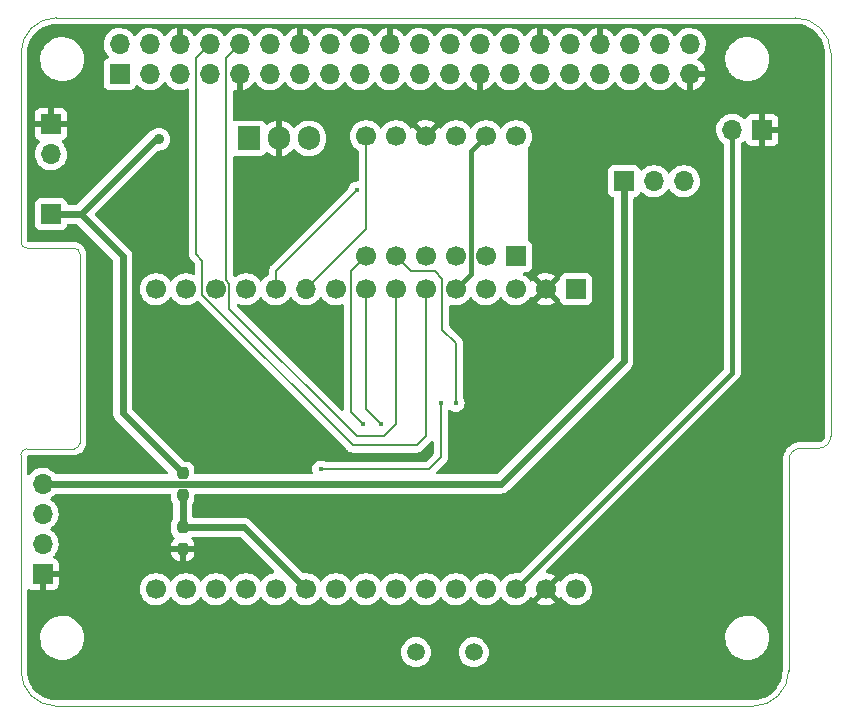
<source format=gbl>
%TF.GenerationSoftware,KiCad,Pcbnew,(6.0.7)*%
%TF.CreationDate,2022-09-16T22:58:04+02:00*%
%TF.ProjectId,peugeot_projekt,70657567-656f-4745-9f70-726f6a656b74,rev?*%
%TF.SameCoordinates,Original*%
%TF.FileFunction,Copper,L2,Bot*%
%TF.FilePolarity,Positive*%
%FSLAX46Y46*%
G04 Gerber Fmt 4.6, Leading zero omitted, Abs format (unit mm)*
G04 Created by KiCad (PCBNEW (6.0.7)) date 2022-09-16 22:58:04*
%MOMM*%
%LPD*%
G01*
G04 APERTURE LIST*
G04 Aperture macros list*
%AMRoundRect*
0 Rectangle with rounded corners*
0 $1 Rounding radius*
0 $2 $3 $4 $5 $6 $7 $8 $9 X,Y pos of 4 corners*
0 Add a 4 corners polygon primitive as box body*
4,1,4,$2,$3,$4,$5,$6,$7,$8,$9,$2,$3,0*
0 Add four circle primitives for the rounded corners*
1,1,$1+$1,$2,$3*
1,1,$1+$1,$4,$5*
1,1,$1+$1,$6,$7*
1,1,$1+$1,$8,$9*
0 Add four rect primitives between the rounded corners*
20,1,$1+$1,$2,$3,$4,$5,0*
20,1,$1+$1,$4,$5,$6,$7,0*
20,1,$1+$1,$6,$7,$8,$9,0*
20,1,$1+$1,$8,$9,$2,$3,0*%
G04 Aperture macros list end*
%TA.AperFunction,Profile*%
%ADD10C,0.100000*%
%TD*%
%TA.AperFunction,ComponentPad*%
%ADD11R,1.905000X2.000000*%
%TD*%
%TA.AperFunction,ComponentPad*%
%ADD12O,1.905000X2.000000*%
%TD*%
%TA.AperFunction,ComponentPad*%
%ADD13C,1.700000*%
%TD*%
%TA.AperFunction,ComponentPad*%
%ADD14O,1.700000X1.700000*%
%TD*%
%TA.AperFunction,ComponentPad*%
%ADD15R,1.700000X1.700000*%
%TD*%
%TA.AperFunction,ComponentPad*%
%ADD16C,1.500000*%
%TD*%
%TA.AperFunction,SMDPad,CuDef*%
%ADD17RoundRect,0.237500X-0.237500X0.250000X-0.237500X-0.250000X0.237500X-0.250000X0.237500X0.250000X0*%
%TD*%
%TA.AperFunction,ViaPad*%
%ADD18C,0.450000*%
%TD*%
%TA.AperFunction,ViaPad*%
%ADD19C,0.900000*%
%TD*%
%TA.AperFunction,Conductor*%
%ADD20C,0.600000*%
%TD*%
%TA.AperFunction,Conductor*%
%ADD21C,0.200000*%
%TD*%
%TA.AperFunction,Conductor*%
%ADD22C,0.400000*%
%TD*%
G04 APERTURE END LIST*
D10*
X265000000Y-149286000D02*
X265024000Y-131458000D01*
X268579958Y-97003320D02*
G75*
G03*
X265532000Y-94003320I-3000358J20D01*
G01*
X204500000Y-130500000D02*
X200499127Y-130500001D01*
X200000000Y-131000000D02*
X200000000Y-149286000D01*
X205000000Y-114000000D02*
X205000000Y-130000000D01*
X265532000Y-94003320D02*
X203000000Y-94000000D01*
X200499127Y-130500001D02*
G75*
G03*
X200000000Y-131000000I873J-499999D01*
G01*
X204500000Y-130500000D02*
G75*
G03*
X205000000Y-130000000I0J500000D01*
G01*
X203000000Y-152286000D02*
X262000000Y-152286000D01*
X203000000Y-94000000D02*
G75*
G03*
X200000000Y-97000000I0J-3000000D01*
G01*
X200000000Y-113000000D02*
G75*
G03*
X200500000Y-113500000I500000J0D01*
G01*
X266040000Y-130442000D02*
X267564000Y-130442000D01*
X200000000Y-149286000D02*
G75*
G03*
X203000000Y-152286000I3000000J0D01*
G01*
X205000000Y-114000000D02*
G75*
G03*
X204500000Y-113500000I-500000J0D01*
G01*
X262000000Y-152286000D02*
G75*
G03*
X265000000Y-149286000I0J3000000D01*
G01*
X268580000Y-129426000D02*
X268580000Y-97003320D01*
X266040000Y-130442000D02*
G75*
G03*
X265024000Y-131458000I0J-1016000D01*
G01*
X267564000Y-130442000D02*
G75*
G03*
X268580000Y-129426000I0J1016000D01*
G01*
X200000000Y-97000000D02*
X200000000Y-113000000D01*
X200500000Y-113500000D02*
X204500000Y-113500000D01*
D11*
X219304000Y-104209000D03*
D12*
X221844000Y-104209000D03*
X224384000Y-104209000D03*
D13*
X211430000Y-142380000D03*
X213970000Y-142380000D03*
X216510000Y-142380000D03*
X219050000Y-142380000D03*
X221590000Y-142380000D03*
X224130000Y-142380000D03*
X226670000Y-142380000D03*
X229210000Y-142380000D03*
X231750000Y-142380000D03*
X234290000Y-142380000D03*
X236830000Y-142380000D03*
X239370000Y-142380000D03*
X241910000Y-142380000D03*
X244450000Y-142380000D03*
X246990000Y-142380000D03*
X211430000Y-116980000D03*
X213970000Y-116980000D03*
X216510000Y-116980000D03*
X219050000Y-116980000D03*
X221590000Y-116980000D03*
D14*
X224130000Y-116980000D03*
D13*
X226670000Y-116980000D03*
X229210000Y-116980000D03*
X231750000Y-116980000D03*
X234290000Y-116980000D03*
X236830000Y-116980000D03*
X239370000Y-116980000D03*
X241910000Y-116980000D03*
X244450000Y-116980000D03*
D15*
X246990000Y-116980000D03*
X251054000Y-107836000D03*
D14*
X253594000Y-107836000D03*
X256134000Y-107836000D03*
D15*
X202540000Y-110630000D03*
X201835000Y-141100000D03*
D14*
X201835000Y-138560000D03*
X201835000Y-136020000D03*
X201835000Y-133480000D03*
D15*
X202540000Y-103010000D03*
D14*
X202540000Y-105550000D03*
D13*
X241910000Y-104026000D03*
X239370000Y-104026000D03*
X236830000Y-104026000D03*
X234290000Y-104026000D03*
X231750000Y-104026000D03*
X229210000Y-104026000D03*
D15*
X241910000Y-114186000D03*
D13*
X239370000Y-114186000D03*
X236830000Y-114186000D03*
X234290000Y-114186000D03*
X231750000Y-114186000D03*
X229210000Y-114186000D03*
D16*
X238354000Y-147714000D03*
X233454000Y-147714000D03*
D15*
X208370000Y-98770000D03*
D14*
X208370000Y-96230000D03*
X210910000Y-98770000D03*
X210910000Y-96230000D03*
X213450000Y-98770000D03*
X213450000Y-96230000D03*
X215990000Y-98770000D03*
X215990000Y-96230000D03*
X218530000Y-98770000D03*
X218530000Y-96230000D03*
X221070000Y-98770000D03*
X221070000Y-96230000D03*
X223610000Y-98770000D03*
X223610000Y-96230000D03*
X226150000Y-98770000D03*
X226150000Y-96230000D03*
X228690000Y-98770000D03*
X228690000Y-96230000D03*
X231230000Y-98770000D03*
X231230000Y-96230000D03*
X233770000Y-98770000D03*
X233770000Y-96230000D03*
X236310000Y-98770000D03*
X236310000Y-96230000D03*
X238850000Y-98770000D03*
X238850000Y-96230000D03*
X241390000Y-98770000D03*
X241390000Y-96230000D03*
X243930000Y-98770000D03*
X243930000Y-96230000D03*
X246470000Y-98770000D03*
X246470000Y-96230000D03*
X249010000Y-98770000D03*
X249010000Y-96230000D03*
X251550000Y-98770000D03*
X251550000Y-96230000D03*
X254090000Y-98770000D03*
X254090000Y-96230000D03*
X256630000Y-98770000D03*
X256630000Y-96230000D03*
D17*
X213716000Y-137149500D03*
X213716000Y-138974500D03*
D15*
X262770000Y-103500000D03*
D14*
X260230000Y-103500000D03*
D17*
X213716000Y-132577500D03*
X213716000Y-134402500D03*
D18*
X236830000Y-126632000D03*
X230480000Y-128410000D03*
X228448000Y-108598000D03*
X228956000Y-128410000D03*
X225400000Y-132220000D03*
X235560000Y-126632000D03*
X237592000Y-122314000D03*
X233274000Y-100724000D03*
X257150000Y-112154000D03*
X225400000Y-130188000D03*
X225654000Y-124600000D03*
X256642000Y-105550000D03*
X211938000Y-122568000D03*
X228194000Y-140348000D03*
X209906000Y-108598000D03*
X225908000Y-135268000D03*
X204826000Y-103010000D03*
X227940000Y-100724000D03*
X219558000Y-128410000D03*
X236576000Y-131458000D03*
X219536194Y-114175931D03*
X215494000Y-135522000D03*
X214986000Y-126886000D03*
X205826703Y-134756257D03*
X210160000Y-134760000D03*
D19*
X211684000Y-104280000D03*
D20*
X201835000Y-133480000D02*
X240650000Y-133480000D01*
X251054000Y-123076000D02*
X251054000Y-107836000D01*
X240650000Y-133480000D02*
X251054000Y-123076000D01*
D21*
X215360489Y-114560489D02*
X214840489Y-114040489D01*
X214840489Y-114040489D02*
X214840489Y-97379511D01*
X228108855Y-130204510D02*
X215360489Y-117456144D01*
X233511489Y-130204511D02*
X228108855Y-130204510D01*
X234290000Y-116980000D02*
X234290000Y-129426000D01*
X234290000Y-129426000D02*
X233511489Y-130204511D01*
X214840489Y-97379511D02*
X215990000Y-96230000D01*
X215360489Y-117456144D02*
X215360489Y-114560489D01*
X230717000Y-129443000D02*
X231750000Y-128410000D01*
X231750000Y-128410000D02*
X231750000Y-116980000D01*
X228465000Y-129443000D02*
X230717000Y-129443000D01*
X217380489Y-116224834D02*
X217659511Y-116503856D01*
X217659511Y-116503856D02*
X217659511Y-118637511D01*
X217659511Y-118637511D02*
X228465000Y-129443000D01*
X217380489Y-97379511D02*
X217380489Y-116224834D01*
X218530000Y-96230000D02*
X217380489Y-97379511D01*
X235052000Y-115456000D02*
X233020000Y-115456000D01*
X233020000Y-115456000D02*
X231750000Y-114186000D01*
X235680000Y-116084000D02*
X235052000Y-115456000D01*
X235680000Y-120402000D02*
X235680000Y-116084000D01*
X236830000Y-121552000D02*
X235680000Y-120402000D01*
X236830000Y-126632000D02*
X236830000Y-121552000D01*
D22*
X239370000Y-104026000D02*
X238080000Y-105316000D01*
X238080000Y-115730000D02*
X236830000Y-116980000D01*
X238080000Y-105316000D02*
X238080000Y-115730000D01*
D21*
X230480000Y-128410000D02*
X229210000Y-127140000D01*
X229210000Y-127140000D02*
X229210000Y-116980000D01*
X229210000Y-111900000D02*
X224130000Y-116980000D01*
X229210000Y-104026000D02*
X229210000Y-111900000D01*
X221590000Y-115456000D02*
X221590000Y-116980000D01*
X228448000Y-108598000D02*
X221590000Y-115456000D01*
D22*
X260230000Y-124060000D02*
X260230000Y-103500000D01*
X241910000Y-142380000D02*
X260230000Y-124060000D01*
D20*
X213716000Y-136030000D02*
X213716000Y-137149500D01*
X218899500Y-137149500D02*
X224130000Y-142380000D01*
X213716000Y-134402500D02*
X213716000Y-136030000D01*
X213716000Y-137149500D02*
X218899500Y-137149500D01*
D21*
X228956000Y-128410000D02*
X227940000Y-127394000D01*
X227940000Y-127394000D02*
X227940000Y-115456000D01*
X227940000Y-115456000D02*
X229210000Y-114186000D01*
X235560000Y-126632000D02*
X235560000Y-131204000D01*
X235560000Y-131204000D02*
X234544000Y-132220000D01*
X234544000Y-132220000D02*
X225400000Y-132220000D01*
D20*
X208636000Y-127497500D02*
X213716000Y-132577500D01*
X205080000Y-110630000D02*
X208636000Y-114186000D01*
X205080000Y-110630000D02*
X211430000Y-104280000D01*
X205080000Y-110630000D02*
X202540000Y-110630000D01*
X211430000Y-104280000D02*
X211684000Y-104280000D01*
X208636000Y-114186000D02*
X208636000Y-127497500D01*
%TA.AperFunction,Conductor*%
G36*
X233266231Y-94510107D02*
G01*
X265487652Y-94511818D01*
X265505052Y-94513026D01*
X265524983Y-94515806D01*
X265524985Y-94515806D01*
X265533874Y-94517046D01*
X265551719Y-94514424D01*
X265575173Y-94513190D01*
X265814959Y-94522979D01*
X265829147Y-94524366D01*
X266093946Y-94565507D01*
X266107890Y-94568491D01*
X266366336Y-94639313D01*
X266379866Y-94643859D01*
X266628631Y-94743451D01*
X266641559Y-94749497D01*
X266877472Y-94876586D01*
X266889634Y-94884056D01*
X266932414Y-94913795D01*
X267022199Y-94976209D01*
X267109661Y-95037009D01*
X267120888Y-95045797D01*
X267322213Y-95222658D01*
X267332384Y-95232670D01*
X267512409Y-95431157D01*
X267521383Y-95442255D01*
X267677803Y-95659823D01*
X267685462Y-95671860D01*
X267816279Y-95905733D01*
X267822526Y-95918556D01*
X267845988Y-95974570D01*
X267908484Y-96123773D01*
X267926056Y-96165726D01*
X267930810Y-96179166D01*
X268005725Y-96436462D01*
X268008929Y-96450357D01*
X268053033Y-96707290D01*
X268054264Y-96714464D01*
X268055878Y-96728642D01*
X268056321Y-96736453D01*
X268069066Y-96961155D01*
X268067767Y-96987679D01*
X268066309Y-96997041D01*
X268067473Y-97005944D01*
X268067473Y-97005951D01*
X268070436Y-97028611D01*
X268071500Y-97044947D01*
X268071500Y-129376633D01*
X268070000Y-129396018D01*
X268066309Y-129419724D01*
X268067473Y-129428626D01*
X268067489Y-129428750D01*
X268067760Y-129459192D01*
X268067006Y-129465885D01*
X268060365Y-129524825D01*
X268054088Y-129552327D01*
X268025930Y-129632798D01*
X268013690Y-129658215D01*
X267968330Y-129730404D01*
X267950738Y-129752462D01*
X267890462Y-129812738D01*
X267868405Y-129830329D01*
X267837646Y-129849657D01*
X267796215Y-129875690D01*
X267770798Y-129887930D01*
X267690327Y-129916088D01*
X267662824Y-129922365D01*
X267603774Y-129929018D01*
X267588132Y-129928923D01*
X267588121Y-129929800D01*
X267579149Y-129929690D01*
X267570276Y-129928309D01*
X267561374Y-129929473D01*
X267561372Y-129929473D01*
X267550385Y-129930910D01*
X267538714Y-129932436D01*
X267522379Y-129933500D01*
X266093250Y-129933500D01*
X266072345Y-129931754D01*
X266057344Y-129929230D01*
X266057341Y-129929230D01*
X266052552Y-129928424D01*
X266046313Y-129928348D01*
X266044860Y-129928330D01*
X266044857Y-129928330D01*
X266040000Y-129928271D01*
X266035182Y-129928961D01*
X266025803Y-129930304D01*
X266016930Y-129931256D01*
X265943567Y-129936503D01*
X265822487Y-129945163D01*
X265818083Y-129946121D01*
X265613809Y-129990558D01*
X265613805Y-129990559D01*
X265609402Y-129991517D01*
X265605185Y-129993090D01*
X265605181Y-129993091D01*
X265462546Y-130046291D01*
X265405082Y-130067724D01*
X265213688Y-130172233D01*
X265039115Y-130302917D01*
X264884917Y-130457115D01*
X264754233Y-130631688D01*
X264747771Y-130643523D01*
X264654635Y-130814089D01*
X264649724Y-130823082D01*
X264648153Y-130827294D01*
X264578617Y-131013729D01*
X264573517Y-131027402D01*
X264572559Y-131031805D01*
X264572558Y-131031809D01*
X264570184Y-131042723D01*
X264527163Y-131240487D01*
X264526842Y-131244979D01*
X264513911Y-131425764D01*
X264512733Y-131436153D01*
X264510309Y-131451724D01*
X264511473Y-131460626D01*
X264511473Y-131460629D01*
X264514380Y-131482857D01*
X264515444Y-131499362D01*
X264495214Y-146526880D01*
X264491566Y-149236380D01*
X264490066Y-149255595D01*
X264486309Y-149279724D01*
X264488558Y-149296919D01*
X264489391Y-149320863D01*
X264473794Y-149578710D01*
X264471960Y-149593814D01*
X264420477Y-149874754D01*
X264416836Y-149889527D01*
X264331859Y-150162227D01*
X264326466Y-150176445D01*
X264209243Y-150436906D01*
X264202172Y-150450379D01*
X264054405Y-150694813D01*
X264045762Y-150707334D01*
X263869615Y-150932171D01*
X263859525Y-150943560D01*
X263657560Y-151145525D01*
X263646171Y-151155615D01*
X263421334Y-151331762D01*
X263408813Y-151340405D01*
X263164379Y-151488172D01*
X263150908Y-151495242D01*
X262890445Y-151612466D01*
X262876231Y-151617858D01*
X262603527Y-151702836D01*
X262588760Y-151706475D01*
X262379786Y-151744771D01*
X262307814Y-151757960D01*
X262292710Y-151759794D01*
X262042096Y-151774953D01*
X262015284Y-151773692D01*
X262015148Y-151773690D01*
X262006276Y-151772309D01*
X261997374Y-151773473D01*
X261997372Y-151773473D01*
X261982707Y-151775391D01*
X261974714Y-151776436D01*
X261958379Y-151777500D01*
X203049367Y-151777500D01*
X203029982Y-151776000D01*
X203015149Y-151773690D01*
X203015145Y-151773690D01*
X203006276Y-151772309D01*
X202989077Y-151774558D01*
X202965137Y-151775391D01*
X202707290Y-151759794D01*
X202692186Y-151757960D01*
X202620214Y-151744771D01*
X202411240Y-151706475D01*
X202396473Y-151702836D01*
X202123769Y-151617858D01*
X202109555Y-151612466D01*
X201849092Y-151495242D01*
X201835621Y-151488172D01*
X201591187Y-151340405D01*
X201578666Y-151331762D01*
X201353829Y-151155615D01*
X201342440Y-151145525D01*
X201140475Y-150943560D01*
X201130385Y-150932171D01*
X200954238Y-150707334D01*
X200945595Y-150694813D01*
X200797828Y-150450379D01*
X200790757Y-150436906D01*
X200673534Y-150176445D01*
X200668141Y-150162227D01*
X200583164Y-149889527D01*
X200579523Y-149874754D01*
X200528040Y-149593814D01*
X200526206Y-149578710D01*
X200511269Y-149331768D01*
X200512520Y-149308216D01*
X200512334Y-149308199D01*
X200512769Y-149303350D01*
X200513576Y-149298552D01*
X200513729Y-149286000D01*
X200509773Y-149258376D01*
X200508500Y-149240514D01*
X200508500Y-146542277D01*
X201637009Y-146542277D01*
X201662625Y-146810769D01*
X201663710Y-146815203D01*
X201663711Y-146815209D01*
X201725645Y-147068312D01*
X201726731Y-147072750D01*
X201827985Y-147322733D01*
X201964265Y-147555482D01*
X201967118Y-147559049D01*
X202084686Y-147706060D01*
X202132716Y-147766119D01*
X202329809Y-147950234D01*
X202551416Y-148103968D01*
X202555499Y-148105999D01*
X202555502Y-148106001D01*
X202625381Y-148140765D01*
X202792894Y-148224101D01*
X202797228Y-148225522D01*
X202797231Y-148225523D01*
X203044853Y-148306698D01*
X203044859Y-148306699D01*
X203049186Y-148308118D01*
X203053677Y-148308898D01*
X203053678Y-148308898D01*
X203311140Y-148353601D01*
X203311148Y-148353602D01*
X203314921Y-148354257D01*
X203318758Y-148354448D01*
X203398578Y-148358422D01*
X203398586Y-148358422D01*
X203400149Y-148358500D01*
X203568512Y-148358500D01*
X203570780Y-148358335D01*
X203570792Y-148358335D01*
X203701884Y-148348823D01*
X203769004Y-148343953D01*
X203773459Y-148342969D01*
X203773462Y-148342969D01*
X204027912Y-148286791D01*
X204027916Y-148286790D01*
X204032372Y-148285806D01*
X204158480Y-148238028D01*
X204280318Y-148191868D01*
X204280321Y-148191867D01*
X204284588Y-148190250D01*
X204520368Y-148059286D01*
X204685356Y-147933371D01*
X204731141Y-147898429D01*
X204731142Y-147898428D01*
X204734773Y-147895657D01*
X204912355Y-147714000D01*
X232190693Y-147714000D01*
X232209885Y-147933371D01*
X232266880Y-148146076D01*
X232269205Y-148151061D01*
X232357618Y-148340666D01*
X232357621Y-148340671D01*
X232359944Y-148345653D01*
X232363100Y-148350160D01*
X232363101Y-148350162D01*
X232368940Y-148358500D01*
X232486251Y-148526038D01*
X232641962Y-148681749D01*
X232822346Y-148808056D01*
X233021924Y-148901120D01*
X233234629Y-148958115D01*
X233454000Y-148977307D01*
X233673371Y-148958115D01*
X233886076Y-148901120D01*
X234085654Y-148808056D01*
X234266038Y-148681749D01*
X234421749Y-148526038D01*
X234539061Y-148358500D01*
X234544899Y-148350162D01*
X234544900Y-148350160D01*
X234548056Y-148345653D01*
X234550379Y-148340671D01*
X234550382Y-148340666D01*
X234638795Y-148151061D01*
X234641120Y-148146076D01*
X234698115Y-147933371D01*
X234717307Y-147714000D01*
X237090693Y-147714000D01*
X237109885Y-147933371D01*
X237166880Y-148146076D01*
X237169205Y-148151061D01*
X237257618Y-148340666D01*
X237257621Y-148340671D01*
X237259944Y-148345653D01*
X237263100Y-148350160D01*
X237263101Y-148350162D01*
X237268940Y-148358500D01*
X237386251Y-148526038D01*
X237541962Y-148681749D01*
X237722346Y-148808056D01*
X237921924Y-148901120D01*
X238134629Y-148958115D01*
X238354000Y-148977307D01*
X238573371Y-148958115D01*
X238786076Y-148901120D01*
X238985654Y-148808056D01*
X239166038Y-148681749D01*
X239321749Y-148526038D01*
X239439061Y-148358500D01*
X239444899Y-148350162D01*
X239444900Y-148350160D01*
X239448056Y-148345653D01*
X239450379Y-148340671D01*
X239450382Y-148340666D01*
X239538795Y-148151061D01*
X239541120Y-148146076D01*
X239598115Y-147933371D01*
X239617307Y-147714000D01*
X239598115Y-147494629D01*
X239541120Y-147281924D01*
X239497585Y-147188562D01*
X239450382Y-147087334D01*
X239450379Y-147087329D01*
X239448056Y-147082347D01*
X239438229Y-147068312D01*
X239324908Y-146906473D01*
X239324906Y-146906470D01*
X239321749Y-146901962D01*
X239166038Y-146746251D01*
X239145075Y-146731572D01*
X239086759Y-146690739D01*
X238985654Y-146619944D01*
X238819095Y-146542277D01*
X259637009Y-146542277D01*
X259662625Y-146810769D01*
X259663710Y-146815203D01*
X259663711Y-146815209D01*
X259725645Y-147068312D01*
X259726731Y-147072750D01*
X259827985Y-147322733D01*
X259964265Y-147555482D01*
X259967118Y-147559049D01*
X260084686Y-147706060D01*
X260132716Y-147766119D01*
X260329809Y-147950234D01*
X260551416Y-148103968D01*
X260555499Y-148105999D01*
X260555502Y-148106001D01*
X260625381Y-148140765D01*
X260792894Y-148224101D01*
X260797228Y-148225522D01*
X260797231Y-148225523D01*
X261044853Y-148306698D01*
X261044859Y-148306699D01*
X261049186Y-148308118D01*
X261053677Y-148308898D01*
X261053678Y-148308898D01*
X261311140Y-148353601D01*
X261311148Y-148353602D01*
X261314921Y-148354257D01*
X261318758Y-148354448D01*
X261398578Y-148358422D01*
X261398586Y-148358422D01*
X261400149Y-148358500D01*
X261568512Y-148358500D01*
X261570780Y-148358335D01*
X261570792Y-148358335D01*
X261701884Y-148348823D01*
X261769004Y-148343953D01*
X261773459Y-148342969D01*
X261773462Y-148342969D01*
X262027912Y-148286791D01*
X262027916Y-148286790D01*
X262032372Y-148285806D01*
X262158480Y-148238028D01*
X262280318Y-148191868D01*
X262280321Y-148191867D01*
X262284588Y-148190250D01*
X262520368Y-148059286D01*
X262685356Y-147933371D01*
X262731141Y-147898429D01*
X262731142Y-147898428D01*
X262734773Y-147895657D01*
X262923312Y-147702792D01*
X263082034Y-147484730D01*
X263165190Y-147326676D01*
X263205490Y-147250079D01*
X263205493Y-147250073D01*
X263207615Y-147246039D01*
X263267014Y-147077838D01*
X263295902Y-146996033D01*
X263295902Y-146996032D01*
X263297425Y-146991720D01*
X263333987Y-146806217D01*
X263348700Y-146731572D01*
X263348701Y-146731566D01*
X263349581Y-146727100D01*
X263349808Y-146722544D01*
X263362764Y-146462292D01*
X263362764Y-146462286D01*
X263362991Y-146457723D01*
X263337375Y-146189231D01*
X263292042Y-146003967D01*
X263274355Y-145931688D01*
X263273269Y-145927250D01*
X263172015Y-145677267D01*
X263035735Y-145444518D01*
X262917928Y-145297208D01*
X262870136Y-145237447D01*
X262870135Y-145237445D01*
X262867284Y-145233881D01*
X262670191Y-145049766D01*
X262448584Y-144896032D01*
X262444501Y-144894001D01*
X262444498Y-144893999D01*
X262279606Y-144811967D01*
X262207106Y-144775899D01*
X262202772Y-144774478D01*
X262202769Y-144774477D01*
X261955147Y-144693302D01*
X261955141Y-144693301D01*
X261950814Y-144691882D01*
X261946322Y-144691102D01*
X261688860Y-144646399D01*
X261688852Y-144646398D01*
X261685079Y-144645743D01*
X261673817Y-144645182D01*
X261601422Y-144641578D01*
X261601414Y-144641578D01*
X261599851Y-144641500D01*
X261431488Y-144641500D01*
X261429220Y-144641665D01*
X261429208Y-144641665D01*
X261298116Y-144651177D01*
X261230996Y-144656047D01*
X261226541Y-144657031D01*
X261226538Y-144657031D01*
X260972088Y-144713209D01*
X260972084Y-144713210D01*
X260967628Y-144714194D01*
X260841520Y-144761972D01*
X260719682Y-144808132D01*
X260719679Y-144808133D01*
X260715412Y-144809750D01*
X260479632Y-144940714D01*
X260265227Y-145104343D01*
X260076688Y-145297208D01*
X259917966Y-145515270D01*
X259915844Y-145519304D01*
X259794510Y-145749921D01*
X259794507Y-145749927D01*
X259792385Y-145753961D01*
X259790865Y-145758266D01*
X259790863Y-145758270D01*
X259704098Y-146003967D01*
X259702575Y-146008280D01*
X259650419Y-146272900D01*
X259650192Y-146277453D01*
X259650192Y-146277456D01*
X259637660Y-146529205D01*
X259637009Y-146542277D01*
X238819095Y-146542277D01*
X238786076Y-146526880D01*
X238573371Y-146469885D01*
X238354000Y-146450693D01*
X238134629Y-146469885D01*
X237921924Y-146526880D01*
X237879135Y-146546833D01*
X237727334Y-146617618D01*
X237727329Y-146617621D01*
X237722347Y-146619944D01*
X237717840Y-146623100D01*
X237717838Y-146623101D01*
X237546473Y-146743092D01*
X237546470Y-146743094D01*
X237541962Y-146746251D01*
X237386251Y-146901962D01*
X237383094Y-146906470D01*
X237383092Y-146906473D01*
X237269771Y-147068312D01*
X237259944Y-147082347D01*
X237257621Y-147087329D01*
X237257618Y-147087334D01*
X237210415Y-147188562D01*
X237166880Y-147281924D01*
X237109885Y-147494629D01*
X237090693Y-147714000D01*
X234717307Y-147714000D01*
X234698115Y-147494629D01*
X234641120Y-147281924D01*
X234597585Y-147188562D01*
X234550382Y-147087334D01*
X234550379Y-147087329D01*
X234548056Y-147082347D01*
X234538229Y-147068312D01*
X234424908Y-146906473D01*
X234424906Y-146906470D01*
X234421749Y-146901962D01*
X234266038Y-146746251D01*
X234245075Y-146731572D01*
X234186759Y-146690739D01*
X234085654Y-146619944D01*
X233886076Y-146526880D01*
X233673371Y-146469885D01*
X233454000Y-146450693D01*
X233234629Y-146469885D01*
X233021924Y-146526880D01*
X232979135Y-146546833D01*
X232827334Y-146617618D01*
X232827329Y-146617621D01*
X232822347Y-146619944D01*
X232817840Y-146623100D01*
X232817838Y-146623101D01*
X232646473Y-146743092D01*
X232646470Y-146743094D01*
X232641962Y-146746251D01*
X232486251Y-146901962D01*
X232483094Y-146906470D01*
X232483092Y-146906473D01*
X232369771Y-147068312D01*
X232359944Y-147082347D01*
X232357621Y-147087329D01*
X232357618Y-147087334D01*
X232310415Y-147188562D01*
X232266880Y-147281924D01*
X232209885Y-147494629D01*
X232190693Y-147714000D01*
X204912355Y-147714000D01*
X204923312Y-147702792D01*
X205082034Y-147484730D01*
X205165190Y-147326676D01*
X205205490Y-147250079D01*
X205205493Y-147250073D01*
X205207615Y-147246039D01*
X205267014Y-147077838D01*
X205295902Y-146996033D01*
X205295902Y-146996032D01*
X205297425Y-146991720D01*
X205333987Y-146806217D01*
X205348700Y-146731572D01*
X205348701Y-146731566D01*
X205349581Y-146727100D01*
X205349808Y-146722544D01*
X205362764Y-146462292D01*
X205362764Y-146462286D01*
X205362991Y-146457723D01*
X205337375Y-146189231D01*
X205292042Y-146003967D01*
X205274355Y-145931688D01*
X205273269Y-145927250D01*
X205172015Y-145677267D01*
X205035735Y-145444518D01*
X204917928Y-145297208D01*
X204870136Y-145237447D01*
X204870135Y-145237445D01*
X204867284Y-145233881D01*
X204670191Y-145049766D01*
X204448584Y-144896032D01*
X204444501Y-144894001D01*
X204444498Y-144893999D01*
X204279606Y-144811967D01*
X204207106Y-144775899D01*
X204202772Y-144774478D01*
X204202769Y-144774477D01*
X203955147Y-144693302D01*
X203955141Y-144693301D01*
X203950814Y-144691882D01*
X203946322Y-144691102D01*
X203688860Y-144646399D01*
X203688852Y-144646398D01*
X203685079Y-144645743D01*
X203673817Y-144645182D01*
X203601422Y-144641578D01*
X203601414Y-144641578D01*
X203599851Y-144641500D01*
X203431488Y-144641500D01*
X203429220Y-144641665D01*
X203429208Y-144641665D01*
X203298116Y-144651177D01*
X203230996Y-144656047D01*
X203226541Y-144657031D01*
X203226538Y-144657031D01*
X202972088Y-144713209D01*
X202972084Y-144713210D01*
X202967628Y-144714194D01*
X202841520Y-144761972D01*
X202719682Y-144808132D01*
X202719679Y-144808133D01*
X202715412Y-144809750D01*
X202479632Y-144940714D01*
X202265227Y-145104343D01*
X202076688Y-145297208D01*
X201917966Y-145515270D01*
X201915844Y-145519304D01*
X201794510Y-145749921D01*
X201794507Y-145749927D01*
X201792385Y-145753961D01*
X201790865Y-145758266D01*
X201790863Y-145758270D01*
X201704098Y-146003967D01*
X201702575Y-146008280D01*
X201650419Y-146272900D01*
X201650192Y-146277453D01*
X201650192Y-146277456D01*
X201637660Y-146529205D01*
X201637009Y-146542277D01*
X200508500Y-146542277D01*
X200508500Y-142479659D01*
X200528502Y-142411538D01*
X200582158Y-142365045D01*
X200652432Y-142354941D01*
X200710064Y-142378832D01*
X200731352Y-142394787D01*
X200746946Y-142403324D01*
X200867394Y-142448478D01*
X200882649Y-142452105D01*
X200933514Y-142457631D01*
X200940328Y-142458000D01*
X201562885Y-142458000D01*
X201578124Y-142453525D01*
X201579329Y-142452135D01*
X201581000Y-142444452D01*
X201581000Y-142439884D01*
X202089000Y-142439884D01*
X202093475Y-142455123D01*
X202094865Y-142456328D01*
X202102548Y-142457999D01*
X202729669Y-142457999D01*
X202736490Y-142457629D01*
X202787352Y-142452105D01*
X202802604Y-142448479D01*
X202923054Y-142403324D01*
X202938649Y-142394786D01*
X203040724Y-142318285D01*
X203053285Y-142305724D01*
X203129786Y-142203649D01*
X203138324Y-142188054D01*
X203183478Y-142067606D01*
X203187105Y-142052351D01*
X203192631Y-142001486D01*
X203193000Y-141994672D01*
X203193000Y-141372115D01*
X203188525Y-141356876D01*
X203187135Y-141355671D01*
X203179452Y-141354000D01*
X202107115Y-141354000D01*
X202091876Y-141358475D01*
X202090671Y-141359865D01*
X202089000Y-141367548D01*
X202089000Y-142439884D01*
X201581000Y-142439884D01*
X201581000Y-140972000D01*
X201601002Y-140903879D01*
X201654658Y-140857386D01*
X201707000Y-140846000D01*
X203174884Y-140846000D01*
X203190123Y-140841525D01*
X203191328Y-140840135D01*
X203192999Y-140832452D01*
X203192999Y-140205331D01*
X203192629Y-140198510D01*
X203187105Y-140147648D01*
X203183479Y-140132396D01*
X203138324Y-140011946D01*
X203129786Y-139996351D01*
X203053285Y-139894276D01*
X203040724Y-139881715D01*
X202938649Y-139805214D01*
X202923054Y-139796676D01*
X202812813Y-139755348D01*
X202756049Y-139712706D01*
X202731349Y-139646145D01*
X202746557Y-139576796D01*
X202768104Y-139548115D01*
X202869430Y-139447144D01*
X202869440Y-139447132D01*
X202873096Y-139443489D01*
X202925090Y-139371132D01*
X202997209Y-139270766D01*
X212733000Y-139270766D01*
X212733337Y-139277282D01*
X212743075Y-139371132D01*
X212745968Y-139384528D01*
X212796488Y-139535953D01*
X212802653Y-139549115D01*
X212886426Y-139684492D01*
X212895460Y-139695890D01*
X213008129Y-139808363D01*
X213019540Y-139817375D01*
X213155063Y-139900912D01*
X213168241Y-139907056D01*
X213319766Y-139957315D01*
X213333132Y-139960181D01*
X213425770Y-139969672D01*
X213432185Y-139970000D01*
X213443885Y-139970000D01*
X213459124Y-139965525D01*
X213460329Y-139964135D01*
X213462000Y-139956452D01*
X213462000Y-139951885D01*
X213970000Y-139951885D01*
X213974475Y-139967124D01*
X213975865Y-139968329D01*
X213983548Y-139970000D01*
X213999766Y-139970000D01*
X214006282Y-139969663D01*
X214100132Y-139959925D01*
X214113528Y-139957032D01*
X214264953Y-139906512D01*
X214278115Y-139900347D01*
X214413492Y-139816574D01*
X214424890Y-139807540D01*
X214537363Y-139694871D01*
X214546375Y-139683460D01*
X214629912Y-139547937D01*
X214636056Y-139534759D01*
X214686315Y-139383234D01*
X214689181Y-139369868D01*
X214698672Y-139277230D01*
X214699000Y-139270815D01*
X214699000Y-139246615D01*
X214694525Y-139231376D01*
X214693135Y-139230171D01*
X214685452Y-139228500D01*
X213988115Y-139228500D01*
X213972876Y-139232975D01*
X213971671Y-139234365D01*
X213970000Y-139242048D01*
X213970000Y-139951885D01*
X213462000Y-139951885D01*
X213462000Y-139246615D01*
X213457525Y-139231376D01*
X213456135Y-139230171D01*
X213448452Y-139228500D01*
X212751115Y-139228500D01*
X212735876Y-139232975D01*
X212734671Y-139234365D01*
X212733000Y-139242048D01*
X212733000Y-139270766D01*
X202997209Y-139270766D01*
X203000435Y-139266277D01*
X203003453Y-139262077D01*
X203018627Y-139231376D01*
X203100136Y-139066453D01*
X203100137Y-139066451D01*
X203102430Y-139061811D01*
X203167370Y-138848069D01*
X203196529Y-138626590D01*
X203197689Y-138579132D01*
X203198074Y-138563365D01*
X203198074Y-138563361D01*
X203198156Y-138560000D01*
X203179852Y-138337361D01*
X203125431Y-138120702D01*
X203036354Y-137915840D01*
X202915014Y-137728277D01*
X202764670Y-137563051D01*
X202760619Y-137559852D01*
X202760615Y-137559848D01*
X202593414Y-137427800D01*
X202593410Y-137427798D01*
X202589359Y-137424598D01*
X202548053Y-137401796D01*
X202498084Y-137351364D01*
X202483312Y-137281921D01*
X202508428Y-137215516D01*
X202535780Y-137188909D01*
X202579603Y-137157650D01*
X202714860Y-137061173D01*
X202873096Y-136903489D01*
X203003453Y-136722077D01*
X203069210Y-136589028D01*
X203100136Y-136526453D01*
X203100137Y-136526451D01*
X203102430Y-136521811D01*
X203167370Y-136308069D01*
X203196529Y-136086590D01*
X203198156Y-136020000D01*
X203179852Y-135797361D01*
X203125431Y-135580702D01*
X203036354Y-135375840D01*
X202915014Y-135188277D01*
X202764670Y-135023051D01*
X202760619Y-135019852D01*
X202760615Y-135019848D01*
X202593414Y-134887800D01*
X202593410Y-134887798D01*
X202589359Y-134884598D01*
X202548053Y-134861796D01*
X202498084Y-134811364D01*
X202483312Y-134741921D01*
X202508428Y-134675516D01*
X202535780Y-134648909D01*
X202579603Y-134617650D01*
X202714860Y-134521173D01*
X202873096Y-134363489D01*
X202885391Y-134346379D01*
X202889276Y-134340973D01*
X202945271Y-134297326D01*
X202991598Y-134288500D01*
X212606500Y-134288500D01*
X212674621Y-134308502D01*
X212721114Y-134362158D01*
X212732500Y-134414500D01*
X212732500Y-134702072D01*
X212732837Y-134705318D01*
X212732837Y-134705322D01*
X212740237Y-134776638D01*
X212743293Y-134806093D01*
X212745474Y-134812629D01*
X212745474Y-134812631D01*
X212789768Y-134945395D01*
X212798346Y-134971107D01*
X212818932Y-135004373D01*
X212888644Y-135117027D01*
X212907500Y-135183330D01*
X212907500Y-136368386D01*
X212888760Y-136434501D01*
X212874301Y-136457958D01*
X212836679Y-136518993D01*
X212797791Y-136582080D01*
X212743026Y-136747191D01*
X212742326Y-136754027D01*
X212742325Y-136754030D01*
X212739070Y-136785799D01*
X212732500Y-136849928D01*
X212732500Y-137449072D01*
X212743293Y-137553093D01*
X212745474Y-137559629D01*
X212745474Y-137559631D01*
X212746615Y-137563051D01*
X212798346Y-137718107D01*
X212889884Y-137866031D01*
X212997141Y-137973101D01*
X213031220Y-138035382D01*
X213026217Y-138106202D01*
X212997296Y-138151291D01*
X212894637Y-138254129D01*
X212885625Y-138265540D01*
X212802088Y-138401063D01*
X212795944Y-138414241D01*
X212745685Y-138565766D01*
X212742819Y-138579132D01*
X212733328Y-138671770D01*
X212733000Y-138678185D01*
X212733000Y-138702385D01*
X212737475Y-138717624D01*
X212738865Y-138718829D01*
X212746548Y-138720500D01*
X214680885Y-138720500D01*
X214696124Y-138716025D01*
X214697329Y-138714635D01*
X214699000Y-138706952D01*
X214699000Y-138678234D01*
X214698663Y-138671718D01*
X214688925Y-138577868D01*
X214686032Y-138564472D01*
X214635512Y-138413047D01*
X214629347Y-138399885D01*
X214545574Y-138264508D01*
X214536540Y-138253110D01*
X214456464Y-138173173D01*
X214422385Y-138110890D01*
X214427388Y-138040070D01*
X214469885Y-137983197D01*
X214536384Y-137958329D01*
X214545482Y-137958000D01*
X218512418Y-137958000D01*
X218580539Y-137978002D01*
X218601513Y-137994905D01*
X221433276Y-140826668D01*
X221467302Y-140888980D01*
X221462237Y-140959795D01*
X221419690Y-141016631D01*
X221363240Y-141040313D01*
X221328260Y-141045666D01*
X221274091Y-141053955D01*
X221061756Y-141123357D01*
X220863607Y-141226507D01*
X220859474Y-141229610D01*
X220859471Y-141229612D01*
X220689100Y-141357530D01*
X220684965Y-141360635D01*
X220530629Y-141522138D01*
X220423201Y-141679621D01*
X220368293Y-141724621D01*
X220297768Y-141732792D01*
X220234021Y-141701538D01*
X220213324Y-141677054D01*
X220132822Y-141552617D01*
X220132820Y-141552614D01*
X220130014Y-141548277D01*
X219979670Y-141383051D01*
X219975619Y-141379852D01*
X219975615Y-141379848D01*
X219808414Y-141247800D01*
X219808410Y-141247798D01*
X219804359Y-141244598D01*
X219608789Y-141136638D01*
X219603920Y-141134914D01*
X219603916Y-141134912D01*
X219403087Y-141063795D01*
X219403083Y-141063794D01*
X219398212Y-141062069D01*
X219393119Y-141061162D01*
X219393116Y-141061161D01*
X219183373Y-141023800D01*
X219183367Y-141023799D01*
X219178284Y-141022894D01*
X219104452Y-141021992D01*
X218960081Y-141020228D01*
X218960079Y-141020228D01*
X218954911Y-141020165D01*
X218734091Y-141053955D01*
X218521756Y-141123357D01*
X218323607Y-141226507D01*
X218319474Y-141229610D01*
X218319471Y-141229612D01*
X218149100Y-141357530D01*
X218144965Y-141360635D01*
X217990629Y-141522138D01*
X217883201Y-141679621D01*
X217828293Y-141724621D01*
X217757768Y-141732792D01*
X217694021Y-141701538D01*
X217673324Y-141677054D01*
X217592822Y-141552617D01*
X217592820Y-141552614D01*
X217590014Y-141548277D01*
X217439670Y-141383051D01*
X217435619Y-141379852D01*
X217435615Y-141379848D01*
X217268414Y-141247800D01*
X217268410Y-141247798D01*
X217264359Y-141244598D01*
X217068789Y-141136638D01*
X217063920Y-141134914D01*
X217063916Y-141134912D01*
X216863087Y-141063795D01*
X216863083Y-141063794D01*
X216858212Y-141062069D01*
X216853119Y-141061162D01*
X216853116Y-141061161D01*
X216643373Y-141023800D01*
X216643367Y-141023799D01*
X216638284Y-141022894D01*
X216564452Y-141021992D01*
X216420081Y-141020228D01*
X216420079Y-141020228D01*
X216414911Y-141020165D01*
X216194091Y-141053955D01*
X215981756Y-141123357D01*
X215783607Y-141226507D01*
X215779474Y-141229610D01*
X215779471Y-141229612D01*
X215609100Y-141357530D01*
X215604965Y-141360635D01*
X215450629Y-141522138D01*
X215343201Y-141679621D01*
X215288293Y-141724621D01*
X215217768Y-141732792D01*
X215154021Y-141701538D01*
X215133324Y-141677054D01*
X215052822Y-141552617D01*
X215052820Y-141552614D01*
X215050014Y-141548277D01*
X214899670Y-141383051D01*
X214895619Y-141379852D01*
X214895615Y-141379848D01*
X214728414Y-141247800D01*
X214728410Y-141247798D01*
X214724359Y-141244598D01*
X214528789Y-141136638D01*
X214523920Y-141134914D01*
X214523916Y-141134912D01*
X214323087Y-141063795D01*
X214323083Y-141063794D01*
X214318212Y-141062069D01*
X214313119Y-141061162D01*
X214313116Y-141061161D01*
X214103373Y-141023800D01*
X214103367Y-141023799D01*
X214098284Y-141022894D01*
X214024452Y-141021992D01*
X213880081Y-141020228D01*
X213880079Y-141020228D01*
X213874911Y-141020165D01*
X213654091Y-141053955D01*
X213441756Y-141123357D01*
X213243607Y-141226507D01*
X213239474Y-141229610D01*
X213239471Y-141229612D01*
X213069100Y-141357530D01*
X213064965Y-141360635D01*
X212910629Y-141522138D01*
X212803201Y-141679621D01*
X212748293Y-141724621D01*
X212677768Y-141732792D01*
X212614021Y-141701538D01*
X212593324Y-141677054D01*
X212512822Y-141552617D01*
X212512820Y-141552614D01*
X212510014Y-141548277D01*
X212359670Y-141383051D01*
X212355619Y-141379852D01*
X212355615Y-141379848D01*
X212188414Y-141247800D01*
X212188410Y-141247798D01*
X212184359Y-141244598D01*
X211988789Y-141136638D01*
X211983920Y-141134914D01*
X211983916Y-141134912D01*
X211783087Y-141063795D01*
X211783083Y-141063794D01*
X211778212Y-141062069D01*
X211773119Y-141061162D01*
X211773116Y-141061161D01*
X211563373Y-141023800D01*
X211563367Y-141023799D01*
X211558284Y-141022894D01*
X211484452Y-141021992D01*
X211340081Y-141020228D01*
X211340079Y-141020228D01*
X211334911Y-141020165D01*
X211114091Y-141053955D01*
X210901756Y-141123357D01*
X210703607Y-141226507D01*
X210699474Y-141229610D01*
X210699471Y-141229612D01*
X210529100Y-141357530D01*
X210524965Y-141360635D01*
X210370629Y-141522138D01*
X210244743Y-141706680D01*
X210150688Y-141909305D01*
X210090989Y-142124570D01*
X210067251Y-142346695D01*
X210067548Y-142351848D01*
X210067548Y-142351851D01*
X210079812Y-142564547D01*
X210080110Y-142569715D01*
X210081247Y-142574761D01*
X210081248Y-142574767D01*
X210101119Y-142662939D01*
X210129222Y-142787639D01*
X210213266Y-142994616D01*
X210264019Y-143077438D01*
X210327291Y-143180688D01*
X210329987Y-143185088D01*
X210476250Y-143353938D01*
X210648126Y-143496632D01*
X210841000Y-143609338D01*
X211049692Y-143689030D01*
X211054760Y-143690061D01*
X211054763Y-143690062D01*
X211159604Y-143711392D01*
X211268597Y-143733567D01*
X211273772Y-143733757D01*
X211273774Y-143733757D01*
X211486673Y-143741564D01*
X211486677Y-143741564D01*
X211491837Y-143741753D01*
X211496957Y-143741097D01*
X211496959Y-143741097D01*
X211708288Y-143714025D01*
X211708289Y-143714025D01*
X211713416Y-143713368D01*
X211718366Y-143711883D01*
X211922429Y-143650661D01*
X211922434Y-143650659D01*
X211927384Y-143649174D01*
X212127994Y-143550896D01*
X212309860Y-143421173D01*
X212468096Y-143263489D01*
X212527594Y-143180689D01*
X212598453Y-143082077D01*
X212599776Y-143083028D01*
X212646645Y-143039857D01*
X212716580Y-143027625D01*
X212782026Y-143055144D01*
X212809875Y-143086994D01*
X212869987Y-143185088D01*
X213016250Y-143353938D01*
X213188126Y-143496632D01*
X213381000Y-143609338D01*
X213589692Y-143689030D01*
X213594760Y-143690061D01*
X213594763Y-143690062D01*
X213699604Y-143711392D01*
X213808597Y-143733567D01*
X213813772Y-143733757D01*
X213813774Y-143733757D01*
X214026673Y-143741564D01*
X214026677Y-143741564D01*
X214031837Y-143741753D01*
X214036957Y-143741097D01*
X214036959Y-143741097D01*
X214248288Y-143714025D01*
X214248289Y-143714025D01*
X214253416Y-143713368D01*
X214258366Y-143711883D01*
X214462429Y-143650661D01*
X214462434Y-143650659D01*
X214467384Y-143649174D01*
X214667994Y-143550896D01*
X214849860Y-143421173D01*
X215008096Y-143263489D01*
X215067594Y-143180689D01*
X215138453Y-143082077D01*
X215139776Y-143083028D01*
X215186645Y-143039857D01*
X215256580Y-143027625D01*
X215322026Y-143055144D01*
X215349875Y-143086994D01*
X215409987Y-143185088D01*
X215556250Y-143353938D01*
X215728126Y-143496632D01*
X215921000Y-143609338D01*
X216129692Y-143689030D01*
X216134760Y-143690061D01*
X216134763Y-143690062D01*
X216239604Y-143711392D01*
X216348597Y-143733567D01*
X216353772Y-143733757D01*
X216353774Y-143733757D01*
X216566673Y-143741564D01*
X216566677Y-143741564D01*
X216571837Y-143741753D01*
X216576957Y-143741097D01*
X216576959Y-143741097D01*
X216788288Y-143714025D01*
X216788289Y-143714025D01*
X216793416Y-143713368D01*
X216798366Y-143711883D01*
X217002429Y-143650661D01*
X217002434Y-143650659D01*
X217007384Y-143649174D01*
X217207994Y-143550896D01*
X217389860Y-143421173D01*
X217548096Y-143263489D01*
X217607594Y-143180689D01*
X217678453Y-143082077D01*
X217679776Y-143083028D01*
X217726645Y-143039857D01*
X217796580Y-143027625D01*
X217862026Y-143055144D01*
X217889875Y-143086994D01*
X217949987Y-143185088D01*
X218096250Y-143353938D01*
X218268126Y-143496632D01*
X218461000Y-143609338D01*
X218669692Y-143689030D01*
X218674760Y-143690061D01*
X218674763Y-143690062D01*
X218779604Y-143711392D01*
X218888597Y-143733567D01*
X218893772Y-143733757D01*
X218893774Y-143733757D01*
X219106673Y-143741564D01*
X219106677Y-143741564D01*
X219111837Y-143741753D01*
X219116957Y-143741097D01*
X219116959Y-143741097D01*
X219328288Y-143714025D01*
X219328289Y-143714025D01*
X219333416Y-143713368D01*
X219338366Y-143711883D01*
X219542429Y-143650661D01*
X219542434Y-143650659D01*
X219547384Y-143649174D01*
X219747994Y-143550896D01*
X219929860Y-143421173D01*
X220088096Y-143263489D01*
X220147594Y-143180689D01*
X220218453Y-143082077D01*
X220219776Y-143083028D01*
X220266645Y-143039857D01*
X220336580Y-143027625D01*
X220402026Y-143055144D01*
X220429875Y-143086994D01*
X220489987Y-143185088D01*
X220636250Y-143353938D01*
X220808126Y-143496632D01*
X221001000Y-143609338D01*
X221209692Y-143689030D01*
X221214760Y-143690061D01*
X221214763Y-143690062D01*
X221319604Y-143711392D01*
X221428597Y-143733567D01*
X221433772Y-143733757D01*
X221433774Y-143733757D01*
X221646673Y-143741564D01*
X221646677Y-143741564D01*
X221651837Y-143741753D01*
X221656957Y-143741097D01*
X221656959Y-143741097D01*
X221868288Y-143714025D01*
X221868289Y-143714025D01*
X221873416Y-143713368D01*
X221878366Y-143711883D01*
X222082429Y-143650661D01*
X222082434Y-143650659D01*
X222087384Y-143649174D01*
X222287994Y-143550896D01*
X222469860Y-143421173D01*
X222628096Y-143263489D01*
X222687594Y-143180689D01*
X222758453Y-143082077D01*
X222759776Y-143083028D01*
X222806645Y-143039857D01*
X222876580Y-143027625D01*
X222942026Y-143055144D01*
X222969875Y-143086994D01*
X223029987Y-143185088D01*
X223176250Y-143353938D01*
X223348126Y-143496632D01*
X223541000Y-143609338D01*
X223749692Y-143689030D01*
X223754760Y-143690061D01*
X223754763Y-143690062D01*
X223859604Y-143711392D01*
X223968597Y-143733567D01*
X223973772Y-143733757D01*
X223973774Y-143733757D01*
X224186673Y-143741564D01*
X224186677Y-143741564D01*
X224191837Y-143741753D01*
X224196957Y-143741097D01*
X224196959Y-143741097D01*
X224408288Y-143714025D01*
X224408289Y-143714025D01*
X224413416Y-143713368D01*
X224418366Y-143711883D01*
X224622429Y-143650661D01*
X224622434Y-143650659D01*
X224627384Y-143649174D01*
X224827994Y-143550896D01*
X225009860Y-143421173D01*
X225168096Y-143263489D01*
X225227594Y-143180689D01*
X225298453Y-143082077D01*
X225299776Y-143083028D01*
X225346645Y-143039857D01*
X225416580Y-143027625D01*
X225482026Y-143055144D01*
X225509875Y-143086994D01*
X225569987Y-143185088D01*
X225716250Y-143353938D01*
X225888126Y-143496632D01*
X226081000Y-143609338D01*
X226289692Y-143689030D01*
X226294760Y-143690061D01*
X226294763Y-143690062D01*
X226399604Y-143711392D01*
X226508597Y-143733567D01*
X226513772Y-143733757D01*
X226513774Y-143733757D01*
X226726673Y-143741564D01*
X226726677Y-143741564D01*
X226731837Y-143741753D01*
X226736957Y-143741097D01*
X226736959Y-143741097D01*
X226948288Y-143714025D01*
X226948289Y-143714025D01*
X226953416Y-143713368D01*
X226958366Y-143711883D01*
X227162429Y-143650661D01*
X227162434Y-143650659D01*
X227167384Y-143649174D01*
X227367994Y-143550896D01*
X227549860Y-143421173D01*
X227708096Y-143263489D01*
X227767594Y-143180689D01*
X227838453Y-143082077D01*
X227839776Y-143083028D01*
X227886645Y-143039857D01*
X227956580Y-143027625D01*
X228022026Y-143055144D01*
X228049875Y-143086994D01*
X228109987Y-143185088D01*
X228256250Y-143353938D01*
X228428126Y-143496632D01*
X228621000Y-143609338D01*
X228829692Y-143689030D01*
X228834760Y-143690061D01*
X228834763Y-143690062D01*
X228939604Y-143711392D01*
X229048597Y-143733567D01*
X229053772Y-143733757D01*
X229053774Y-143733757D01*
X229266673Y-143741564D01*
X229266677Y-143741564D01*
X229271837Y-143741753D01*
X229276957Y-143741097D01*
X229276959Y-143741097D01*
X229488288Y-143714025D01*
X229488289Y-143714025D01*
X229493416Y-143713368D01*
X229498366Y-143711883D01*
X229702429Y-143650661D01*
X229702434Y-143650659D01*
X229707384Y-143649174D01*
X229907994Y-143550896D01*
X230089860Y-143421173D01*
X230248096Y-143263489D01*
X230307594Y-143180689D01*
X230378453Y-143082077D01*
X230379776Y-143083028D01*
X230426645Y-143039857D01*
X230496580Y-143027625D01*
X230562026Y-143055144D01*
X230589875Y-143086994D01*
X230649987Y-143185088D01*
X230796250Y-143353938D01*
X230968126Y-143496632D01*
X231161000Y-143609338D01*
X231369692Y-143689030D01*
X231374760Y-143690061D01*
X231374763Y-143690062D01*
X231479604Y-143711392D01*
X231588597Y-143733567D01*
X231593772Y-143733757D01*
X231593774Y-143733757D01*
X231806673Y-143741564D01*
X231806677Y-143741564D01*
X231811837Y-143741753D01*
X231816957Y-143741097D01*
X231816959Y-143741097D01*
X232028288Y-143714025D01*
X232028289Y-143714025D01*
X232033416Y-143713368D01*
X232038366Y-143711883D01*
X232242429Y-143650661D01*
X232242434Y-143650659D01*
X232247384Y-143649174D01*
X232447994Y-143550896D01*
X232629860Y-143421173D01*
X232788096Y-143263489D01*
X232847594Y-143180689D01*
X232918453Y-143082077D01*
X232919776Y-143083028D01*
X232966645Y-143039857D01*
X233036580Y-143027625D01*
X233102026Y-143055144D01*
X233129875Y-143086994D01*
X233189987Y-143185088D01*
X233336250Y-143353938D01*
X233508126Y-143496632D01*
X233701000Y-143609338D01*
X233909692Y-143689030D01*
X233914760Y-143690061D01*
X233914763Y-143690062D01*
X234019604Y-143711392D01*
X234128597Y-143733567D01*
X234133772Y-143733757D01*
X234133774Y-143733757D01*
X234346673Y-143741564D01*
X234346677Y-143741564D01*
X234351837Y-143741753D01*
X234356957Y-143741097D01*
X234356959Y-143741097D01*
X234568288Y-143714025D01*
X234568289Y-143714025D01*
X234573416Y-143713368D01*
X234578366Y-143711883D01*
X234782429Y-143650661D01*
X234782434Y-143650659D01*
X234787384Y-143649174D01*
X234987994Y-143550896D01*
X235169860Y-143421173D01*
X235328096Y-143263489D01*
X235387594Y-143180689D01*
X235458453Y-143082077D01*
X235459776Y-143083028D01*
X235506645Y-143039857D01*
X235576580Y-143027625D01*
X235642026Y-143055144D01*
X235669875Y-143086994D01*
X235729987Y-143185088D01*
X235876250Y-143353938D01*
X236048126Y-143496632D01*
X236241000Y-143609338D01*
X236449692Y-143689030D01*
X236454760Y-143690061D01*
X236454763Y-143690062D01*
X236559604Y-143711392D01*
X236668597Y-143733567D01*
X236673772Y-143733757D01*
X236673774Y-143733757D01*
X236886673Y-143741564D01*
X236886677Y-143741564D01*
X236891837Y-143741753D01*
X236896957Y-143741097D01*
X236896959Y-143741097D01*
X237108288Y-143714025D01*
X237108289Y-143714025D01*
X237113416Y-143713368D01*
X237118366Y-143711883D01*
X237322429Y-143650661D01*
X237322434Y-143650659D01*
X237327384Y-143649174D01*
X237527994Y-143550896D01*
X237709860Y-143421173D01*
X237868096Y-143263489D01*
X237927594Y-143180689D01*
X237998453Y-143082077D01*
X237999776Y-143083028D01*
X238046645Y-143039857D01*
X238116580Y-143027625D01*
X238182026Y-143055144D01*
X238209875Y-143086994D01*
X238269987Y-143185088D01*
X238416250Y-143353938D01*
X238588126Y-143496632D01*
X238781000Y-143609338D01*
X238989692Y-143689030D01*
X238994760Y-143690061D01*
X238994763Y-143690062D01*
X239099604Y-143711392D01*
X239208597Y-143733567D01*
X239213772Y-143733757D01*
X239213774Y-143733757D01*
X239426673Y-143741564D01*
X239426677Y-143741564D01*
X239431837Y-143741753D01*
X239436957Y-143741097D01*
X239436959Y-143741097D01*
X239648288Y-143714025D01*
X239648289Y-143714025D01*
X239653416Y-143713368D01*
X239658366Y-143711883D01*
X239862429Y-143650661D01*
X239862434Y-143650659D01*
X239867384Y-143649174D01*
X240067994Y-143550896D01*
X240249860Y-143421173D01*
X240408096Y-143263489D01*
X240467594Y-143180689D01*
X240538453Y-143082077D01*
X240539776Y-143083028D01*
X240586645Y-143039857D01*
X240656580Y-143027625D01*
X240722026Y-143055144D01*
X240749875Y-143086994D01*
X240809987Y-143185088D01*
X240956250Y-143353938D01*
X241128126Y-143496632D01*
X241321000Y-143609338D01*
X241529692Y-143689030D01*
X241534760Y-143690061D01*
X241534763Y-143690062D01*
X241639604Y-143711392D01*
X241748597Y-143733567D01*
X241753772Y-143733757D01*
X241753774Y-143733757D01*
X241966673Y-143741564D01*
X241966677Y-143741564D01*
X241971837Y-143741753D01*
X241976957Y-143741097D01*
X241976959Y-143741097D01*
X242188288Y-143714025D01*
X242188289Y-143714025D01*
X242193416Y-143713368D01*
X242198366Y-143711883D01*
X242402429Y-143650661D01*
X242402434Y-143650659D01*
X242407384Y-143649174D01*
X242607994Y-143550896D01*
X242672544Y-143504853D01*
X243689977Y-143504853D01*
X243695258Y-143511907D01*
X243856756Y-143606279D01*
X243866042Y-143610729D01*
X244065001Y-143686703D01*
X244074899Y-143689579D01*
X244283595Y-143732038D01*
X244293823Y-143733257D01*
X244506650Y-143741062D01*
X244516936Y-143740595D01*
X244728185Y-143713534D01*
X244738262Y-143711392D01*
X244942255Y-143650191D01*
X244951842Y-143646433D01*
X245143098Y-143552738D01*
X245151944Y-143547465D01*
X245199247Y-143513723D01*
X245207648Y-143503023D01*
X245200660Y-143489870D01*
X244462812Y-142752022D01*
X244448868Y-142744408D01*
X244447035Y-142744539D01*
X244440420Y-142748790D01*
X243696737Y-143492473D01*
X243689977Y-143504853D01*
X242672544Y-143504853D01*
X242789860Y-143421173D01*
X242948096Y-143263489D01*
X243007594Y-143180689D01*
X243078453Y-143082077D01*
X243079640Y-143082930D01*
X243126960Y-143039362D01*
X243196897Y-143027145D01*
X243262338Y-143054678D01*
X243290166Y-143086512D01*
X243316459Y-143129419D01*
X243326916Y-143138880D01*
X243335694Y-143135096D01*
X244089658Y-142381132D01*
X244814408Y-142381132D01*
X244814539Y-142382965D01*
X244818790Y-142389580D01*
X245560474Y-143131264D01*
X245572484Y-143137823D01*
X245584223Y-143128855D01*
X245618022Y-143081819D01*
X245619277Y-143082721D01*
X245666391Y-143039355D01*
X245736330Y-143027148D01*
X245801767Y-143054691D01*
X245829580Y-143086513D01*
X245887287Y-143180683D01*
X245887291Y-143180688D01*
X245889987Y-143185088D01*
X246036250Y-143353938D01*
X246208126Y-143496632D01*
X246401000Y-143609338D01*
X246609692Y-143689030D01*
X246614760Y-143690061D01*
X246614763Y-143690062D01*
X246719604Y-143711392D01*
X246828597Y-143733567D01*
X246833772Y-143733757D01*
X246833774Y-143733757D01*
X247046673Y-143741564D01*
X247046677Y-143741564D01*
X247051837Y-143741753D01*
X247056957Y-143741097D01*
X247056959Y-143741097D01*
X247268288Y-143714025D01*
X247268289Y-143714025D01*
X247273416Y-143713368D01*
X247278366Y-143711883D01*
X247482429Y-143650661D01*
X247482434Y-143650659D01*
X247487384Y-143649174D01*
X247687994Y-143550896D01*
X247869860Y-143421173D01*
X248028096Y-143263489D01*
X248087594Y-143180689D01*
X248155435Y-143086277D01*
X248158453Y-143082077D01*
X248171995Y-143054678D01*
X248255136Y-142886453D01*
X248255137Y-142886451D01*
X248257430Y-142881811D01*
X248322370Y-142668069D01*
X248351529Y-142446590D01*
X248351693Y-142439884D01*
X248353074Y-142383365D01*
X248353074Y-142383361D01*
X248353156Y-142380000D01*
X248334852Y-142157361D01*
X248280431Y-141940702D01*
X248191354Y-141735840D01*
X248070014Y-141548277D01*
X247919670Y-141383051D01*
X247915619Y-141379852D01*
X247915615Y-141379848D01*
X247748414Y-141247800D01*
X247748410Y-141247798D01*
X247744359Y-141244598D01*
X247548789Y-141136638D01*
X247543920Y-141134914D01*
X247543916Y-141134912D01*
X247343087Y-141063795D01*
X247343083Y-141063794D01*
X247338212Y-141062069D01*
X247333119Y-141061162D01*
X247333116Y-141061161D01*
X247123373Y-141023800D01*
X247123367Y-141023799D01*
X247118284Y-141022894D01*
X247044452Y-141021992D01*
X246900081Y-141020228D01*
X246900079Y-141020228D01*
X246894911Y-141020165D01*
X246674091Y-141053955D01*
X246461756Y-141123357D01*
X246263607Y-141226507D01*
X246259474Y-141229610D01*
X246259471Y-141229612D01*
X246089100Y-141357530D01*
X246084965Y-141360635D01*
X245930629Y-141522138D01*
X245823204Y-141679618D01*
X245822898Y-141680066D01*
X245767987Y-141725069D01*
X245697462Y-141733240D01*
X245633715Y-141701986D01*
X245613017Y-141677501D01*
X245583062Y-141631197D01*
X245572377Y-141621995D01*
X245562812Y-141626398D01*
X244822022Y-142367188D01*
X244814408Y-142381132D01*
X244089658Y-142381132D01*
X245203389Y-141267401D01*
X245210410Y-141254544D01*
X245203611Y-141245213D01*
X245199554Y-141242518D01*
X245013117Y-141139599D01*
X245003705Y-141135369D01*
X244802959Y-141064280D01*
X244792989Y-141061646D01*
X244583327Y-141024301D01*
X244573071Y-141023331D01*
X244571298Y-141023309D01*
X244570611Y-141023098D01*
X244567914Y-141022843D01*
X244567967Y-141022286D01*
X244503427Y-141002473D01*
X244457595Y-140948252D01*
X244448354Y-140877859D01*
X244478636Y-140813645D01*
X244483747Y-140808223D01*
X252112514Y-133179457D01*
X260710528Y-124581443D01*
X260716793Y-124575589D01*
X260754664Y-124542552D01*
X260754665Y-124542551D01*
X260760385Y-124537561D01*
X260797136Y-124485271D01*
X260801028Y-124480029D01*
X260840476Y-124429718D01*
X260843600Y-124422799D01*
X260844988Y-124420507D01*
X260853357Y-124405835D01*
X260854622Y-124403475D01*
X260858990Y-124397261D01*
X260882203Y-124337723D01*
X260884759Y-124331642D01*
X260907918Y-124280352D01*
X260911045Y-124273427D01*
X260912430Y-124265954D01*
X260913234Y-124263388D01*
X260917855Y-124247165D01*
X260918520Y-124244573D01*
X260921282Y-124237491D01*
X260929622Y-124174139D01*
X260930654Y-124167623D01*
X260940911Y-124112281D01*
X260942295Y-124104814D01*
X260938709Y-124042620D01*
X260938500Y-124035367D01*
X260938500Y-104728297D01*
X260958502Y-104660176D01*
X260991332Y-104625718D01*
X261105656Y-104544172D01*
X261105659Y-104544170D01*
X261109860Y-104541173D01*
X261114866Y-104536185D01*
X261218479Y-104432933D01*
X261280851Y-104399017D01*
X261351658Y-104404205D01*
X261408419Y-104446851D01*
X261425401Y-104477954D01*
X261466676Y-104588054D01*
X261475214Y-104603649D01*
X261551715Y-104705724D01*
X261564276Y-104718285D01*
X261666351Y-104794786D01*
X261681946Y-104803324D01*
X261802394Y-104848478D01*
X261817649Y-104852105D01*
X261868514Y-104857631D01*
X261875328Y-104858000D01*
X262497885Y-104858000D01*
X262513124Y-104853525D01*
X262514329Y-104852135D01*
X262516000Y-104844452D01*
X262516000Y-104839884D01*
X263024000Y-104839884D01*
X263028475Y-104855123D01*
X263029865Y-104856328D01*
X263037548Y-104857999D01*
X263664669Y-104857999D01*
X263671490Y-104857629D01*
X263722352Y-104852105D01*
X263737604Y-104848479D01*
X263858054Y-104803324D01*
X263873649Y-104794786D01*
X263975724Y-104718285D01*
X263988285Y-104705724D01*
X264064786Y-104603649D01*
X264073324Y-104588054D01*
X264118478Y-104467606D01*
X264122105Y-104452351D01*
X264127631Y-104401486D01*
X264128000Y-104394672D01*
X264128000Y-103772115D01*
X264123525Y-103756876D01*
X264122135Y-103755671D01*
X264114452Y-103754000D01*
X263042115Y-103754000D01*
X263026876Y-103758475D01*
X263025671Y-103759865D01*
X263024000Y-103767548D01*
X263024000Y-104839884D01*
X262516000Y-104839884D01*
X262516000Y-103227885D01*
X263024000Y-103227885D01*
X263028475Y-103243124D01*
X263029865Y-103244329D01*
X263037548Y-103246000D01*
X264109884Y-103246000D01*
X264125123Y-103241525D01*
X264126328Y-103240135D01*
X264127999Y-103232452D01*
X264127999Y-102605331D01*
X264127629Y-102598510D01*
X264122105Y-102547648D01*
X264118479Y-102532396D01*
X264073324Y-102411946D01*
X264064786Y-102396351D01*
X263988285Y-102294276D01*
X263975724Y-102281715D01*
X263873649Y-102205214D01*
X263858054Y-102196676D01*
X263737606Y-102151522D01*
X263722351Y-102147895D01*
X263671486Y-102142369D01*
X263664672Y-102142000D01*
X263042115Y-102142000D01*
X263026876Y-102146475D01*
X263025671Y-102147865D01*
X263024000Y-102155548D01*
X263024000Y-103227885D01*
X262516000Y-103227885D01*
X262516000Y-102160116D01*
X262511525Y-102144877D01*
X262510135Y-102143672D01*
X262502452Y-102142001D01*
X261875331Y-102142001D01*
X261868510Y-102142371D01*
X261817648Y-102147895D01*
X261802396Y-102151521D01*
X261681946Y-102196676D01*
X261666351Y-102205214D01*
X261564276Y-102281715D01*
X261551715Y-102294276D01*
X261475214Y-102396351D01*
X261466676Y-102411946D01*
X261425297Y-102522322D01*
X261382655Y-102579087D01*
X261316093Y-102603786D01*
X261246744Y-102588578D01*
X261214121Y-102562891D01*
X261163151Y-102506876D01*
X261163148Y-102506873D01*
X261159670Y-102503051D01*
X261155619Y-102499852D01*
X261155615Y-102499848D01*
X260988414Y-102367800D01*
X260988410Y-102367798D01*
X260984359Y-102364598D01*
X260788789Y-102256638D01*
X260783920Y-102254914D01*
X260783916Y-102254912D01*
X260583087Y-102183795D01*
X260583083Y-102183794D01*
X260578212Y-102182069D01*
X260573119Y-102181162D01*
X260573116Y-102181161D01*
X260363373Y-102143800D01*
X260363367Y-102143799D01*
X260358284Y-102142894D01*
X260284452Y-102141992D01*
X260140081Y-102140228D01*
X260140079Y-102140228D01*
X260134911Y-102140165D01*
X259914091Y-102173955D01*
X259701756Y-102243357D01*
X259503607Y-102346507D01*
X259499474Y-102349610D01*
X259499471Y-102349612D01*
X259416450Y-102411946D01*
X259324965Y-102480635D01*
X259285128Y-102522322D01*
X259191785Y-102620000D01*
X259170629Y-102642138D01*
X259167715Y-102646410D01*
X259167714Y-102646411D01*
X259113181Y-102726353D01*
X259044743Y-102826680D01*
X258950688Y-103029305D01*
X258890989Y-103244570D01*
X258867251Y-103466695D01*
X258867548Y-103471848D01*
X258867548Y-103471851D01*
X258879056Y-103671433D01*
X258880110Y-103689715D01*
X258881247Y-103694761D01*
X258881248Y-103694767D01*
X258905304Y-103801508D01*
X258929222Y-103907639D01*
X258990673Y-104058976D01*
X259005670Y-104095908D01*
X259013266Y-104114616D01*
X259015965Y-104119020D01*
X259118172Y-104285807D01*
X259129987Y-104305088D01*
X259276250Y-104473938D01*
X259448126Y-104616632D01*
X259459070Y-104623027D01*
X259507793Y-104674664D01*
X259521500Y-104731815D01*
X259521500Y-123714340D01*
X259501498Y-123782461D01*
X259484595Y-123803435D01*
X242277316Y-141010714D01*
X242215004Y-141044740D01*
X242166125Y-141045666D01*
X242043373Y-141023800D01*
X242043367Y-141023799D01*
X242038284Y-141022894D01*
X241964452Y-141021992D01*
X241820081Y-141020228D01*
X241820079Y-141020228D01*
X241814911Y-141020165D01*
X241594091Y-141053955D01*
X241381756Y-141123357D01*
X241183607Y-141226507D01*
X241179474Y-141229610D01*
X241179471Y-141229612D01*
X241009100Y-141357530D01*
X241004965Y-141360635D01*
X240850629Y-141522138D01*
X240743201Y-141679621D01*
X240688293Y-141724621D01*
X240617768Y-141732792D01*
X240554021Y-141701538D01*
X240533324Y-141677054D01*
X240452822Y-141552617D01*
X240452820Y-141552614D01*
X240450014Y-141548277D01*
X240299670Y-141383051D01*
X240295619Y-141379852D01*
X240295615Y-141379848D01*
X240128414Y-141247800D01*
X240128410Y-141247798D01*
X240124359Y-141244598D01*
X239928789Y-141136638D01*
X239923920Y-141134914D01*
X239923916Y-141134912D01*
X239723087Y-141063795D01*
X239723083Y-141063794D01*
X239718212Y-141062069D01*
X239713119Y-141061162D01*
X239713116Y-141061161D01*
X239503373Y-141023800D01*
X239503367Y-141023799D01*
X239498284Y-141022894D01*
X239424452Y-141021992D01*
X239280081Y-141020228D01*
X239280079Y-141020228D01*
X239274911Y-141020165D01*
X239054091Y-141053955D01*
X238841756Y-141123357D01*
X238643607Y-141226507D01*
X238639474Y-141229610D01*
X238639471Y-141229612D01*
X238469100Y-141357530D01*
X238464965Y-141360635D01*
X238310629Y-141522138D01*
X238203201Y-141679621D01*
X238148293Y-141724621D01*
X238077768Y-141732792D01*
X238014021Y-141701538D01*
X237993324Y-141677054D01*
X237912822Y-141552617D01*
X237912820Y-141552614D01*
X237910014Y-141548277D01*
X237759670Y-141383051D01*
X237755619Y-141379852D01*
X237755615Y-141379848D01*
X237588414Y-141247800D01*
X237588410Y-141247798D01*
X237584359Y-141244598D01*
X237388789Y-141136638D01*
X237383920Y-141134914D01*
X237383916Y-141134912D01*
X237183087Y-141063795D01*
X237183083Y-141063794D01*
X237178212Y-141062069D01*
X237173119Y-141061162D01*
X237173116Y-141061161D01*
X236963373Y-141023800D01*
X236963367Y-141023799D01*
X236958284Y-141022894D01*
X236884452Y-141021992D01*
X236740081Y-141020228D01*
X236740079Y-141020228D01*
X236734911Y-141020165D01*
X236514091Y-141053955D01*
X236301756Y-141123357D01*
X236103607Y-141226507D01*
X236099474Y-141229610D01*
X236099471Y-141229612D01*
X235929100Y-141357530D01*
X235924965Y-141360635D01*
X235770629Y-141522138D01*
X235663201Y-141679621D01*
X235608293Y-141724621D01*
X235537768Y-141732792D01*
X235474021Y-141701538D01*
X235453324Y-141677054D01*
X235372822Y-141552617D01*
X235372820Y-141552614D01*
X235370014Y-141548277D01*
X235219670Y-141383051D01*
X235215619Y-141379852D01*
X235215615Y-141379848D01*
X235048414Y-141247800D01*
X235048410Y-141247798D01*
X235044359Y-141244598D01*
X234848789Y-141136638D01*
X234843920Y-141134914D01*
X234843916Y-141134912D01*
X234643087Y-141063795D01*
X234643083Y-141063794D01*
X234638212Y-141062069D01*
X234633119Y-141061162D01*
X234633116Y-141061161D01*
X234423373Y-141023800D01*
X234423367Y-141023799D01*
X234418284Y-141022894D01*
X234344452Y-141021992D01*
X234200081Y-141020228D01*
X234200079Y-141020228D01*
X234194911Y-141020165D01*
X233974091Y-141053955D01*
X233761756Y-141123357D01*
X233563607Y-141226507D01*
X233559474Y-141229610D01*
X233559471Y-141229612D01*
X233389100Y-141357530D01*
X233384965Y-141360635D01*
X233230629Y-141522138D01*
X233123201Y-141679621D01*
X233068293Y-141724621D01*
X232997768Y-141732792D01*
X232934021Y-141701538D01*
X232913324Y-141677054D01*
X232832822Y-141552617D01*
X232832820Y-141552614D01*
X232830014Y-141548277D01*
X232679670Y-141383051D01*
X232675619Y-141379852D01*
X232675615Y-141379848D01*
X232508414Y-141247800D01*
X232508410Y-141247798D01*
X232504359Y-141244598D01*
X232308789Y-141136638D01*
X232303920Y-141134914D01*
X232303916Y-141134912D01*
X232103087Y-141063795D01*
X232103083Y-141063794D01*
X232098212Y-141062069D01*
X232093119Y-141061162D01*
X232093116Y-141061161D01*
X231883373Y-141023800D01*
X231883367Y-141023799D01*
X231878284Y-141022894D01*
X231804452Y-141021992D01*
X231660081Y-141020228D01*
X231660079Y-141020228D01*
X231654911Y-141020165D01*
X231434091Y-141053955D01*
X231221756Y-141123357D01*
X231023607Y-141226507D01*
X231019474Y-141229610D01*
X231019471Y-141229612D01*
X230849100Y-141357530D01*
X230844965Y-141360635D01*
X230690629Y-141522138D01*
X230583201Y-141679621D01*
X230528293Y-141724621D01*
X230457768Y-141732792D01*
X230394021Y-141701538D01*
X230373324Y-141677054D01*
X230292822Y-141552617D01*
X230292820Y-141552614D01*
X230290014Y-141548277D01*
X230139670Y-141383051D01*
X230135619Y-141379852D01*
X230135615Y-141379848D01*
X229968414Y-141247800D01*
X229968410Y-141247798D01*
X229964359Y-141244598D01*
X229768789Y-141136638D01*
X229763920Y-141134914D01*
X229763916Y-141134912D01*
X229563087Y-141063795D01*
X229563083Y-141063794D01*
X229558212Y-141062069D01*
X229553119Y-141061162D01*
X229553116Y-141061161D01*
X229343373Y-141023800D01*
X229343367Y-141023799D01*
X229338284Y-141022894D01*
X229264452Y-141021992D01*
X229120081Y-141020228D01*
X229120079Y-141020228D01*
X229114911Y-141020165D01*
X228894091Y-141053955D01*
X228681756Y-141123357D01*
X228483607Y-141226507D01*
X228479474Y-141229610D01*
X228479471Y-141229612D01*
X228309100Y-141357530D01*
X228304965Y-141360635D01*
X228150629Y-141522138D01*
X228043201Y-141679621D01*
X227988293Y-141724621D01*
X227917768Y-141732792D01*
X227854021Y-141701538D01*
X227833324Y-141677054D01*
X227752822Y-141552617D01*
X227752820Y-141552614D01*
X227750014Y-141548277D01*
X227599670Y-141383051D01*
X227595619Y-141379852D01*
X227595615Y-141379848D01*
X227428414Y-141247800D01*
X227428410Y-141247798D01*
X227424359Y-141244598D01*
X227228789Y-141136638D01*
X227223920Y-141134914D01*
X227223916Y-141134912D01*
X227023087Y-141063795D01*
X227023083Y-141063794D01*
X227018212Y-141062069D01*
X227013119Y-141061162D01*
X227013116Y-141061161D01*
X226803373Y-141023800D01*
X226803367Y-141023799D01*
X226798284Y-141022894D01*
X226724452Y-141021992D01*
X226580081Y-141020228D01*
X226580079Y-141020228D01*
X226574911Y-141020165D01*
X226354091Y-141053955D01*
X226141756Y-141123357D01*
X225943607Y-141226507D01*
X225939474Y-141229610D01*
X225939471Y-141229612D01*
X225769100Y-141357530D01*
X225764965Y-141360635D01*
X225610629Y-141522138D01*
X225503201Y-141679621D01*
X225448293Y-141724621D01*
X225377768Y-141732792D01*
X225314021Y-141701538D01*
X225293324Y-141677054D01*
X225212822Y-141552617D01*
X225212820Y-141552614D01*
X225210014Y-141548277D01*
X225059670Y-141383051D01*
X225055619Y-141379852D01*
X225055615Y-141379848D01*
X224888414Y-141247800D01*
X224888410Y-141247798D01*
X224884359Y-141244598D01*
X224688789Y-141136638D01*
X224683920Y-141134914D01*
X224683916Y-141134912D01*
X224483087Y-141063795D01*
X224483083Y-141063794D01*
X224478212Y-141062069D01*
X224473119Y-141061162D01*
X224473116Y-141061161D01*
X224263373Y-141023800D01*
X224263367Y-141023799D01*
X224258284Y-141022894D01*
X224187770Y-141022033D01*
X224040082Y-141020228D01*
X224040080Y-141020228D01*
X224034911Y-141020165D01*
X224021050Y-141022286D01*
X223992712Y-141026622D01*
X223922349Y-141017154D01*
X223884559Y-140991167D01*
X219477734Y-136584342D01*
X219476806Y-136583405D01*
X219418657Y-136524025D01*
X219418656Y-136524024D01*
X219413729Y-136518993D01*
X219377279Y-136495502D01*
X219366954Y-136488083D01*
X219333057Y-136461024D01*
X219302862Y-136446427D01*
X219289445Y-136438898D01*
X219281840Y-136433997D01*
X219261262Y-136420735D01*
X219254645Y-136418327D01*
X219254640Y-136418324D01*
X219220527Y-136405908D01*
X219208784Y-136400947D01*
X219176097Y-136385146D01*
X219176092Y-136385144D01*
X219169751Y-136382079D01*
X219162893Y-136380496D01*
X219162891Y-136380495D01*
X219137074Y-136374535D01*
X219122331Y-136370168D01*
X219090815Y-136358697D01*
X219083825Y-136357814D01*
X219083817Y-136357812D01*
X219047799Y-136353262D01*
X219035247Y-136351026D01*
X218999886Y-136342862D01*
X218999883Y-136342862D01*
X218993015Y-136341276D01*
X218985969Y-136341251D01*
X218985966Y-136341251D01*
X218952444Y-136341134D01*
X218951562Y-136341105D01*
X218950731Y-136341000D01*
X218914081Y-136341000D01*
X218913641Y-136340999D01*
X218815157Y-136340655D01*
X218815152Y-136340655D01*
X218811630Y-136340643D01*
X218810430Y-136340911D01*
X218808793Y-136341000D01*
X214650500Y-136341000D01*
X214582379Y-136320998D01*
X214535886Y-136267342D01*
X214524500Y-136215000D01*
X214524500Y-135183614D01*
X214543240Y-135117498D01*
X214543531Y-135117027D01*
X214599104Y-135026870D01*
X214630369Y-134976150D01*
X214630370Y-134976148D01*
X214634209Y-134969920D01*
X214688974Y-134804809D01*
X214699500Y-134702072D01*
X214699500Y-134414500D01*
X214719502Y-134346379D01*
X214773158Y-134299886D01*
X214825500Y-134288500D01*
X240640786Y-134288500D01*
X240642106Y-134288507D01*
X240732221Y-134289451D01*
X240774597Y-134280289D01*
X240787163Y-134278231D01*
X240830255Y-134273397D01*
X240836906Y-134271081D01*
X240836910Y-134271080D01*
X240861930Y-134262367D01*
X240876742Y-134258204D01*
X240902619Y-134252609D01*
X240909510Y-134251119D01*
X240948813Y-134232792D01*
X240960589Y-134228010D01*
X241001552Y-134213745D01*
X241007527Y-134210011D01*
X241007530Y-134210010D01*
X241029995Y-134195973D01*
X241043512Y-134188634D01*
X241067514Y-134177441D01*
X241067515Y-134177440D01*
X241073902Y-134174462D01*
X241108153Y-134147894D01*
X241118612Y-134140598D01*
X241149404Y-134121358D01*
X241149407Y-134121356D01*
X241155376Y-134117626D01*
X241184179Y-134089024D01*
X241184804Y-134088439D01*
X241185470Y-134087922D01*
X241211460Y-134061932D01*
X241284082Y-133989815D01*
X241284740Y-133988778D01*
X241285843Y-133987549D01*
X251619158Y-123654234D01*
X251620095Y-123653306D01*
X251679475Y-123595157D01*
X251679476Y-123595156D01*
X251684507Y-123590229D01*
X251707998Y-123553779D01*
X251715417Y-123543454D01*
X251742476Y-123509557D01*
X251757073Y-123479362D01*
X251764602Y-123465945D01*
X251778948Y-123443684D01*
X251782765Y-123437762D01*
X251785173Y-123431145D01*
X251785176Y-123431140D01*
X251797592Y-123397027D01*
X251802553Y-123385284D01*
X251818353Y-123352600D01*
X251818356Y-123352591D01*
X251821421Y-123346251D01*
X251828966Y-123313572D01*
X251833334Y-123298825D01*
X251844803Y-123267315D01*
X251845685Y-123260330D01*
X251845687Y-123260323D01*
X251850237Y-123224308D01*
X251852472Y-123211757D01*
X251860640Y-123176378D01*
X251862225Y-123169515D01*
X251862367Y-123128928D01*
X251862396Y-123128058D01*
X251862500Y-123127231D01*
X251862500Y-123090590D01*
X251862857Y-122988130D01*
X251862589Y-122986930D01*
X251862500Y-122985292D01*
X251862500Y-109317291D01*
X251882502Y-109249170D01*
X251936158Y-109202677D01*
X251974892Y-109192028D01*
X251987086Y-109190703D01*
X252014316Y-109187745D01*
X252150705Y-109136615D01*
X252267261Y-109049261D01*
X252354615Y-108932705D01*
X252376799Y-108873529D01*
X252398598Y-108815382D01*
X252441240Y-108758618D01*
X252507802Y-108733918D01*
X252577150Y-108749126D01*
X252611817Y-108777114D01*
X252640250Y-108809938D01*
X252812126Y-108952632D01*
X253005000Y-109065338D01*
X253213692Y-109145030D01*
X253218760Y-109146061D01*
X253218763Y-109146062D01*
X253326017Y-109167883D01*
X253432597Y-109189567D01*
X253437772Y-109189757D01*
X253437774Y-109189757D01*
X253650673Y-109197564D01*
X253650677Y-109197564D01*
X253655837Y-109197753D01*
X253660957Y-109197097D01*
X253660959Y-109197097D01*
X253872288Y-109170025D01*
X253872289Y-109170025D01*
X253877416Y-109169368D01*
X253882366Y-109167883D01*
X254086429Y-109106661D01*
X254086434Y-109106659D01*
X254091384Y-109105174D01*
X254291994Y-109006896D01*
X254473860Y-108877173D01*
X254632096Y-108719489D01*
X254762453Y-108538077D01*
X254763776Y-108539028D01*
X254810645Y-108495857D01*
X254880580Y-108483625D01*
X254946026Y-108511144D01*
X254973875Y-108542994D01*
X255033987Y-108641088D01*
X255180250Y-108809938D01*
X255352126Y-108952632D01*
X255545000Y-109065338D01*
X255753692Y-109145030D01*
X255758760Y-109146061D01*
X255758763Y-109146062D01*
X255866017Y-109167883D01*
X255972597Y-109189567D01*
X255977772Y-109189757D01*
X255977774Y-109189757D01*
X256190673Y-109197564D01*
X256190677Y-109197564D01*
X256195837Y-109197753D01*
X256200957Y-109197097D01*
X256200959Y-109197097D01*
X256412288Y-109170025D01*
X256412289Y-109170025D01*
X256417416Y-109169368D01*
X256422366Y-109167883D01*
X256626429Y-109106661D01*
X256626434Y-109106659D01*
X256631384Y-109105174D01*
X256831994Y-109006896D01*
X257013860Y-108877173D01*
X257172096Y-108719489D01*
X257302453Y-108538077D01*
X257323320Y-108495857D01*
X257399136Y-108342453D01*
X257399137Y-108342451D01*
X257401430Y-108337811D01*
X257462321Y-108137396D01*
X257464865Y-108129023D01*
X257464865Y-108129021D01*
X257466370Y-108124069D01*
X257495529Y-107902590D01*
X257496097Y-107879348D01*
X257497074Y-107839365D01*
X257497074Y-107839361D01*
X257497156Y-107836000D01*
X257478852Y-107613361D01*
X257424431Y-107396702D01*
X257335354Y-107191840D01*
X257214014Y-107004277D01*
X257063670Y-106839051D01*
X257059619Y-106835852D01*
X257059615Y-106835848D01*
X256892414Y-106703800D01*
X256892410Y-106703798D01*
X256888359Y-106700598D01*
X256692789Y-106592638D01*
X256687920Y-106590914D01*
X256687916Y-106590912D01*
X256487087Y-106519795D01*
X256487083Y-106519794D01*
X256482212Y-106518069D01*
X256477119Y-106517162D01*
X256477116Y-106517161D01*
X256267373Y-106479800D01*
X256267367Y-106479799D01*
X256262284Y-106478894D01*
X256188452Y-106477992D01*
X256044081Y-106476228D01*
X256044079Y-106476228D01*
X256038911Y-106476165D01*
X255818091Y-106509955D01*
X255605756Y-106579357D01*
X255577299Y-106594171D01*
X255438103Y-106666632D01*
X255407607Y-106682507D01*
X255403474Y-106685610D01*
X255403471Y-106685612D01*
X255282112Y-106776731D01*
X255228965Y-106816635D01*
X255189203Y-106858243D01*
X255117729Y-106933037D01*
X255074629Y-106978138D01*
X254967201Y-107135621D01*
X254912293Y-107180621D01*
X254841768Y-107188792D01*
X254778021Y-107157538D01*
X254757324Y-107133054D01*
X254676822Y-107008617D01*
X254676820Y-107008614D01*
X254674014Y-107004277D01*
X254523670Y-106839051D01*
X254519619Y-106835852D01*
X254519615Y-106835848D01*
X254352414Y-106703800D01*
X254352410Y-106703798D01*
X254348359Y-106700598D01*
X254152789Y-106592638D01*
X254147920Y-106590914D01*
X254147916Y-106590912D01*
X253947087Y-106519795D01*
X253947083Y-106519794D01*
X253942212Y-106518069D01*
X253937119Y-106517162D01*
X253937116Y-106517161D01*
X253727373Y-106479800D01*
X253727367Y-106479799D01*
X253722284Y-106478894D01*
X253648452Y-106477992D01*
X253504081Y-106476228D01*
X253504079Y-106476228D01*
X253498911Y-106476165D01*
X253278091Y-106509955D01*
X253065756Y-106579357D01*
X253037299Y-106594171D01*
X252898103Y-106666632D01*
X252867607Y-106682507D01*
X252863474Y-106685610D01*
X252863471Y-106685612D01*
X252742112Y-106776731D01*
X252688965Y-106816635D01*
X252625194Y-106883368D01*
X252608283Y-106901064D01*
X252546759Y-106936494D01*
X252475846Y-106933037D01*
X252418060Y-106891791D01*
X252399207Y-106858243D01*
X252357767Y-106747703D01*
X252354615Y-106739295D01*
X252267261Y-106622739D01*
X252150705Y-106535385D01*
X252014316Y-106484255D01*
X251952134Y-106477500D01*
X250155866Y-106477500D01*
X250093684Y-106484255D01*
X249957295Y-106535385D01*
X249840739Y-106622739D01*
X249753385Y-106739295D01*
X249702255Y-106875684D01*
X249695500Y-106937866D01*
X249695500Y-108734134D01*
X249702255Y-108796316D01*
X249753385Y-108932705D01*
X249840739Y-109049261D01*
X249957295Y-109136615D01*
X250093684Y-109187745D01*
X250120914Y-109190703D01*
X250133108Y-109192028D01*
X250198670Y-109219270D01*
X250239096Y-109277634D01*
X250245500Y-109317291D01*
X250245500Y-122688918D01*
X250225498Y-122757039D01*
X250208595Y-122778013D01*
X240352013Y-132634595D01*
X240289701Y-132668621D01*
X240262918Y-132671500D01*
X235257239Y-132671500D01*
X235189118Y-132651498D01*
X235142625Y-132597842D01*
X235132521Y-132527568D01*
X235162015Y-132462988D01*
X235168144Y-132456405D01*
X235956234Y-131668315D01*
X235968625Y-131657448D01*
X235987437Y-131643013D01*
X235993987Y-131637987D01*
X236018474Y-131606075D01*
X236018480Y-131606069D01*
X236086496Y-131517429D01*
X236086497Y-131517427D01*
X236091524Y-131510876D01*
X236152838Y-131362851D01*
X236160172Y-131307139D01*
X236168500Y-131243885D01*
X236168500Y-131243880D01*
X236173750Y-131204000D01*
X236169578Y-131172307D01*
X236168500Y-131155864D01*
X236168500Y-127308798D01*
X236188502Y-127240677D01*
X236242158Y-127194184D01*
X236312432Y-127184080D01*
X236363493Y-127203366D01*
X236388838Y-127219951D01*
X236497189Y-127290854D01*
X236651428Y-127348215D01*
X236658409Y-127349146D01*
X236658411Y-127349147D01*
X236807561Y-127369048D01*
X236807565Y-127369048D01*
X236814542Y-127369979D01*
X236821553Y-127369341D01*
X236821557Y-127369341D01*
X236971403Y-127355704D01*
X236971404Y-127355704D01*
X236978424Y-127355065D01*
X237007062Y-127345760D01*
X237128230Y-127306390D01*
X237128233Y-127306389D01*
X237134929Y-127304213D01*
X237276279Y-127219951D01*
X237395449Y-127106468D01*
X237411458Y-127082373D01*
X237482614Y-126975275D01*
X237482615Y-126975273D01*
X237486515Y-126969403D01*
X237544951Y-126815568D01*
X237567853Y-126652610D01*
X237568141Y-126632000D01*
X237549798Y-126468466D01*
X237495680Y-126313060D01*
X237490473Y-126304726D01*
X237457646Y-126252193D01*
X237438500Y-126185423D01*
X237438500Y-121600144D01*
X237439578Y-121583698D01*
X237442673Y-121560188D01*
X237443751Y-121552000D01*
X237422838Y-121393149D01*
X237361524Y-121245124D01*
X237288478Y-121149929D01*
X237288474Y-121149925D01*
X237288471Y-121149921D01*
X237269016Y-121124566D01*
X237269013Y-121124563D01*
X237263987Y-121118013D01*
X237257432Y-121112983D01*
X237238621Y-121098548D01*
X237226230Y-121087681D01*
X236325405Y-120186856D01*
X236291379Y-120124544D01*
X236288500Y-120097761D01*
X236288500Y-118409574D01*
X236308502Y-118341453D01*
X236362158Y-118294960D01*
X236432432Y-118284856D01*
X236447009Y-118288006D01*
X236449692Y-118289030D01*
X236454762Y-118290061D01*
X236454767Y-118290063D01*
X236582882Y-118316128D01*
X236668597Y-118333567D01*
X236673772Y-118333757D01*
X236673774Y-118333757D01*
X236886673Y-118341564D01*
X236886677Y-118341564D01*
X236891837Y-118341753D01*
X236896957Y-118341097D01*
X236896959Y-118341097D01*
X237108288Y-118314025D01*
X237108289Y-118314025D01*
X237113416Y-118313368D01*
X237118366Y-118311883D01*
X237322429Y-118250661D01*
X237322434Y-118250659D01*
X237327384Y-118249174D01*
X237527994Y-118150896D01*
X237709860Y-118021173D01*
X237868096Y-117863489D01*
X237927594Y-117780689D01*
X237998453Y-117682077D01*
X237999776Y-117683028D01*
X238046645Y-117639857D01*
X238116580Y-117627625D01*
X238182026Y-117655144D01*
X238209875Y-117686994D01*
X238269987Y-117785088D01*
X238416250Y-117953938D01*
X238588126Y-118096632D01*
X238781000Y-118209338D01*
X238785825Y-118211180D01*
X238785826Y-118211181D01*
X238828501Y-118227477D01*
X238989692Y-118289030D01*
X238994760Y-118290061D01*
X238994763Y-118290062D01*
X239099604Y-118311392D01*
X239208597Y-118333567D01*
X239213772Y-118333757D01*
X239213774Y-118333757D01*
X239426673Y-118341564D01*
X239426677Y-118341564D01*
X239431837Y-118341753D01*
X239436957Y-118341097D01*
X239436959Y-118341097D01*
X239648288Y-118314025D01*
X239648289Y-118314025D01*
X239653416Y-118313368D01*
X239658366Y-118311883D01*
X239862429Y-118250661D01*
X239862434Y-118250659D01*
X239867384Y-118249174D01*
X240067994Y-118150896D01*
X240249860Y-118021173D01*
X240408096Y-117863489D01*
X240467594Y-117780689D01*
X240538453Y-117682077D01*
X240539776Y-117683028D01*
X240586645Y-117639857D01*
X240656580Y-117627625D01*
X240722026Y-117655144D01*
X240749875Y-117686994D01*
X240809987Y-117785088D01*
X240956250Y-117953938D01*
X241128126Y-118096632D01*
X241321000Y-118209338D01*
X241325825Y-118211180D01*
X241325826Y-118211181D01*
X241368501Y-118227477D01*
X241529692Y-118289030D01*
X241534760Y-118290061D01*
X241534763Y-118290062D01*
X241639604Y-118311392D01*
X241748597Y-118333567D01*
X241753772Y-118333757D01*
X241753774Y-118333757D01*
X241966673Y-118341564D01*
X241966677Y-118341564D01*
X241971837Y-118341753D01*
X241976957Y-118341097D01*
X241976959Y-118341097D01*
X242188288Y-118314025D01*
X242188289Y-118314025D01*
X242193416Y-118313368D01*
X242198366Y-118311883D01*
X242402429Y-118250661D01*
X242402434Y-118250659D01*
X242407384Y-118249174D01*
X242607994Y-118150896D01*
X242672544Y-118104853D01*
X243689977Y-118104853D01*
X243695258Y-118111907D01*
X243856756Y-118206279D01*
X243866042Y-118210729D01*
X244065001Y-118286703D01*
X244074899Y-118289579D01*
X244283595Y-118332038D01*
X244293823Y-118333257D01*
X244506650Y-118341062D01*
X244516936Y-118340595D01*
X244728185Y-118313534D01*
X244738262Y-118311392D01*
X244942255Y-118250191D01*
X244951842Y-118246433D01*
X245143098Y-118152738D01*
X245151944Y-118147465D01*
X245199247Y-118113723D01*
X245207648Y-118103023D01*
X245200660Y-118089870D01*
X244462812Y-117352022D01*
X244448868Y-117344408D01*
X244447035Y-117344539D01*
X244440420Y-117348790D01*
X243696737Y-118092473D01*
X243689977Y-118104853D01*
X242672544Y-118104853D01*
X242789860Y-118021173D01*
X242948096Y-117863489D01*
X243007594Y-117780689D01*
X243078453Y-117682077D01*
X243079640Y-117682930D01*
X243126960Y-117639362D01*
X243196897Y-117627145D01*
X243262338Y-117654678D01*
X243290166Y-117686512D01*
X243316459Y-117729419D01*
X243326916Y-117738880D01*
X243335694Y-117735096D01*
X244077978Y-116992812D01*
X244084356Y-116981132D01*
X244814408Y-116981132D01*
X244814539Y-116982965D01*
X244818790Y-116989580D01*
X245560474Y-117731264D01*
X245565887Y-117734220D01*
X245616088Y-117784423D01*
X245631500Y-117844807D01*
X245631500Y-117878134D01*
X245638255Y-117940316D01*
X245689385Y-118076705D01*
X245776739Y-118193261D01*
X245893295Y-118280615D01*
X246029684Y-118331745D01*
X246091866Y-118338500D01*
X247888134Y-118338500D01*
X247950316Y-118331745D01*
X248086705Y-118280615D01*
X248203261Y-118193261D01*
X248290615Y-118076705D01*
X248341745Y-117940316D01*
X248348500Y-117878134D01*
X248348500Y-116081866D01*
X248341745Y-116019684D01*
X248290615Y-115883295D01*
X248203261Y-115766739D01*
X248086705Y-115679385D01*
X247950316Y-115628255D01*
X247888134Y-115621500D01*
X246091866Y-115621500D01*
X246029684Y-115628255D01*
X245893295Y-115679385D01*
X245776739Y-115766739D01*
X245689385Y-115883295D01*
X245638255Y-116019684D01*
X245631500Y-116081866D01*
X245631500Y-116114072D01*
X245611498Y-116182193D01*
X245576209Y-116212863D01*
X245576427Y-116213096D01*
X245571689Y-116217521D01*
X244822022Y-116967188D01*
X244814408Y-116981132D01*
X244084356Y-116981132D01*
X244085592Y-116978868D01*
X244085461Y-116977035D01*
X244081210Y-116970420D01*
X243339849Y-116229059D01*
X243328313Y-116222759D01*
X243316031Y-116232382D01*
X243283499Y-116280072D01*
X243228587Y-116325075D01*
X243158063Y-116333246D01*
X243094316Y-116301992D01*
X243073618Y-116277508D01*
X242992822Y-116152617D01*
X242992820Y-116152614D01*
X242990014Y-116148277D01*
X242839670Y-115983051D01*
X242835619Y-115979852D01*
X242835615Y-115979848D01*
X242679338Y-115856427D01*
X243691223Y-115856427D01*
X243697968Y-115868758D01*
X244437188Y-116607978D01*
X244451132Y-116615592D01*
X244452965Y-116615461D01*
X244459580Y-116611210D01*
X245203389Y-115867401D01*
X245210410Y-115854544D01*
X245203611Y-115845213D01*
X245199554Y-115842518D01*
X245013117Y-115739599D01*
X245003705Y-115735369D01*
X244802959Y-115664280D01*
X244792989Y-115661646D01*
X244583327Y-115624301D01*
X244573073Y-115623331D01*
X244360116Y-115620728D01*
X244349832Y-115621448D01*
X244139321Y-115653661D01*
X244129293Y-115656050D01*
X243926868Y-115722212D01*
X243917359Y-115726209D01*
X243728466Y-115824540D01*
X243719734Y-115830039D01*
X243699677Y-115845099D01*
X243691223Y-115856427D01*
X242679338Y-115856427D01*
X242668414Y-115847800D01*
X242668410Y-115847798D01*
X242664359Y-115844598D01*
X242637986Y-115830039D01*
X242548805Y-115780809D01*
X242498834Y-115730376D01*
X242484062Y-115660933D01*
X242509178Y-115594528D01*
X242566209Y-115552243D01*
X242609698Y-115544500D01*
X242808134Y-115544500D01*
X242870316Y-115537745D01*
X243006705Y-115486615D01*
X243123261Y-115399261D01*
X243210615Y-115282705D01*
X243261745Y-115146316D01*
X243268500Y-115084134D01*
X243268500Y-113287866D01*
X243261745Y-113225684D01*
X243210615Y-113089295D01*
X243123261Y-112972739D01*
X243006705Y-112885385D01*
X242998303Y-112882235D01*
X242991490Y-112878505D01*
X242941344Y-112828247D01*
X242926000Y-112767986D01*
X242926000Y-104980815D01*
X242949677Y-104907289D01*
X243075435Y-104732277D01*
X243078453Y-104728077D01*
X243081152Y-104722617D01*
X243175136Y-104532453D01*
X243175137Y-104532451D01*
X243177430Y-104527811D01*
X243211827Y-104414598D01*
X243240865Y-104319023D01*
X243240865Y-104319021D01*
X243242370Y-104314069D01*
X243271529Y-104092590D01*
X243273156Y-104026000D01*
X243254852Y-103803361D01*
X243200431Y-103586702D01*
X243111354Y-103381840D01*
X243069333Y-103316885D01*
X242992822Y-103198617D01*
X242992820Y-103198614D01*
X242990014Y-103194277D01*
X242839670Y-103029051D01*
X242835619Y-103025852D01*
X242835615Y-103025848D01*
X242668414Y-102893800D01*
X242668410Y-102893798D01*
X242664359Y-102890598D01*
X242468789Y-102782638D01*
X242463920Y-102780914D01*
X242463916Y-102780912D01*
X242263087Y-102709795D01*
X242263083Y-102709794D01*
X242258212Y-102708069D01*
X242253119Y-102707162D01*
X242253116Y-102707161D01*
X242043373Y-102669800D01*
X242043367Y-102669799D01*
X242038284Y-102668894D01*
X241964452Y-102667992D01*
X241820081Y-102666228D01*
X241820079Y-102666228D01*
X241814911Y-102666165D01*
X241594091Y-102699955D01*
X241381756Y-102769357D01*
X241306690Y-102808434D01*
X241245365Y-102840358D01*
X241183607Y-102872507D01*
X241179474Y-102875610D01*
X241179471Y-102875612D01*
X241009100Y-103003530D01*
X241004965Y-103006635D01*
X240850629Y-103168138D01*
X240743201Y-103325621D01*
X240688293Y-103370621D01*
X240617768Y-103378792D01*
X240554021Y-103347538D01*
X240533324Y-103323054D01*
X240452822Y-103198617D01*
X240452820Y-103198614D01*
X240450014Y-103194277D01*
X240299670Y-103029051D01*
X240295619Y-103025852D01*
X240295615Y-103025848D01*
X240128414Y-102893800D01*
X240128410Y-102893798D01*
X240124359Y-102890598D01*
X239928789Y-102782638D01*
X239923920Y-102780914D01*
X239923916Y-102780912D01*
X239723087Y-102709795D01*
X239723083Y-102709794D01*
X239718212Y-102708069D01*
X239713119Y-102707162D01*
X239713116Y-102707161D01*
X239503373Y-102669800D01*
X239503367Y-102669799D01*
X239498284Y-102668894D01*
X239424452Y-102667992D01*
X239280081Y-102666228D01*
X239280079Y-102666228D01*
X239274911Y-102666165D01*
X239054091Y-102699955D01*
X238841756Y-102769357D01*
X238766690Y-102808434D01*
X238705365Y-102840358D01*
X238643607Y-102872507D01*
X238639474Y-102875610D01*
X238639471Y-102875612D01*
X238469100Y-103003530D01*
X238464965Y-103006635D01*
X238310629Y-103168138D01*
X238203201Y-103325621D01*
X238148293Y-103370621D01*
X238077768Y-103378792D01*
X238014021Y-103347538D01*
X237993324Y-103323054D01*
X237912822Y-103198617D01*
X237912820Y-103198614D01*
X237910014Y-103194277D01*
X237759670Y-103029051D01*
X237755619Y-103025852D01*
X237755615Y-103025848D01*
X237588414Y-102893800D01*
X237588410Y-102893798D01*
X237584359Y-102890598D01*
X237388789Y-102782638D01*
X237383920Y-102780914D01*
X237383916Y-102780912D01*
X237183087Y-102709795D01*
X237183083Y-102709794D01*
X237178212Y-102708069D01*
X237173119Y-102707162D01*
X237173116Y-102707161D01*
X236963373Y-102669800D01*
X236963367Y-102669799D01*
X236958284Y-102668894D01*
X236884452Y-102667992D01*
X236740081Y-102666228D01*
X236740079Y-102666228D01*
X236734911Y-102666165D01*
X236514091Y-102699955D01*
X236301756Y-102769357D01*
X236226690Y-102808434D01*
X236165365Y-102840358D01*
X236103607Y-102872507D01*
X236099474Y-102875610D01*
X236099471Y-102875612D01*
X235929100Y-103003530D01*
X235924965Y-103006635D01*
X235770629Y-103168138D01*
X235663204Y-103325618D01*
X235662898Y-103326066D01*
X235607987Y-103371069D01*
X235537462Y-103379240D01*
X235473715Y-103347986D01*
X235453017Y-103323501D01*
X235423062Y-103277197D01*
X235412377Y-103267995D01*
X235402812Y-103272398D01*
X234423637Y-104251573D01*
X234361325Y-104285599D01*
X234330945Y-104288427D01*
X234239239Y-104285807D01*
X234171718Y-104263867D01*
X234153743Y-104248953D01*
X233179849Y-103275059D01*
X233168313Y-103268759D01*
X233156031Y-103278382D01*
X233123499Y-103326072D01*
X233068587Y-103371075D01*
X232998063Y-103379246D01*
X232934316Y-103347992D01*
X232913618Y-103323508D01*
X232832822Y-103198617D01*
X232832820Y-103198614D01*
X232830014Y-103194277D01*
X232679670Y-103029051D01*
X232675619Y-103025852D01*
X232675615Y-103025848D01*
X232519338Y-102902427D01*
X233531223Y-102902427D01*
X233537968Y-102914758D01*
X234277188Y-103653978D01*
X234291132Y-103661592D01*
X234292965Y-103661461D01*
X234299580Y-103657210D01*
X235043389Y-102913401D01*
X235050410Y-102900544D01*
X235043611Y-102891213D01*
X235039554Y-102888518D01*
X234853117Y-102785599D01*
X234843705Y-102781369D01*
X234642959Y-102710280D01*
X234632989Y-102707646D01*
X234423327Y-102670301D01*
X234413073Y-102669331D01*
X234200116Y-102666728D01*
X234189832Y-102667448D01*
X233979321Y-102699661D01*
X233969293Y-102702050D01*
X233766868Y-102768212D01*
X233757359Y-102772209D01*
X233568466Y-102870540D01*
X233559734Y-102876039D01*
X233539677Y-102891099D01*
X233531223Y-102902427D01*
X232519338Y-102902427D01*
X232508414Y-102893800D01*
X232508410Y-102893798D01*
X232504359Y-102890598D01*
X232308789Y-102782638D01*
X232303920Y-102780914D01*
X232303916Y-102780912D01*
X232103087Y-102709795D01*
X232103083Y-102709794D01*
X232098212Y-102708069D01*
X232093119Y-102707162D01*
X232093116Y-102707161D01*
X231883373Y-102669800D01*
X231883367Y-102669799D01*
X231878284Y-102668894D01*
X231804452Y-102667992D01*
X231660081Y-102666228D01*
X231660079Y-102666228D01*
X231654911Y-102666165D01*
X231434091Y-102699955D01*
X231221756Y-102769357D01*
X231146690Y-102808434D01*
X231085365Y-102840358D01*
X231023607Y-102872507D01*
X231019474Y-102875610D01*
X231019471Y-102875612D01*
X230849100Y-103003530D01*
X230844965Y-103006635D01*
X230690629Y-103168138D01*
X230583201Y-103325621D01*
X230528293Y-103370621D01*
X230457768Y-103378792D01*
X230394021Y-103347538D01*
X230373324Y-103323054D01*
X230292822Y-103198617D01*
X230292820Y-103198614D01*
X230290014Y-103194277D01*
X230139670Y-103029051D01*
X230135619Y-103025852D01*
X230135615Y-103025848D01*
X229968414Y-102893800D01*
X229968410Y-102893798D01*
X229964359Y-102890598D01*
X229768789Y-102782638D01*
X229763920Y-102780914D01*
X229763916Y-102780912D01*
X229563087Y-102709795D01*
X229563083Y-102709794D01*
X229558212Y-102708069D01*
X229553119Y-102707162D01*
X229553116Y-102707161D01*
X229343373Y-102669800D01*
X229343367Y-102669799D01*
X229338284Y-102668894D01*
X229264452Y-102667992D01*
X229120081Y-102666228D01*
X229120079Y-102666228D01*
X229114911Y-102666165D01*
X228894091Y-102699955D01*
X228681756Y-102769357D01*
X228606690Y-102808434D01*
X228545365Y-102840358D01*
X228483607Y-102872507D01*
X228479474Y-102875610D01*
X228479471Y-102875612D01*
X228309100Y-103003530D01*
X228304965Y-103006635D01*
X228150629Y-103168138D01*
X228147720Y-103172403D01*
X228147714Y-103172411D01*
X228083174Y-103267023D01*
X228024743Y-103352680D01*
X228009622Y-103385255D01*
X227956360Y-103500000D01*
X227930688Y-103555305D01*
X227870989Y-103770570D01*
X227847251Y-103992695D01*
X227847548Y-103997848D01*
X227847548Y-103997851D01*
X227853622Y-104103187D01*
X227860110Y-104215715D01*
X227861247Y-104220761D01*
X227861248Y-104220767D01*
X227879260Y-104300689D01*
X227909222Y-104433639D01*
X227970673Y-104584976D01*
X227987217Y-104625718D01*
X227993266Y-104640616D01*
X228109987Y-104831088D01*
X228256250Y-104999938D01*
X228428126Y-105142632D01*
X228491417Y-105179616D01*
X228539070Y-105207462D01*
X228587794Y-105259100D01*
X228601500Y-105316250D01*
X228601500Y-107735649D01*
X228581498Y-107803770D01*
X228527842Y-107850263D01*
X228467200Y-107859728D01*
X228467193Y-107860760D01*
X228460872Y-107860716D01*
X228460577Y-107860762D01*
X228460148Y-107860711D01*
X228460147Y-107860711D01*
X228453153Y-107859877D01*
X228446150Y-107860613D01*
X228446149Y-107860613D01*
X228402935Y-107865155D01*
X228289495Y-107877078D01*
X228282827Y-107879348D01*
X228140382Y-107927840D01*
X228140379Y-107927841D01*
X228133715Y-107930110D01*
X227993555Y-108016337D01*
X227988522Y-108021266D01*
X227883543Y-108124069D01*
X227875982Y-108131473D01*
X227786838Y-108269797D01*
X227784427Y-108276420D01*
X227784426Y-108276423D01*
X227742802Y-108390785D01*
X227730556Y-108424432D01*
X227729886Y-108429739D01*
X227696856Y-108488595D01*
X221193766Y-114991685D01*
X221181375Y-115002552D01*
X221156013Y-115022013D01*
X221131526Y-115053925D01*
X221131523Y-115053928D01*
X221131517Y-115053936D01*
X221081346Y-115119320D01*
X221058476Y-115149124D01*
X220997162Y-115297149D01*
X220997162Y-115297150D01*
X220995414Y-115310426D01*
X220987262Y-115372347D01*
X220981500Y-115416115D01*
X220981500Y-115416120D01*
X220976250Y-115456000D01*
X220977328Y-115464188D01*
X220980422Y-115487690D01*
X220981500Y-115504136D01*
X220981500Y-115688678D01*
X220961498Y-115756799D01*
X220913683Y-115800439D01*
X220863607Y-115826507D01*
X220859474Y-115829610D01*
X220859471Y-115829612D01*
X220717437Y-115936254D01*
X220684965Y-115960635D01*
X220530629Y-116122138D01*
X220423201Y-116279621D01*
X220368293Y-116324621D01*
X220297768Y-116332792D01*
X220234021Y-116301538D01*
X220213324Y-116277054D01*
X220132822Y-116152617D01*
X220132820Y-116152614D01*
X220130014Y-116148277D01*
X219979670Y-115983051D01*
X219975619Y-115979852D01*
X219975615Y-115979848D01*
X219808414Y-115847800D01*
X219808410Y-115847798D01*
X219804359Y-115844598D01*
X219608789Y-115736638D01*
X219603920Y-115734914D01*
X219603916Y-115734912D01*
X219403087Y-115663795D01*
X219403083Y-115663794D01*
X219398212Y-115662069D01*
X219393119Y-115661162D01*
X219393116Y-115661161D01*
X219183373Y-115623800D01*
X219183367Y-115623799D01*
X219178284Y-115622894D01*
X219104452Y-115621992D01*
X218960081Y-115620228D01*
X218960079Y-115620228D01*
X218954911Y-115620165D01*
X218734091Y-115653955D01*
X218521756Y-115723357D01*
X218470856Y-115749854D01*
X218388500Y-115792726D01*
X218323607Y-115826507D01*
X218319474Y-115829610D01*
X218319471Y-115829612D01*
X218190642Y-115926340D01*
X218124157Y-115951246D01*
X218054762Y-115936254D01*
X218004488Y-115886123D01*
X217988989Y-115825580D01*
X217988989Y-105798000D01*
X218008991Y-105729879D01*
X218062647Y-105683386D01*
X218132921Y-105673282D01*
X218159218Y-105680018D01*
X218233782Y-105707971D01*
X218233788Y-105707973D01*
X218241184Y-105710745D01*
X218303366Y-105717500D01*
X220304634Y-105717500D01*
X220366816Y-105710745D01*
X220503205Y-105659615D01*
X220619761Y-105572261D01*
X220707115Y-105455705D01*
X220714758Y-105435317D01*
X220757401Y-105378553D01*
X220823962Y-105353854D01*
X220893311Y-105369062D01*
X220910832Y-105380666D01*
X221028944Y-105473945D01*
X221037531Y-105479650D01*
X221238722Y-105590714D01*
X221248134Y-105594944D01*
X221464768Y-105671659D01*
X221474739Y-105674293D01*
X221572163Y-105691647D01*
X221585460Y-105690187D01*
X221589543Y-105677096D01*
X222098000Y-105677096D01*
X222101918Y-105690440D01*
X222116194Y-105692427D01*
X222178515Y-105682890D01*
X222188543Y-105680501D01*
X222406988Y-105609102D01*
X222416497Y-105605105D01*
X222620344Y-105498989D01*
X222629069Y-105493495D01*
X222812852Y-105355507D01*
X222820559Y-105348664D01*
X222979339Y-105182509D01*
X222985823Y-105174502D01*
X223008237Y-105141644D01*
X223063148Y-105096641D01*
X223133672Y-105088468D01*
X223197420Y-105119722D01*
X223218116Y-105144204D01*
X223222498Y-105150977D01*
X223384186Y-105328670D01*
X223435331Y-105369062D01*
X223568670Y-105474367D01*
X223568675Y-105474370D01*
X223572724Y-105477568D01*
X223577240Y-105480061D01*
X223577243Y-105480063D01*
X223778526Y-105591177D01*
X223778530Y-105591179D01*
X223783050Y-105593674D01*
X223787919Y-105595398D01*
X223787923Y-105595400D01*
X224004640Y-105672144D01*
X224004644Y-105672145D01*
X224009515Y-105673870D01*
X224014608Y-105674777D01*
X224014611Y-105674778D01*
X224240948Y-105715095D01*
X224240954Y-105715096D01*
X224246037Y-105716001D01*
X224333400Y-105717068D01*
X224481093Y-105718873D01*
X224481095Y-105718873D01*
X224486263Y-105718936D01*
X224723744Y-105682596D01*
X224835997Y-105645906D01*
X224947183Y-105609566D01*
X224947189Y-105609563D01*
X224952101Y-105607958D01*
X224956687Y-105605571D01*
X224956691Y-105605569D01*
X225160607Y-105499416D01*
X225165200Y-105497025D01*
X225247387Y-105435317D01*
X225353185Y-105355882D01*
X225353188Y-105355880D01*
X225357320Y-105352777D01*
X225523301Y-105179088D01*
X225643257Y-105003240D01*
X225655774Y-104984891D01*
X225655775Y-104984890D01*
X225658686Y-104980622D01*
X225673243Y-104949263D01*
X225757658Y-104767405D01*
X225757659Y-104767401D01*
X225759837Y-104762710D01*
X225824040Y-104531202D01*
X225830577Y-104470031D01*
X225844644Y-104338407D01*
X225844644Y-104338399D01*
X225845000Y-104335072D01*
X225845000Y-104100598D01*
X225844615Y-104095908D01*
X225830746Y-103927224D01*
X225830322Y-103922063D01*
X225771794Y-103689056D01*
X225705855Y-103537406D01*
X225678057Y-103473474D01*
X225678055Y-103473471D01*
X225675997Y-103468737D01*
X225565716Y-103298269D01*
X225548310Y-103271363D01*
X225548308Y-103271360D01*
X225545502Y-103267023D01*
X225383814Y-103089330D01*
X225267770Y-102997684D01*
X225199330Y-102943633D01*
X225199325Y-102943630D01*
X225195276Y-102940432D01*
X225190760Y-102937939D01*
X225190757Y-102937937D01*
X224989474Y-102826823D01*
X224989470Y-102826821D01*
X224984950Y-102824326D01*
X224980081Y-102822602D01*
X224980077Y-102822600D01*
X224763360Y-102745856D01*
X224763356Y-102745855D01*
X224758485Y-102744130D01*
X224753392Y-102743223D01*
X224753389Y-102743222D01*
X224527052Y-102702905D01*
X224527046Y-102702904D01*
X224521963Y-102701999D01*
X224429474Y-102700869D01*
X224286907Y-102699127D01*
X224286905Y-102699127D01*
X224281737Y-102699064D01*
X224044256Y-102735404D01*
X223945293Y-102767750D01*
X223820817Y-102808434D01*
X223820811Y-102808437D01*
X223815899Y-102810042D01*
X223811313Y-102812429D01*
X223811309Y-102812431D01*
X223665950Y-102888101D01*
X223602800Y-102920975D01*
X223598657Y-102924085D01*
X223598658Y-102924085D01*
X223433867Y-103047814D01*
X223410680Y-103065223D01*
X223407108Y-103068961D01*
X223255237Y-103227885D01*
X223244699Y-103238912D01*
X223219160Y-103276351D01*
X223164249Y-103321352D01*
X223093725Y-103329523D01*
X223029978Y-103298269D01*
X223009284Y-103273790D01*
X223007915Y-103271674D01*
X223001622Y-103263502D01*
X222846950Y-103093520D01*
X222839417Y-103086494D01*
X222659056Y-102944055D01*
X222650469Y-102938350D01*
X222449278Y-102827286D01*
X222439866Y-102823056D01*
X222223232Y-102746341D01*
X222213261Y-102743707D01*
X222115837Y-102726353D01*
X222102540Y-102727813D01*
X222098000Y-102742370D01*
X222098000Y-105677096D01*
X221589543Y-105677096D01*
X221590000Y-105675630D01*
X221590000Y-102740904D01*
X221586082Y-102727560D01*
X221571806Y-102725573D01*
X221509485Y-102735110D01*
X221499457Y-102737499D01*
X221281012Y-102808898D01*
X221271503Y-102812895D01*
X221067656Y-102919011D01*
X221058939Y-102924500D01*
X220907901Y-103037902D01*
X220841416Y-103062807D01*
X220772020Y-103047814D01*
X220721747Y-102997684D01*
X220714268Y-102981375D01*
X220707115Y-102962295D01*
X220619761Y-102845739D01*
X220503205Y-102758385D01*
X220366816Y-102707255D01*
X220304634Y-102700500D01*
X218303366Y-102700500D01*
X218241184Y-102707255D01*
X218233788Y-102710027D01*
X218233782Y-102710029D01*
X218159218Y-102737982D01*
X218088411Y-102743165D01*
X218026042Y-102709244D01*
X217991913Y-102646988D01*
X217988989Y-102620000D01*
X217988989Y-100199194D01*
X218008991Y-100131073D01*
X218062647Y-100084580D01*
X218132921Y-100074476D01*
X218150144Y-100078198D01*
X218154891Y-100079577D01*
X218258250Y-100100606D01*
X218272299Y-100099410D01*
X218276000Y-100089065D01*
X218276000Y-98642000D01*
X218296002Y-98573879D01*
X218349658Y-98527386D01*
X218402000Y-98516000D01*
X218658000Y-98516000D01*
X218726121Y-98536002D01*
X218772614Y-98589658D01*
X218784000Y-98642000D01*
X218784000Y-100088517D01*
X218788064Y-100102359D01*
X218801478Y-100104393D01*
X218808184Y-100103534D01*
X218818262Y-100101392D01*
X219022255Y-100040191D01*
X219031842Y-100036433D01*
X219223095Y-99942739D01*
X219231945Y-99937464D01*
X219405328Y-99813792D01*
X219413200Y-99807139D01*
X219564052Y-99656812D01*
X219570730Y-99648965D01*
X219698022Y-99471819D01*
X219699279Y-99472722D01*
X219746373Y-99429362D01*
X219816311Y-99417145D01*
X219881751Y-99444678D01*
X219909579Y-99476511D01*
X219969987Y-99575088D01*
X220116250Y-99743938D01*
X220288126Y-99886632D01*
X220481000Y-99999338D01*
X220689692Y-100079030D01*
X220694760Y-100080061D01*
X220694763Y-100080062D01*
X220789862Y-100099410D01*
X220908597Y-100123567D01*
X220913772Y-100123757D01*
X220913774Y-100123757D01*
X221126673Y-100131564D01*
X221126677Y-100131564D01*
X221131837Y-100131753D01*
X221136957Y-100131097D01*
X221136959Y-100131097D01*
X221348288Y-100104025D01*
X221348289Y-100104025D01*
X221353416Y-100103368D01*
X221358706Y-100101781D01*
X221562429Y-100040661D01*
X221562434Y-100040659D01*
X221567384Y-100039174D01*
X221767994Y-99940896D01*
X221949860Y-99811173D01*
X222108096Y-99653489D01*
X222238453Y-99472077D01*
X222239776Y-99473028D01*
X222286645Y-99429857D01*
X222356580Y-99417625D01*
X222422026Y-99445144D01*
X222449875Y-99476994D01*
X222509987Y-99575088D01*
X222656250Y-99743938D01*
X222828126Y-99886632D01*
X223021000Y-99999338D01*
X223229692Y-100079030D01*
X223234760Y-100080061D01*
X223234763Y-100080062D01*
X223329862Y-100099410D01*
X223448597Y-100123567D01*
X223453772Y-100123757D01*
X223453774Y-100123757D01*
X223666673Y-100131564D01*
X223666677Y-100131564D01*
X223671837Y-100131753D01*
X223676957Y-100131097D01*
X223676959Y-100131097D01*
X223888288Y-100104025D01*
X223888289Y-100104025D01*
X223893416Y-100103368D01*
X223898706Y-100101781D01*
X224102429Y-100040661D01*
X224102434Y-100040659D01*
X224107384Y-100039174D01*
X224307994Y-99940896D01*
X224489860Y-99811173D01*
X224648096Y-99653489D01*
X224778453Y-99472077D01*
X224779776Y-99473028D01*
X224826645Y-99429857D01*
X224896580Y-99417625D01*
X224962026Y-99445144D01*
X224989875Y-99476994D01*
X225049987Y-99575088D01*
X225196250Y-99743938D01*
X225368126Y-99886632D01*
X225561000Y-99999338D01*
X225769692Y-100079030D01*
X225774760Y-100080061D01*
X225774763Y-100080062D01*
X225869862Y-100099410D01*
X225988597Y-100123567D01*
X225993772Y-100123757D01*
X225993774Y-100123757D01*
X226206673Y-100131564D01*
X226206677Y-100131564D01*
X226211837Y-100131753D01*
X226216957Y-100131097D01*
X226216959Y-100131097D01*
X226428288Y-100104025D01*
X226428289Y-100104025D01*
X226433416Y-100103368D01*
X226438706Y-100101781D01*
X226642429Y-100040661D01*
X226642434Y-100040659D01*
X226647384Y-100039174D01*
X226847994Y-99940896D01*
X227029860Y-99811173D01*
X227188096Y-99653489D01*
X227318453Y-99472077D01*
X227319776Y-99473028D01*
X227366645Y-99429857D01*
X227436580Y-99417625D01*
X227502026Y-99445144D01*
X227529875Y-99476994D01*
X227589987Y-99575088D01*
X227736250Y-99743938D01*
X227908126Y-99886632D01*
X228101000Y-99999338D01*
X228309692Y-100079030D01*
X228314760Y-100080061D01*
X228314763Y-100080062D01*
X228409862Y-100099410D01*
X228528597Y-100123567D01*
X228533772Y-100123757D01*
X228533774Y-100123757D01*
X228746673Y-100131564D01*
X228746677Y-100131564D01*
X228751837Y-100131753D01*
X228756957Y-100131097D01*
X228756959Y-100131097D01*
X228968288Y-100104025D01*
X228968289Y-100104025D01*
X228973416Y-100103368D01*
X228978706Y-100101781D01*
X229182429Y-100040661D01*
X229182434Y-100040659D01*
X229187384Y-100039174D01*
X229387994Y-99940896D01*
X229569860Y-99811173D01*
X229728096Y-99653489D01*
X229858453Y-99472077D01*
X229859776Y-99473028D01*
X229906645Y-99429857D01*
X229976580Y-99417625D01*
X230042026Y-99445144D01*
X230069875Y-99476994D01*
X230129987Y-99575088D01*
X230276250Y-99743938D01*
X230448126Y-99886632D01*
X230641000Y-99999338D01*
X230849692Y-100079030D01*
X230854760Y-100080061D01*
X230854763Y-100080062D01*
X230949862Y-100099410D01*
X231068597Y-100123567D01*
X231073772Y-100123757D01*
X231073774Y-100123757D01*
X231286673Y-100131564D01*
X231286677Y-100131564D01*
X231291837Y-100131753D01*
X231296957Y-100131097D01*
X231296959Y-100131097D01*
X231508288Y-100104025D01*
X231508289Y-100104025D01*
X231513416Y-100103368D01*
X231518706Y-100101781D01*
X231722429Y-100040661D01*
X231722434Y-100040659D01*
X231727384Y-100039174D01*
X231927994Y-99940896D01*
X232109860Y-99811173D01*
X232268096Y-99653489D01*
X232398453Y-99472077D01*
X232399776Y-99473028D01*
X232446645Y-99429857D01*
X232516580Y-99417625D01*
X232582026Y-99445144D01*
X232609875Y-99476994D01*
X232669987Y-99575088D01*
X232816250Y-99743938D01*
X232988126Y-99886632D01*
X233181000Y-99999338D01*
X233389692Y-100079030D01*
X233394760Y-100080061D01*
X233394763Y-100080062D01*
X233489862Y-100099410D01*
X233608597Y-100123567D01*
X233613772Y-100123757D01*
X233613774Y-100123757D01*
X233826673Y-100131564D01*
X233826677Y-100131564D01*
X233831837Y-100131753D01*
X233836957Y-100131097D01*
X233836959Y-100131097D01*
X234048288Y-100104025D01*
X234048289Y-100104025D01*
X234053416Y-100103368D01*
X234058706Y-100101781D01*
X234262429Y-100040661D01*
X234262434Y-100040659D01*
X234267384Y-100039174D01*
X234467994Y-99940896D01*
X234649860Y-99811173D01*
X234808096Y-99653489D01*
X234938453Y-99472077D01*
X234939776Y-99473028D01*
X234986645Y-99429857D01*
X235056580Y-99417625D01*
X235122026Y-99445144D01*
X235149875Y-99476994D01*
X235209987Y-99575088D01*
X235356250Y-99743938D01*
X235528126Y-99886632D01*
X235721000Y-99999338D01*
X235929692Y-100079030D01*
X235934760Y-100080061D01*
X235934763Y-100080062D01*
X236029862Y-100099410D01*
X236148597Y-100123567D01*
X236153772Y-100123757D01*
X236153774Y-100123757D01*
X236366673Y-100131564D01*
X236366677Y-100131564D01*
X236371837Y-100131753D01*
X236376957Y-100131097D01*
X236376959Y-100131097D01*
X236588288Y-100104025D01*
X236588289Y-100104025D01*
X236593416Y-100103368D01*
X236598706Y-100101781D01*
X236802429Y-100040661D01*
X236802434Y-100040659D01*
X236807384Y-100039174D01*
X237007994Y-99940896D01*
X237189860Y-99811173D01*
X237348096Y-99653489D01*
X237478453Y-99472077D01*
X237479640Y-99472930D01*
X237526960Y-99429362D01*
X237596897Y-99417145D01*
X237662338Y-99444678D01*
X237690166Y-99476511D01*
X237747694Y-99570388D01*
X237753777Y-99578699D01*
X237893213Y-99739667D01*
X237900580Y-99746883D01*
X238064434Y-99882916D01*
X238072881Y-99888831D01*
X238256756Y-99996279D01*
X238266042Y-100000729D01*
X238465001Y-100076703D01*
X238474899Y-100079579D01*
X238578250Y-100100606D01*
X238592299Y-100099410D01*
X238596000Y-100089065D01*
X238596000Y-98642000D01*
X238616002Y-98573879D01*
X238669658Y-98527386D01*
X238722000Y-98516000D01*
X238978000Y-98516000D01*
X239046121Y-98536002D01*
X239092614Y-98589658D01*
X239104000Y-98642000D01*
X239104000Y-100088517D01*
X239108064Y-100102359D01*
X239121478Y-100104393D01*
X239128184Y-100103534D01*
X239138262Y-100101392D01*
X239342255Y-100040191D01*
X239351842Y-100036433D01*
X239543095Y-99942739D01*
X239551945Y-99937464D01*
X239725328Y-99813792D01*
X239733200Y-99807139D01*
X239884052Y-99656812D01*
X239890730Y-99648965D01*
X240018022Y-99471819D01*
X240019279Y-99472722D01*
X240066373Y-99429362D01*
X240136311Y-99417145D01*
X240201751Y-99444678D01*
X240229579Y-99476511D01*
X240289987Y-99575088D01*
X240436250Y-99743938D01*
X240608126Y-99886632D01*
X240801000Y-99999338D01*
X241009692Y-100079030D01*
X241014760Y-100080061D01*
X241014763Y-100080062D01*
X241109862Y-100099410D01*
X241228597Y-100123567D01*
X241233772Y-100123757D01*
X241233774Y-100123757D01*
X241446673Y-100131564D01*
X241446677Y-100131564D01*
X241451837Y-100131753D01*
X241456957Y-100131097D01*
X241456959Y-100131097D01*
X241668288Y-100104025D01*
X241668289Y-100104025D01*
X241673416Y-100103368D01*
X241678706Y-100101781D01*
X241882429Y-100040661D01*
X241882434Y-100040659D01*
X241887384Y-100039174D01*
X242087994Y-99940896D01*
X242269860Y-99811173D01*
X242428096Y-99653489D01*
X242558453Y-99472077D01*
X242559776Y-99473028D01*
X242606645Y-99429857D01*
X242676580Y-99417625D01*
X242742026Y-99445144D01*
X242769875Y-99476994D01*
X242829987Y-99575088D01*
X242976250Y-99743938D01*
X243148126Y-99886632D01*
X243341000Y-99999338D01*
X243549692Y-100079030D01*
X243554760Y-100080061D01*
X243554763Y-100080062D01*
X243649862Y-100099410D01*
X243768597Y-100123567D01*
X243773772Y-100123757D01*
X243773774Y-100123757D01*
X243986673Y-100131564D01*
X243986677Y-100131564D01*
X243991837Y-100131753D01*
X243996957Y-100131097D01*
X243996959Y-100131097D01*
X244208288Y-100104025D01*
X244208289Y-100104025D01*
X244213416Y-100103368D01*
X244218706Y-100101781D01*
X244422429Y-100040661D01*
X244422434Y-100040659D01*
X244427384Y-100039174D01*
X244627994Y-99940896D01*
X244809860Y-99811173D01*
X244968096Y-99653489D01*
X245098453Y-99472077D01*
X245099776Y-99473028D01*
X245146645Y-99429857D01*
X245216580Y-99417625D01*
X245282026Y-99445144D01*
X245309875Y-99476994D01*
X245369987Y-99575088D01*
X245516250Y-99743938D01*
X245688126Y-99886632D01*
X245881000Y-99999338D01*
X246089692Y-100079030D01*
X246094760Y-100080061D01*
X246094763Y-100080062D01*
X246189862Y-100099410D01*
X246308597Y-100123567D01*
X246313772Y-100123757D01*
X246313774Y-100123757D01*
X246526673Y-100131564D01*
X246526677Y-100131564D01*
X246531837Y-100131753D01*
X246536957Y-100131097D01*
X246536959Y-100131097D01*
X246748288Y-100104025D01*
X246748289Y-100104025D01*
X246753416Y-100103368D01*
X246758706Y-100101781D01*
X246962429Y-100040661D01*
X246962434Y-100040659D01*
X246967384Y-100039174D01*
X247167994Y-99940896D01*
X247349860Y-99811173D01*
X247508096Y-99653489D01*
X247638453Y-99472077D01*
X247639776Y-99473028D01*
X247686645Y-99429857D01*
X247756580Y-99417625D01*
X247822026Y-99445144D01*
X247849875Y-99476994D01*
X247909987Y-99575088D01*
X248056250Y-99743938D01*
X248228126Y-99886632D01*
X248421000Y-99999338D01*
X248629692Y-100079030D01*
X248634760Y-100080061D01*
X248634763Y-100080062D01*
X248729862Y-100099410D01*
X248848597Y-100123567D01*
X248853772Y-100123757D01*
X248853774Y-100123757D01*
X249066673Y-100131564D01*
X249066677Y-100131564D01*
X249071837Y-100131753D01*
X249076957Y-100131097D01*
X249076959Y-100131097D01*
X249288288Y-100104025D01*
X249288289Y-100104025D01*
X249293416Y-100103368D01*
X249298706Y-100101781D01*
X249502429Y-100040661D01*
X249502434Y-100040659D01*
X249507384Y-100039174D01*
X249707994Y-99940896D01*
X249889860Y-99811173D01*
X250048096Y-99653489D01*
X250178453Y-99472077D01*
X250179776Y-99473028D01*
X250226645Y-99429857D01*
X250296580Y-99417625D01*
X250362026Y-99445144D01*
X250389875Y-99476994D01*
X250449987Y-99575088D01*
X250596250Y-99743938D01*
X250768126Y-99886632D01*
X250961000Y-99999338D01*
X251169692Y-100079030D01*
X251174760Y-100080061D01*
X251174763Y-100080062D01*
X251269862Y-100099410D01*
X251388597Y-100123567D01*
X251393772Y-100123757D01*
X251393774Y-100123757D01*
X251606673Y-100131564D01*
X251606677Y-100131564D01*
X251611837Y-100131753D01*
X251616957Y-100131097D01*
X251616959Y-100131097D01*
X251828288Y-100104025D01*
X251828289Y-100104025D01*
X251833416Y-100103368D01*
X251838706Y-100101781D01*
X252042429Y-100040661D01*
X252042434Y-100040659D01*
X252047384Y-100039174D01*
X252247994Y-99940896D01*
X252429860Y-99811173D01*
X252588096Y-99653489D01*
X252718453Y-99472077D01*
X252719776Y-99473028D01*
X252766645Y-99429857D01*
X252836580Y-99417625D01*
X252902026Y-99445144D01*
X252929875Y-99476994D01*
X252989987Y-99575088D01*
X253136250Y-99743938D01*
X253308126Y-99886632D01*
X253501000Y-99999338D01*
X253709692Y-100079030D01*
X253714760Y-100080061D01*
X253714763Y-100080062D01*
X253809862Y-100099410D01*
X253928597Y-100123567D01*
X253933772Y-100123757D01*
X253933774Y-100123757D01*
X254146673Y-100131564D01*
X254146677Y-100131564D01*
X254151837Y-100131753D01*
X254156957Y-100131097D01*
X254156959Y-100131097D01*
X254368288Y-100104025D01*
X254368289Y-100104025D01*
X254373416Y-100103368D01*
X254378706Y-100101781D01*
X254582429Y-100040661D01*
X254582434Y-100040659D01*
X254587384Y-100039174D01*
X254787994Y-99940896D01*
X254969860Y-99811173D01*
X255128096Y-99653489D01*
X255258453Y-99472077D01*
X255259640Y-99472930D01*
X255306960Y-99429362D01*
X255376897Y-99417145D01*
X255442338Y-99444678D01*
X255470166Y-99476511D01*
X255527694Y-99570388D01*
X255533777Y-99578699D01*
X255673213Y-99739667D01*
X255680580Y-99746883D01*
X255844434Y-99882916D01*
X255852881Y-99888831D01*
X256036756Y-99996279D01*
X256046042Y-100000729D01*
X256245001Y-100076703D01*
X256254899Y-100079579D01*
X256358250Y-100100606D01*
X256372299Y-100099410D01*
X256376000Y-100089065D01*
X256376000Y-100088517D01*
X256884000Y-100088517D01*
X256888064Y-100102359D01*
X256901478Y-100104393D01*
X256908184Y-100103534D01*
X256918262Y-100101392D01*
X257122255Y-100040191D01*
X257131842Y-100036433D01*
X257323095Y-99942739D01*
X257331945Y-99937464D01*
X257505328Y-99813792D01*
X257513200Y-99807139D01*
X257664052Y-99656812D01*
X257670730Y-99648965D01*
X257795003Y-99476020D01*
X257800313Y-99467183D01*
X257894670Y-99276267D01*
X257898469Y-99266672D01*
X257960377Y-99062910D01*
X257962555Y-99052837D01*
X257963986Y-99041962D01*
X257961775Y-99027778D01*
X257948617Y-99024000D01*
X256902115Y-99024000D01*
X256886876Y-99028475D01*
X256885671Y-99029865D01*
X256884000Y-99037548D01*
X256884000Y-100088517D01*
X256376000Y-100088517D01*
X256376000Y-98642000D01*
X256396002Y-98573879D01*
X256449658Y-98527386D01*
X256502000Y-98516000D01*
X257948344Y-98516000D01*
X257961875Y-98512027D01*
X257963180Y-98502947D01*
X257921214Y-98335875D01*
X257917894Y-98326124D01*
X257832972Y-98130814D01*
X257828105Y-98121739D01*
X257712426Y-97942926D01*
X257706136Y-97934757D01*
X257562806Y-97777240D01*
X257555273Y-97770215D01*
X257388139Y-97638222D01*
X257379556Y-97632520D01*
X257342602Y-97612120D01*
X257292631Y-97561687D01*
X257288502Y-97542277D01*
X259637009Y-97542277D01*
X259662625Y-97810769D01*
X259663710Y-97815203D01*
X259663711Y-97815209D01*
X259725337Y-98067054D01*
X259726731Y-98072750D01*
X259827985Y-98322733D01*
X259830294Y-98326676D01*
X259933505Y-98502947D01*
X259964265Y-98555482D01*
X260033455Y-98642000D01*
X260084686Y-98706060D01*
X260132716Y-98766119D01*
X260329809Y-98950234D01*
X260551416Y-99103968D01*
X260555499Y-99105999D01*
X260555502Y-99106001D01*
X260671013Y-99163466D01*
X260792894Y-99224101D01*
X260797228Y-99225522D01*
X260797231Y-99225523D01*
X261044853Y-99306698D01*
X261044859Y-99306699D01*
X261049186Y-99308118D01*
X261053677Y-99308898D01*
X261053678Y-99308898D01*
X261311140Y-99353601D01*
X261311148Y-99353602D01*
X261314921Y-99354257D01*
X261318758Y-99354448D01*
X261398578Y-99358422D01*
X261398586Y-99358422D01*
X261400149Y-99358500D01*
X261568512Y-99358500D01*
X261570780Y-99358335D01*
X261570792Y-99358335D01*
X261701884Y-99348823D01*
X261769004Y-99343953D01*
X261773459Y-99342969D01*
X261773462Y-99342969D01*
X262027912Y-99286791D01*
X262027916Y-99286790D01*
X262032372Y-99285806D01*
X262158480Y-99238028D01*
X262280318Y-99191868D01*
X262280321Y-99191867D01*
X262284588Y-99190250D01*
X262520368Y-99059286D01*
X262734773Y-98895657D01*
X262923312Y-98702792D01*
X263082034Y-98484730D01*
X263165190Y-98326676D01*
X263205490Y-98250079D01*
X263205493Y-98250073D01*
X263207615Y-98246039D01*
X263248306Y-98130814D01*
X263295902Y-97996033D01*
X263295902Y-97996032D01*
X263297425Y-97991720D01*
X263330129Y-97825791D01*
X263348700Y-97731572D01*
X263348701Y-97731566D01*
X263349581Y-97727100D01*
X263351841Y-97681703D01*
X263362764Y-97462292D01*
X263362764Y-97462286D01*
X263362991Y-97457723D01*
X263337375Y-97189231D01*
X263319655Y-97116812D01*
X263274355Y-96931688D01*
X263273269Y-96927250D01*
X263172015Y-96677267D01*
X263035735Y-96444518D01*
X262917434Y-96296590D01*
X262870136Y-96237447D01*
X262870135Y-96237445D01*
X262867284Y-96233881D01*
X262670191Y-96049766D01*
X262448584Y-95896032D01*
X262444501Y-95894001D01*
X262444498Y-95893999D01*
X262279606Y-95811967D01*
X262207106Y-95775899D01*
X262202772Y-95774478D01*
X262202769Y-95774477D01*
X261955147Y-95693302D01*
X261955141Y-95693301D01*
X261950814Y-95691882D01*
X261946322Y-95691102D01*
X261688860Y-95646399D01*
X261688852Y-95646398D01*
X261685079Y-95645743D01*
X261673817Y-95645182D01*
X261601422Y-95641578D01*
X261601414Y-95641578D01*
X261599851Y-95641500D01*
X261431488Y-95641500D01*
X261429220Y-95641665D01*
X261429208Y-95641665D01*
X261298116Y-95651177D01*
X261230996Y-95656047D01*
X261226541Y-95657031D01*
X261226538Y-95657031D01*
X260972088Y-95713209D01*
X260972084Y-95713210D01*
X260967628Y-95714194D01*
X260895803Y-95741406D01*
X260719682Y-95808132D01*
X260719679Y-95808133D01*
X260715412Y-95809750D01*
X260479632Y-95940714D01*
X260265227Y-96104343D01*
X260262034Y-96107609D01*
X260262032Y-96107611D01*
X260192067Y-96179182D01*
X260076688Y-96297208D01*
X259917966Y-96515270D01*
X259915844Y-96519304D01*
X259794510Y-96749921D01*
X259794507Y-96749927D01*
X259792385Y-96753961D01*
X259790865Y-96758266D01*
X259790863Y-96758270D01*
X259704098Y-97003967D01*
X259702575Y-97008280D01*
X259695348Y-97044947D01*
X259651478Y-97267529D01*
X259650419Y-97272900D01*
X259650192Y-97277453D01*
X259650192Y-97277456D01*
X259637788Y-97526638D01*
X259637009Y-97542277D01*
X257288502Y-97542277D01*
X257277859Y-97492245D01*
X257302975Y-97425839D01*
X257330327Y-97399232D01*
X257357975Y-97379511D01*
X257509860Y-97271173D01*
X257668096Y-97113489D01*
X257697453Y-97072635D01*
X257795435Y-96936277D01*
X257798453Y-96932077D01*
X257803910Y-96921037D01*
X257895136Y-96736453D01*
X257895137Y-96736451D01*
X257897430Y-96731811D01*
X257962370Y-96518069D01*
X257991529Y-96296590D01*
X257993156Y-96230000D01*
X257974852Y-96007361D01*
X257920431Y-95790702D01*
X257831354Y-95585840D01*
X257710014Y-95398277D01*
X257559670Y-95233051D01*
X257555619Y-95229852D01*
X257555615Y-95229848D01*
X257388414Y-95097800D01*
X257388410Y-95097798D01*
X257384359Y-95094598D01*
X257348028Y-95074542D01*
X257295972Y-95045806D01*
X257188789Y-94986638D01*
X257183920Y-94984914D01*
X257183916Y-94984912D01*
X256983087Y-94913795D01*
X256983083Y-94913794D01*
X256978212Y-94912069D01*
X256973119Y-94911162D01*
X256973116Y-94911161D01*
X256763373Y-94873800D01*
X256763367Y-94873799D01*
X256758284Y-94872894D01*
X256684452Y-94871992D01*
X256540081Y-94870228D01*
X256540079Y-94870228D01*
X256534911Y-94870165D01*
X256314091Y-94903955D01*
X256101756Y-94973357D01*
X255903607Y-95076507D01*
X255899474Y-95079610D01*
X255899471Y-95079612D01*
X255875247Y-95097800D01*
X255724965Y-95210635D01*
X255721393Y-95214373D01*
X255588126Y-95353829D01*
X255570629Y-95372138D01*
X255463201Y-95529621D01*
X255408293Y-95574621D01*
X255337768Y-95582792D01*
X255274021Y-95551538D01*
X255253324Y-95527054D01*
X255172822Y-95402617D01*
X255172820Y-95402614D01*
X255170014Y-95398277D01*
X255019670Y-95233051D01*
X255015619Y-95229852D01*
X255015615Y-95229848D01*
X254848414Y-95097800D01*
X254848410Y-95097798D01*
X254844359Y-95094598D01*
X254808028Y-95074542D01*
X254755972Y-95045806D01*
X254648789Y-94986638D01*
X254643920Y-94984914D01*
X254643916Y-94984912D01*
X254443087Y-94913795D01*
X254443083Y-94913794D01*
X254438212Y-94912069D01*
X254433119Y-94911162D01*
X254433116Y-94911161D01*
X254223373Y-94873800D01*
X254223367Y-94873799D01*
X254218284Y-94872894D01*
X254144452Y-94871992D01*
X254000081Y-94870228D01*
X254000079Y-94870228D01*
X253994911Y-94870165D01*
X253774091Y-94903955D01*
X253561756Y-94973357D01*
X253363607Y-95076507D01*
X253359474Y-95079610D01*
X253359471Y-95079612D01*
X253335247Y-95097800D01*
X253184965Y-95210635D01*
X253181393Y-95214373D01*
X253048126Y-95353829D01*
X253030629Y-95372138D01*
X252923201Y-95529621D01*
X252868293Y-95574621D01*
X252797768Y-95582792D01*
X252734021Y-95551538D01*
X252713324Y-95527054D01*
X252632822Y-95402617D01*
X252632820Y-95402614D01*
X252630014Y-95398277D01*
X252479670Y-95233051D01*
X252475619Y-95229852D01*
X252475615Y-95229848D01*
X252308414Y-95097800D01*
X252308410Y-95097798D01*
X252304359Y-95094598D01*
X252268028Y-95074542D01*
X252215972Y-95045806D01*
X252108789Y-94986638D01*
X252103920Y-94984914D01*
X252103916Y-94984912D01*
X251903087Y-94913795D01*
X251903083Y-94913794D01*
X251898212Y-94912069D01*
X251893119Y-94911162D01*
X251893116Y-94911161D01*
X251683373Y-94873800D01*
X251683367Y-94873799D01*
X251678284Y-94872894D01*
X251604452Y-94871992D01*
X251460081Y-94870228D01*
X251460079Y-94870228D01*
X251454911Y-94870165D01*
X251234091Y-94903955D01*
X251021756Y-94973357D01*
X250823607Y-95076507D01*
X250819474Y-95079610D01*
X250819471Y-95079612D01*
X250795247Y-95097800D01*
X250644965Y-95210635D01*
X250641393Y-95214373D01*
X250508126Y-95353829D01*
X250490629Y-95372138D01*
X250383204Y-95529618D01*
X250382898Y-95530066D01*
X250327987Y-95575069D01*
X250257462Y-95583240D01*
X250193715Y-95551986D01*
X250173018Y-95527502D01*
X250092426Y-95402926D01*
X250086136Y-95394757D01*
X249942806Y-95237240D01*
X249935273Y-95230215D01*
X249768139Y-95098222D01*
X249759552Y-95092517D01*
X249573117Y-94989599D01*
X249563705Y-94985369D01*
X249362959Y-94914280D01*
X249352988Y-94911646D01*
X249281837Y-94898972D01*
X249268540Y-94900432D01*
X249264000Y-94914989D01*
X249264000Y-96358000D01*
X249243998Y-96426121D01*
X249190342Y-96472614D01*
X249138000Y-96484000D01*
X248882000Y-96484000D01*
X248813879Y-96463998D01*
X248767386Y-96410342D01*
X248756000Y-96358000D01*
X248756000Y-94913102D01*
X248752082Y-94899758D01*
X248737806Y-94897771D01*
X248699324Y-94903660D01*
X248689288Y-94906051D01*
X248486868Y-94972212D01*
X248477359Y-94976209D01*
X248288463Y-95074542D01*
X248279738Y-95080036D01*
X248109433Y-95207905D01*
X248101726Y-95214748D01*
X247954590Y-95368717D01*
X247948109Y-95376722D01*
X247843498Y-95530074D01*
X247788587Y-95575076D01*
X247718062Y-95583247D01*
X247654315Y-95551993D01*
X247633618Y-95527509D01*
X247552822Y-95402617D01*
X247552820Y-95402614D01*
X247550014Y-95398277D01*
X247399670Y-95233051D01*
X247395619Y-95229852D01*
X247395615Y-95229848D01*
X247228414Y-95097800D01*
X247228410Y-95097798D01*
X247224359Y-95094598D01*
X247188028Y-95074542D01*
X247135972Y-95045806D01*
X247028789Y-94986638D01*
X247023920Y-94984914D01*
X247023916Y-94984912D01*
X246823087Y-94913795D01*
X246823083Y-94913794D01*
X246818212Y-94912069D01*
X246813119Y-94911162D01*
X246813116Y-94911161D01*
X246603373Y-94873800D01*
X246603367Y-94873799D01*
X246598284Y-94872894D01*
X246524452Y-94871992D01*
X246380081Y-94870228D01*
X246380079Y-94870228D01*
X246374911Y-94870165D01*
X246154091Y-94903955D01*
X245941756Y-94973357D01*
X245743607Y-95076507D01*
X245739474Y-95079610D01*
X245739471Y-95079612D01*
X245715247Y-95097800D01*
X245564965Y-95210635D01*
X245561393Y-95214373D01*
X245428126Y-95353829D01*
X245410629Y-95372138D01*
X245303204Y-95529618D01*
X245302898Y-95530066D01*
X245247987Y-95575069D01*
X245177462Y-95583240D01*
X245113715Y-95551986D01*
X245093018Y-95527502D01*
X245012426Y-95402926D01*
X245006136Y-95394757D01*
X244862806Y-95237240D01*
X244855273Y-95230215D01*
X244688139Y-95098222D01*
X244679552Y-95092517D01*
X244493117Y-94989599D01*
X244483705Y-94985369D01*
X244282959Y-94914280D01*
X244272988Y-94911646D01*
X244201837Y-94898972D01*
X244188540Y-94900432D01*
X244184000Y-94914989D01*
X244184000Y-96358000D01*
X244163998Y-96426121D01*
X244110342Y-96472614D01*
X244058000Y-96484000D01*
X243802000Y-96484000D01*
X243733879Y-96463998D01*
X243687386Y-96410342D01*
X243676000Y-96358000D01*
X243676000Y-94913102D01*
X243672082Y-94899758D01*
X243657806Y-94897771D01*
X243619324Y-94903660D01*
X243609288Y-94906051D01*
X243406868Y-94972212D01*
X243397359Y-94976209D01*
X243208463Y-95074542D01*
X243199738Y-95080036D01*
X243029433Y-95207905D01*
X243021726Y-95214748D01*
X242874590Y-95368717D01*
X242868109Y-95376722D01*
X242763498Y-95530074D01*
X242708587Y-95575076D01*
X242638062Y-95583247D01*
X242574315Y-95551993D01*
X242553618Y-95527509D01*
X242472822Y-95402617D01*
X242472820Y-95402614D01*
X242470014Y-95398277D01*
X242319670Y-95233051D01*
X242315619Y-95229852D01*
X242315615Y-95229848D01*
X242148414Y-95097800D01*
X242148410Y-95097798D01*
X242144359Y-95094598D01*
X242108028Y-95074542D01*
X242055972Y-95045806D01*
X241948789Y-94986638D01*
X241943920Y-94984914D01*
X241943916Y-94984912D01*
X241743087Y-94913795D01*
X241743083Y-94913794D01*
X241738212Y-94912069D01*
X241733119Y-94911162D01*
X241733116Y-94911161D01*
X241523373Y-94873800D01*
X241523367Y-94873799D01*
X241518284Y-94872894D01*
X241444452Y-94871992D01*
X241300081Y-94870228D01*
X241300079Y-94870228D01*
X241294911Y-94870165D01*
X241074091Y-94903955D01*
X240861756Y-94973357D01*
X240663607Y-95076507D01*
X240659474Y-95079610D01*
X240659471Y-95079612D01*
X240635247Y-95097800D01*
X240484965Y-95210635D01*
X240481393Y-95214373D01*
X240348126Y-95353829D01*
X240330629Y-95372138D01*
X240223201Y-95529621D01*
X240168293Y-95574621D01*
X240097768Y-95582792D01*
X240034021Y-95551538D01*
X240013324Y-95527054D01*
X239932822Y-95402617D01*
X239932820Y-95402614D01*
X239930014Y-95398277D01*
X239779670Y-95233051D01*
X239775619Y-95229852D01*
X239775615Y-95229848D01*
X239608414Y-95097800D01*
X239608410Y-95097798D01*
X239604359Y-95094598D01*
X239568028Y-95074542D01*
X239515972Y-95045806D01*
X239408789Y-94986638D01*
X239403920Y-94984914D01*
X239403916Y-94984912D01*
X239203087Y-94913795D01*
X239203083Y-94913794D01*
X239198212Y-94912069D01*
X239193119Y-94911162D01*
X239193116Y-94911161D01*
X238983373Y-94873800D01*
X238983367Y-94873799D01*
X238978284Y-94872894D01*
X238904452Y-94871992D01*
X238760081Y-94870228D01*
X238760079Y-94870228D01*
X238754911Y-94870165D01*
X238534091Y-94903955D01*
X238321756Y-94973357D01*
X238123607Y-95076507D01*
X238119474Y-95079610D01*
X238119471Y-95079612D01*
X238095247Y-95097800D01*
X237944965Y-95210635D01*
X237941393Y-95214373D01*
X237808126Y-95353829D01*
X237790629Y-95372138D01*
X237683201Y-95529621D01*
X237628293Y-95574621D01*
X237557768Y-95582792D01*
X237494021Y-95551538D01*
X237473324Y-95527054D01*
X237392822Y-95402617D01*
X237392820Y-95402614D01*
X237390014Y-95398277D01*
X237239670Y-95233051D01*
X237235619Y-95229852D01*
X237235615Y-95229848D01*
X237068414Y-95097800D01*
X237068410Y-95097798D01*
X237064359Y-95094598D01*
X237028028Y-95074542D01*
X236975972Y-95045806D01*
X236868789Y-94986638D01*
X236863920Y-94984914D01*
X236863916Y-94984912D01*
X236663087Y-94913795D01*
X236663083Y-94913794D01*
X236658212Y-94912069D01*
X236653119Y-94911162D01*
X236653116Y-94911161D01*
X236443373Y-94873800D01*
X236443367Y-94873799D01*
X236438284Y-94872894D01*
X236364452Y-94871992D01*
X236220081Y-94870228D01*
X236220079Y-94870228D01*
X236214911Y-94870165D01*
X235994091Y-94903955D01*
X235781756Y-94973357D01*
X235583607Y-95076507D01*
X235579474Y-95079610D01*
X235579471Y-95079612D01*
X235555247Y-95097800D01*
X235404965Y-95210635D01*
X235401393Y-95214373D01*
X235268126Y-95353829D01*
X235250629Y-95372138D01*
X235143201Y-95529621D01*
X235088293Y-95574621D01*
X235017768Y-95582792D01*
X234954021Y-95551538D01*
X234933324Y-95527054D01*
X234852822Y-95402617D01*
X234852820Y-95402614D01*
X234850014Y-95398277D01*
X234699670Y-95233051D01*
X234695619Y-95229852D01*
X234695615Y-95229848D01*
X234528414Y-95097800D01*
X234528410Y-95097798D01*
X234524359Y-95094598D01*
X234488028Y-95074542D01*
X234435972Y-95045806D01*
X234328789Y-94986638D01*
X234323920Y-94984914D01*
X234323916Y-94984912D01*
X234123087Y-94913795D01*
X234123083Y-94913794D01*
X234118212Y-94912069D01*
X234113119Y-94911162D01*
X234113116Y-94911161D01*
X233903373Y-94873800D01*
X233903367Y-94873799D01*
X233898284Y-94872894D01*
X233824452Y-94871992D01*
X233680081Y-94870228D01*
X233680079Y-94870228D01*
X233674911Y-94870165D01*
X233454091Y-94903955D01*
X233241756Y-94973357D01*
X233043607Y-95076507D01*
X233039474Y-95079610D01*
X233039471Y-95079612D01*
X233015247Y-95097800D01*
X232864965Y-95210635D01*
X232861393Y-95214373D01*
X232728126Y-95353829D01*
X232710629Y-95372138D01*
X232603204Y-95529618D01*
X232602898Y-95530066D01*
X232547987Y-95575069D01*
X232477462Y-95583240D01*
X232413715Y-95551986D01*
X232393018Y-95527502D01*
X232312426Y-95402926D01*
X232306136Y-95394757D01*
X232162806Y-95237240D01*
X232155273Y-95230215D01*
X231988139Y-95098222D01*
X231979552Y-95092517D01*
X231793117Y-94989599D01*
X231783705Y-94985369D01*
X231582959Y-94914280D01*
X231572988Y-94911646D01*
X231501837Y-94898972D01*
X231488540Y-94900432D01*
X231484000Y-94914989D01*
X231484000Y-96358000D01*
X231463998Y-96426121D01*
X231410342Y-96472614D01*
X231358000Y-96484000D01*
X231102000Y-96484000D01*
X231033879Y-96463998D01*
X230987386Y-96410342D01*
X230976000Y-96358000D01*
X230976000Y-94913102D01*
X230972082Y-94899758D01*
X230957806Y-94897771D01*
X230919324Y-94903660D01*
X230909288Y-94906051D01*
X230706868Y-94972212D01*
X230697359Y-94976209D01*
X230508463Y-95074542D01*
X230499738Y-95080036D01*
X230329433Y-95207905D01*
X230321726Y-95214748D01*
X230174590Y-95368717D01*
X230168109Y-95376722D01*
X230063498Y-95530074D01*
X230008587Y-95575076D01*
X229938062Y-95583247D01*
X229874315Y-95551993D01*
X229853618Y-95527509D01*
X229772822Y-95402617D01*
X229772820Y-95402614D01*
X229770014Y-95398277D01*
X229619670Y-95233051D01*
X229615619Y-95229852D01*
X229615615Y-95229848D01*
X229448414Y-95097800D01*
X229448410Y-95097798D01*
X229444359Y-95094598D01*
X229408028Y-95074542D01*
X229355972Y-95045806D01*
X229248789Y-94986638D01*
X229243920Y-94984914D01*
X229243916Y-94984912D01*
X229043087Y-94913795D01*
X229043083Y-94913794D01*
X229038212Y-94912069D01*
X229033119Y-94911162D01*
X229033116Y-94911161D01*
X228823373Y-94873800D01*
X228823367Y-94873799D01*
X228818284Y-94872894D01*
X228744452Y-94871992D01*
X228600081Y-94870228D01*
X228600079Y-94870228D01*
X228594911Y-94870165D01*
X228374091Y-94903955D01*
X228161756Y-94973357D01*
X227963607Y-95076507D01*
X227959474Y-95079610D01*
X227959471Y-95079612D01*
X227935247Y-95097800D01*
X227784965Y-95210635D01*
X227781393Y-95214373D01*
X227648126Y-95353829D01*
X227630629Y-95372138D01*
X227523201Y-95529621D01*
X227468293Y-95574621D01*
X227397768Y-95582792D01*
X227334021Y-95551538D01*
X227313324Y-95527054D01*
X227232822Y-95402617D01*
X227232820Y-95402614D01*
X227230014Y-95398277D01*
X227079670Y-95233051D01*
X227075619Y-95229852D01*
X227075615Y-95229848D01*
X226908414Y-95097800D01*
X226908410Y-95097798D01*
X226904359Y-95094598D01*
X226868028Y-95074542D01*
X226815972Y-95045806D01*
X226708789Y-94986638D01*
X226703920Y-94984914D01*
X226703916Y-94984912D01*
X226503087Y-94913795D01*
X226503083Y-94913794D01*
X226498212Y-94912069D01*
X226493119Y-94911162D01*
X226493116Y-94911161D01*
X226283373Y-94873800D01*
X226283367Y-94873799D01*
X226278284Y-94872894D01*
X226204452Y-94871992D01*
X226060081Y-94870228D01*
X226060079Y-94870228D01*
X226054911Y-94870165D01*
X225834091Y-94903955D01*
X225621756Y-94973357D01*
X225423607Y-95076507D01*
X225419474Y-95079610D01*
X225419471Y-95079612D01*
X225395247Y-95097800D01*
X225244965Y-95210635D01*
X225241393Y-95214373D01*
X225108126Y-95353829D01*
X225090629Y-95372138D01*
X224983204Y-95529618D01*
X224982898Y-95530066D01*
X224927987Y-95575069D01*
X224857462Y-95583240D01*
X224793715Y-95551986D01*
X224773018Y-95527502D01*
X224692426Y-95402926D01*
X224686136Y-95394757D01*
X224542806Y-95237240D01*
X224535273Y-95230215D01*
X224368139Y-95098222D01*
X224359552Y-95092517D01*
X224173117Y-94989599D01*
X224163705Y-94985369D01*
X223962959Y-94914280D01*
X223952988Y-94911646D01*
X223881837Y-94898972D01*
X223868540Y-94900432D01*
X223864000Y-94914989D01*
X223864000Y-96358000D01*
X223843998Y-96426121D01*
X223790342Y-96472614D01*
X223738000Y-96484000D01*
X223482000Y-96484000D01*
X223413879Y-96463998D01*
X223367386Y-96410342D01*
X223356000Y-96358000D01*
X223356000Y-94913102D01*
X223352082Y-94899758D01*
X223337806Y-94897771D01*
X223299324Y-94903660D01*
X223289288Y-94906051D01*
X223086868Y-94972212D01*
X223077359Y-94976209D01*
X222888463Y-95074542D01*
X222879738Y-95080036D01*
X222709433Y-95207905D01*
X222701726Y-95214748D01*
X222554590Y-95368717D01*
X222548109Y-95376722D01*
X222443498Y-95530074D01*
X222388587Y-95575076D01*
X222318062Y-95583247D01*
X222254315Y-95551993D01*
X222233618Y-95527509D01*
X222152822Y-95402617D01*
X222152820Y-95402614D01*
X222150014Y-95398277D01*
X221999670Y-95233051D01*
X221995619Y-95229852D01*
X221995615Y-95229848D01*
X221828414Y-95097800D01*
X221828410Y-95097798D01*
X221824359Y-95094598D01*
X221788028Y-95074542D01*
X221735972Y-95045806D01*
X221628789Y-94986638D01*
X221623920Y-94984914D01*
X221623916Y-94984912D01*
X221423087Y-94913795D01*
X221423083Y-94913794D01*
X221418212Y-94912069D01*
X221413119Y-94911162D01*
X221413116Y-94911161D01*
X221203373Y-94873800D01*
X221203367Y-94873799D01*
X221198284Y-94872894D01*
X221124452Y-94871992D01*
X220980081Y-94870228D01*
X220980079Y-94870228D01*
X220974911Y-94870165D01*
X220754091Y-94903955D01*
X220541756Y-94973357D01*
X220343607Y-95076507D01*
X220339474Y-95079610D01*
X220339471Y-95079612D01*
X220315247Y-95097800D01*
X220164965Y-95210635D01*
X220161393Y-95214373D01*
X220028126Y-95353829D01*
X220010629Y-95372138D01*
X219903201Y-95529621D01*
X219848293Y-95574621D01*
X219777768Y-95582792D01*
X219714021Y-95551538D01*
X219693324Y-95527054D01*
X219612822Y-95402617D01*
X219612820Y-95402614D01*
X219610014Y-95398277D01*
X219459670Y-95233051D01*
X219455619Y-95229852D01*
X219455615Y-95229848D01*
X219288414Y-95097800D01*
X219288410Y-95097798D01*
X219284359Y-95094598D01*
X219248028Y-95074542D01*
X219195972Y-95045806D01*
X219088789Y-94986638D01*
X219083920Y-94984914D01*
X219083916Y-94984912D01*
X218883087Y-94913795D01*
X218883083Y-94913794D01*
X218878212Y-94912069D01*
X218873119Y-94911162D01*
X218873116Y-94911161D01*
X218663373Y-94873800D01*
X218663367Y-94873799D01*
X218658284Y-94872894D01*
X218584452Y-94871992D01*
X218440081Y-94870228D01*
X218440079Y-94870228D01*
X218434911Y-94870165D01*
X218214091Y-94903955D01*
X218001756Y-94973357D01*
X217803607Y-95076507D01*
X217799474Y-95079610D01*
X217799471Y-95079612D01*
X217775247Y-95097800D01*
X217624965Y-95210635D01*
X217621393Y-95214373D01*
X217488126Y-95353829D01*
X217470629Y-95372138D01*
X217363201Y-95529621D01*
X217308293Y-95574621D01*
X217237768Y-95582792D01*
X217174021Y-95551538D01*
X217153324Y-95527054D01*
X217072822Y-95402617D01*
X217072820Y-95402614D01*
X217070014Y-95398277D01*
X216919670Y-95233051D01*
X216915619Y-95229852D01*
X216915615Y-95229848D01*
X216748414Y-95097800D01*
X216748410Y-95097798D01*
X216744359Y-95094598D01*
X216708028Y-95074542D01*
X216655972Y-95045806D01*
X216548789Y-94986638D01*
X216543920Y-94984914D01*
X216543916Y-94984912D01*
X216343087Y-94913795D01*
X216343083Y-94913794D01*
X216338212Y-94912069D01*
X216333119Y-94911162D01*
X216333116Y-94911161D01*
X216123373Y-94873800D01*
X216123367Y-94873799D01*
X216118284Y-94872894D01*
X216044452Y-94871992D01*
X215900081Y-94870228D01*
X215900079Y-94870228D01*
X215894911Y-94870165D01*
X215674091Y-94903955D01*
X215461756Y-94973357D01*
X215263607Y-95076507D01*
X215259474Y-95079610D01*
X215259471Y-95079612D01*
X215235247Y-95097800D01*
X215084965Y-95210635D01*
X215081393Y-95214373D01*
X214948126Y-95353829D01*
X214930629Y-95372138D01*
X214823204Y-95529618D01*
X214822898Y-95530066D01*
X214767987Y-95575069D01*
X214697462Y-95583240D01*
X214633715Y-95551986D01*
X214613018Y-95527502D01*
X214532426Y-95402926D01*
X214526136Y-95394757D01*
X214382806Y-95237240D01*
X214375273Y-95230215D01*
X214208139Y-95098222D01*
X214199552Y-95092517D01*
X214013117Y-94989599D01*
X214003705Y-94985369D01*
X213802959Y-94914280D01*
X213792988Y-94911646D01*
X213721837Y-94898972D01*
X213708540Y-94900432D01*
X213704000Y-94914989D01*
X213704000Y-96358000D01*
X213683998Y-96426121D01*
X213630342Y-96472614D01*
X213578000Y-96484000D01*
X213322000Y-96484000D01*
X213253879Y-96463998D01*
X213207386Y-96410342D01*
X213196000Y-96358000D01*
X213196000Y-94913102D01*
X213192082Y-94899758D01*
X213177806Y-94897771D01*
X213139324Y-94903660D01*
X213129288Y-94906051D01*
X212926868Y-94972212D01*
X212917359Y-94976209D01*
X212728463Y-95074542D01*
X212719738Y-95080036D01*
X212549433Y-95207905D01*
X212541726Y-95214748D01*
X212394590Y-95368717D01*
X212388109Y-95376722D01*
X212283498Y-95530074D01*
X212228587Y-95575076D01*
X212158062Y-95583247D01*
X212094315Y-95551993D01*
X212073618Y-95527509D01*
X211992822Y-95402617D01*
X211992820Y-95402614D01*
X211990014Y-95398277D01*
X211839670Y-95233051D01*
X211835619Y-95229852D01*
X211835615Y-95229848D01*
X211668414Y-95097800D01*
X211668410Y-95097798D01*
X211664359Y-95094598D01*
X211628028Y-95074542D01*
X211575972Y-95045806D01*
X211468789Y-94986638D01*
X211463920Y-94984914D01*
X211463916Y-94984912D01*
X211263087Y-94913795D01*
X211263083Y-94913794D01*
X211258212Y-94912069D01*
X211253119Y-94911162D01*
X211253116Y-94911161D01*
X211043373Y-94873800D01*
X211043367Y-94873799D01*
X211038284Y-94872894D01*
X210964452Y-94871992D01*
X210820081Y-94870228D01*
X210820079Y-94870228D01*
X210814911Y-94870165D01*
X210594091Y-94903955D01*
X210381756Y-94973357D01*
X210183607Y-95076507D01*
X210179474Y-95079610D01*
X210179471Y-95079612D01*
X210155247Y-95097800D01*
X210004965Y-95210635D01*
X210001393Y-95214373D01*
X209868126Y-95353829D01*
X209850629Y-95372138D01*
X209743201Y-95529621D01*
X209688293Y-95574621D01*
X209617768Y-95582792D01*
X209554021Y-95551538D01*
X209533324Y-95527054D01*
X209452822Y-95402617D01*
X209452820Y-95402614D01*
X209450014Y-95398277D01*
X209299670Y-95233051D01*
X209295619Y-95229852D01*
X209295615Y-95229848D01*
X209128414Y-95097800D01*
X209128410Y-95097798D01*
X209124359Y-95094598D01*
X209088028Y-95074542D01*
X209035972Y-95045806D01*
X208928789Y-94986638D01*
X208923920Y-94984914D01*
X208923916Y-94984912D01*
X208723087Y-94913795D01*
X208723083Y-94913794D01*
X208718212Y-94912069D01*
X208713119Y-94911162D01*
X208713116Y-94911161D01*
X208503373Y-94873800D01*
X208503367Y-94873799D01*
X208498284Y-94872894D01*
X208424452Y-94871992D01*
X208280081Y-94870228D01*
X208280079Y-94870228D01*
X208274911Y-94870165D01*
X208054091Y-94903955D01*
X207841756Y-94973357D01*
X207643607Y-95076507D01*
X207639474Y-95079610D01*
X207639471Y-95079612D01*
X207615247Y-95097800D01*
X207464965Y-95210635D01*
X207461393Y-95214373D01*
X207328126Y-95353829D01*
X207310629Y-95372138D01*
X207184743Y-95556680D01*
X207145371Y-95641500D01*
X207110877Y-95715812D01*
X207090688Y-95759305D01*
X207030989Y-95974570D01*
X207007251Y-96196695D01*
X207007548Y-96201848D01*
X207007548Y-96201851D01*
X207012858Y-96293940D01*
X207020110Y-96419715D01*
X207021247Y-96424761D01*
X207021248Y-96424767D01*
X207042275Y-96518069D01*
X207069222Y-96637639D01*
X207153266Y-96844616D01*
X207200097Y-96921037D01*
X207267291Y-97030688D01*
X207269987Y-97035088D01*
X207416250Y-97203938D01*
X207420230Y-97207242D01*
X207424981Y-97211187D01*
X207464616Y-97270090D01*
X207466113Y-97341071D01*
X207428997Y-97401593D01*
X207388725Y-97426112D01*
X207347913Y-97441412D01*
X207273295Y-97469385D01*
X207156739Y-97556739D01*
X207069385Y-97673295D01*
X207018255Y-97809684D01*
X207011500Y-97871866D01*
X207011500Y-99668134D01*
X207018255Y-99730316D01*
X207069385Y-99866705D01*
X207156739Y-99983261D01*
X207273295Y-100070615D01*
X207409684Y-100121745D01*
X207471866Y-100128500D01*
X209268134Y-100128500D01*
X209330316Y-100121745D01*
X209466705Y-100070615D01*
X209583261Y-99983261D01*
X209670615Y-99866705D01*
X209692799Y-99807529D01*
X209714598Y-99749382D01*
X209757240Y-99692618D01*
X209823802Y-99667918D01*
X209893150Y-99683126D01*
X209927817Y-99711114D01*
X209956250Y-99743938D01*
X210128126Y-99886632D01*
X210321000Y-99999338D01*
X210529692Y-100079030D01*
X210534760Y-100080061D01*
X210534763Y-100080062D01*
X210629862Y-100099410D01*
X210748597Y-100123567D01*
X210753772Y-100123757D01*
X210753774Y-100123757D01*
X210966673Y-100131564D01*
X210966677Y-100131564D01*
X210971837Y-100131753D01*
X210976957Y-100131097D01*
X210976959Y-100131097D01*
X211188288Y-100104025D01*
X211188289Y-100104025D01*
X211193416Y-100103368D01*
X211198706Y-100101781D01*
X211402429Y-100040661D01*
X211402434Y-100040659D01*
X211407384Y-100039174D01*
X211607994Y-99940896D01*
X211789860Y-99811173D01*
X211948096Y-99653489D01*
X212078453Y-99472077D01*
X212079776Y-99473028D01*
X212126645Y-99429857D01*
X212196580Y-99417625D01*
X212262026Y-99445144D01*
X212289875Y-99476994D01*
X212349987Y-99575088D01*
X212496250Y-99743938D01*
X212668126Y-99886632D01*
X212861000Y-99999338D01*
X213069692Y-100079030D01*
X213074760Y-100080061D01*
X213074763Y-100080062D01*
X213169862Y-100099410D01*
X213288597Y-100123567D01*
X213293772Y-100123757D01*
X213293774Y-100123757D01*
X213506673Y-100131564D01*
X213506677Y-100131564D01*
X213511837Y-100131753D01*
X213516957Y-100131097D01*
X213516959Y-100131097D01*
X213728288Y-100104025D01*
X213728289Y-100104025D01*
X213733416Y-100103368D01*
X213738706Y-100101781D01*
X213942429Y-100040661D01*
X213942434Y-100040659D01*
X213947384Y-100039174D01*
X214034943Y-99996279D01*
X214050557Y-99988630D01*
X214120531Y-99976623D01*
X214185888Y-100004353D01*
X214225878Y-100063016D01*
X214231989Y-100101781D01*
X214231989Y-113992353D01*
X214230911Y-114008796D01*
X214226739Y-114040489D01*
X214231989Y-114080369D01*
X214231989Y-114080374D01*
X214242264Y-114158417D01*
X214247651Y-114199340D01*
X214308965Y-114347365D01*
X214313992Y-114353916D01*
X214313993Y-114353918D01*
X214382009Y-114442558D01*
X214382015Y-114442564D01*
X214406502Y-114474476D01*
X214413057Y-114479506D01*
X214431868Y-114493941D01*
X214444259Y-114504808D01*
X214715084Y-114775633D01*
X214749110Y-114837945D01*
X214751989Y-114864728D01*
X214751989Y-115646371D01*
X214731987Y-115714492D01*
X214678331Y-115760985D01*
X214608057Y-115771089D01*
X214565097Y-115756680D01*
X214533321Y-115739139D01*
X214533313Y-115739136D01*
X214528789Y-115736638D01*
X214523920Y-115734914D01*
X214523916Y-115734912D01*
X214323087Y-115663795D01*
X214323083Y-115663794D01*
X214318212Y-115662069D01*
X214313119Y-115661162D01*
X214313116Y-115661161D01*
X214103373Y-115623800D01*
X214103367Y-115623799D01*
X214098284Y-115622894D01*
X214024452Y-115621992D01*
X213880081Y-115620228D01*
X213880079Y-115620228D01*
X213874911Y-115620165D01*
X213654091Y-115653955D01*
X213441756Y-115723357D01*
X213390856Y-115749854D01*
X213308500Y-115792726D01*
X213243607Y-115826507D01*
X213239474Y-115829610D01*
X213239471Y-115829612D01*
X213097437Y-115936254D01*
X213064965Y-115960635D01*
X212910629Y-116122138D01*
X212803201Y-116279621D01*
X212748293Y-116324621D01*
X212677768Y-116332792D01*
X212614021Y-116301538D01*
X212593324Y-116277054D01*
X212512822Y-116152617D01*
X212512820Y-116152614D01*
X212510014Y-116148277D01*
X212359670Y-115983051D01*
X212355619Y-115979852D01*
X212355615Y-115979848D01*
X212188414Y-115847800D01*
X212188410Y-115847798D01*
X212184359Y-115844598D01*
X211988789Y-115736638D01*
X211983920Y-115734914D01*
X211983916Y-115734912D01*
X211783087Y-115663795D01*
X211783083Y-115663794D01*
X211778212Y-115662069D01*
X211773119Y-115661162D01*
X211773116Y-115661161D01*
X211563373Y-115623800D01*
X211563367Y-115623799D01*
X211558284Y-115622894D01*
X211484452Y-115621992D01*
X211340081Y-115620228D01*
X211340079Y-115620228D01*
X211334911Y-115620165D01*
X211114091Y-115653955D01*
X210901756Y-115723357D01*
X210850856Y-115749854D01*
X210768500Y-115792726D01*
X210703607Y-115826507D01*
X210699474Y-115829610D01*
X210699471Y-115829612D01*
X210557437Y-115936254D01*
X210524965Y-115960635D01*
X210370629Y-116122138D01*
X210244743Y-116306680D01*
X210150688Y-116509305D01*
X210090989Y-116724570D01*
X210067251Y-116946695D01*
X210067548Y-116951848D01*
X210067548Y-116951851D01*
X210069910Y-116992812D01*
X210080110Y-117169715D01*
X210081247Y-117174761D01*
X210081248Y-117174767D01*
X210102275Y-117268069D01*
X210129222Y-117387639D01*
X210213266Y-117594616D01*
X210264942Y-117678944D01*
X210327291Y-117780688D01*
X210329987Y-117785088D01*
X210476250Y-117953938D01*
X210648126Y-118096632D01*
X210841000Y-118209338D01*
X210845825Y-118211180D01*
X210845826Y-118211181D01*
X210888501Y-118227477D01*
X211049692Y-118289030D01*
X211054760Y-118290061D01*
X211054763Y-118290062D01*
X211159604Y-118311392D01*
X211268597Y-118333567D01*
X211273772Y-118333757D01*
X211273774Y-118333757D01*
X211486673Y-118341564D01*
X211486677Y-118341564D01*
X211491837Y-118341753D01*
X211496957Y-118341097D01*
X211496959Y-118341097D01*
X211708288Y-118314025D01*
X211708289Y-118314025D01*
X211713416Y-118313368D01*
X211718366Y-118311883D01*
X211922429Y-118250661D01*
X211922434Y-118250659D01*
X211927384Y-118249174D01*
X212127994Y-118150896D01*
X212309860Y-118021173D01*
X212468096Y-117863489D01*
X212527594Y-117780689D01*
X212598453Y-117682077D01*
X212599776Y-117683028D01*
X212646645Y-117639857D01*
X212716580Y-117627625D01*
X212782026Y-117655144D01*
X212809875Y-117686994D01*
X212869987Y-117785088D01*
X213016250Y-117953938D01*
X213188126Y-118096632D01*
X213381000Y-118209338D01*
X213385825Y-118211180D01*
X213385826Y-118211181D01*
X213428501Y-118227477D01*
X213589692Y-118289030D01*
X213594760Y-118290061D01*
X213594763Y-118290062D01*
X213699604Y-118311392D01*
X213808597Y-118333567D01*
X213813772Y-118333757D01*
X213813774Y-118333757D01*
X214026673Y-118341564D01*
X214026677Y-118341564D01*
X214031837Y-118341753D01*
X214036957Y-118341097D01*
X214036959Y-118341097D01*
X214248288Y-118314025D01*
X214248289Y-118314025D01*
X214253416Y-118313368D01*
X214258366Y-118311883D01*
X214462429Y-118250661D01*
X214462434Y-118250659D01*
X214467384Y-118249174D01*
X214667994Y-118150896D01*
X214849860Y-118021173D01*
X214853517Y-118017529D01*
X214853522Y-118017525D01*
X214868505Y-118002593D01*
X214930875Y-117968675D01*
X215001682Y-117973861D01*
X215046542Y-118002746D01*
X227644540Y-130600744D01*
X227655407Y-130613135D01*
X227674868Y-130638497D01*
X227681418Y-130643523D01*
X227706780Y-130662984D01*
X227706786Y-130662990D01*
X227795426Y-130731006D01*
X227801979Y-130736034D01*
X227950004Y-130797348D01*
X227958191Y-130798426D01*
X227958192Y-130798426D01*
X227969397Y-130799901D01*
X228000593Y-130804008D01*
X228068970Y-130813010D01*
X228068973Y-130813010D01*
X228068981Y-130813011D01*
X228100666Y-130817182D01*
X228108855Y-130818260D01*
X228140548Y-130814088D01*
X228156991Y-130813010D01*
X230810172Y-130813011D01*
X233463353Y-130813011D01*
X233479796Y-130814089D01*
X233511489Y-130818261D01*
X233519678Y-130817183D01*
X233551363Y-130813012D01*
X233551373Y-130813011D01*
X233551374Y-130813011D01*
X233650946Y-130799902D01*
X233650954Y-130799901D01*
X233662153Y-130798427D01*
X233662155Y-130798426D01*
X233670340Y-130797349D01*
X233818365Y-130736035D01*
X233849992Y-130711767D01*
X233913561Y-130662988D01*
X233913562Y-130662989D01*
X233913566Y-130662983D01*
X233945476Y-130638498D01*
X233953470Y-130628080D01*
X233964941Y-130613132D01*
X233975808Y-130600741D01*
X234686234Y-129890315D01*
X234698625Y-129879448D01*
X234717437Y-129865013D01*
X234723987Y-129859987D01*
X234729013Y-129853437D01*
X234734854Y-129847596D01*
X234736915Y-129849657D01*
X234782884Y-129816096D01*
X234853755Y-129811879D01*
X234915656Y-129846648D01*
X234948932Y-129909363D01*
X234951500Y-129934670D01*
X234951500Y-130899761D01*
X234931498Y-130967882D01*
X234914595Y-130988856D01*
X234328856Y-131574595D01*
X234266544Y-131608621D01*
X234239761Y-131611500D01*
X225846753Y-131611500D01*
X225779238Y-131591885D01*
X225762874Y-131581500D01*
X225723580Y-131556563D01*
X225674447Y-131539068D01*
X225575189Y-131503723D01*
X225575187Y-131503722D01*
X225568555Y-131501361D01*
X225561569Y-131500528D01*
X225561565Y-131500527D01*
X225447071Y-131486875D01*
X225405153Y-131481877D01*
X225398150Y-131482613D01*
X225398149Y-131482613D01*
X225354935Y-131487155D01*
X225241495Y-131499078D01*
X225234827Y-131501348D01*
X225092382Y-131549840D01*
X225092379Y-131549841D01*
X225085715Y-131552110D01*
X224945555Y-131638337D01*
X224883066Y-131699531D01*
X224838430Y-131743242D01*
X224827982Y-131753473D01*
X224738838Y-131891797D01*
X224736427Y-131898420D01*
X224736426Y-131898423D01*
X224684966Y-132039809D01*
X224684965Y-132039814D01*
X224682556Y-132046432D01*
X224661931Y-132209694D01*
X224677989Y-132373468D01*
X224707768Y-132462988D01*
X224721986Y-132505728D01*
X224724509Y-132576680D01*
X224688272Y-132637732D01*
X224624780Y-132669502D01*
X224602428Y-132671500D01*
X214825500Y-132671500D01*
X214757379Y-132651498D01*
X214710886Y-132597842D01*
X214699500Y-132545500D01*
X214699500Y-132277928D01*
X214693148Y-132216707D01*
X214689419Y-132180765D01*
X214689418Y-132180761D01*
X214688707Y-132173907D01*
X214685334Y-132163795D01*
X214635972Y-132015841D01*
X214633654Y-132008893D01*
X214542116Y-131860969D01*
X214536934Y-131855796D01*
X214424184Y-131743242D01*
X214424179Y-131743238D01*
X214419003Y-131738071D01*
X214412772Y-131734230D01*
X214277150Y-131650631D01*
X214277148Y-131650630D01*
X214270920Y-131646791D01*
X214105809Y-131592026D01*
X214098973Y-131591326D01*
X214098970Y-131591325D01*
X214047474Y-131586049D01*
X214003072Y-131581500D01*
X213915582Y-131581500D01*
X213847461Y-131561498D01*
X213826487Y-131544595D01*
X209481405Y-127199513D01*
X209447379Y-127137201D01*
X209444500Y-127110418D01*
X209444500Y-114195164D01*
X209444507Y-114193845D01*
X209445376Y-114110826D01*
X209445450Y-114103779D01*
X209436290Y-114061414D01*
X209434230Y-114048835D01*
X209430182Y-114012741D01*
X209430181Y-114012738D01*
X209429397Y-114005745D01*
X209418366Y-113974068D01*
X209414204Y-113959258D01*
X209408609Y-113933378D01*
X209408608Y-113933374D01*
X209407119Y-113926489D01*
X209404142Y-113920105D01*
X209404140Y-113920099D01*
X209388796Y-113887193D01*
X209384000Y-113875383D01*
X209372061Y-113841100D01*
X209369745Y-113834448D01*
X209366013Y-113828476D01*
X209366010Y-113828469D01*
X209351973Y-113806005D01*
X209344634Y-113792488D01*
X209333439Y-113768481D01*
X209333437Y-113768477D01*
X209330462Y-113762098D01*
X209303892Y-113727844D01*
X209296598Y-113717388D01*
X209273626Y-113680624D01*
X209246944Y-113653755D01*
X209245017Y-113651815D01*
X209244434Y-113651192D01*
X209243921Y-113650530D01*
X209218074Y-113624683D01*
X209145815Y-113551918D01*
X209144777Y-113551259D01*
X209143544Y-113550153D01*
X206312487Y-110719095D01*
X206278461Y-110656783D01*
X206283526Y-110585967D01*
X206312487Y-110540905D01*
X211574146Y-105279246D01*
X211636458Y-105245220D01*
X211662168Y-105242729D01*
X211663830Y-105242927D01*
X211669965Y-105242455D01*
X211669968Y-105242455D01*
X211845105Y-105228979D01*
X211845109Y-105228978D01*
X211851247Y-105228506D01*
X211936378Y-105204737D01*
X212026350Y-105179616D01*
X212026353Y-105179615D01*
X212032294Y-105177956D01*
X212037798Y-105175176D01*
X212037800Y-105175175D01*
X212194574Y-105095983D01*
X212194576Y-105095982D01*
X212200075Y-105093204D01*
X212348199Y-104977477D01*
X212372553Y-104949263D01*
X212466994Y-104839852D01*
X212466995Y-104839850D01*
X212471023Y-104835184D01*
X212563870Y-104671744D01*
X212623203Y-104493382D01*
X212646762Y-104306892D01*
X212647138Y-104280000D01*
X212628795Y-104092926D01*
X212625777Y-104082928D01*
X212576246Y-103918877D01*
X212574465Y-103912977D01*
X212486218Y-103747008D01*
X212367415Y-103601340D01*
X212290132Y-103537406D01*
X212227329Y-103485450D01*
X212227324Y-103485447D01*
X212222580Y-103481522D01*
X212217161Y-103478592D01*
X212217158Y-103478590D01*
X212140937Y-103437378D01*
X212057231Y-103392119D01*
X211877666Y-103336534D01*
X211871541Y-103335890D01*
X211871540Y-103335890D01*
X211696852Y-103317529D01*
X211696851Y-103317529D01*
X211690724Y-103316885D01*
X211622941Y-103323054D01*
X211509665Y-103333363D01*
X211509662Y-103333364D01*
X211503526Y-103333922D01*
X211497620Y-103335660D01*
X211497616Y-103335661D01*
X211439791Y-103352680D01*
X211323202Y-103386994D01*
X211156621Y-103474080D01*
X211151820Y-103477940D01*
X211151814Y-103477944D01*
X211046305Y-103562776D01*
X211020608Y-103578772D01*
X211006098Y-103585538D01*
X211000536Y-103589852D01*
X211000535Y-103589853D01*
X210971847Y-103612106D01*
X210961388Y-103619402D01*
X210930596Y-103638642D01*
X210930593Y-103638644D01*
X210924624Y-103642374D01*
X210919629Y-103647334D01*
X210919628Y-103647335D01*
X210895821Y-103670976D01*
X210895196Y-103671561D01*
X210894530Y-103672078D01*
X210868540Y-103698068D01*
X210795918Y-103770185D01*
X210795260Y-103771222D01*
X210794157Y-103772451D01*
X204782013Y-109784595D01*
X204719701Y-109818621D01*
X204692918Y-109821500D01*
X204021291Y-109821500D01*
X203953170Y-109801498D01*
X203906677Y-109747842D01*
X203896028Y-109709108D01*
X203892598Y-109677540D01*
X203891745Y-109669684D01*
X203840615Y-109533295D01*
X203753261Y-109416739D01*
X203636705Y-109329385D01*
X203500316Y-109278255D01*
X203438134Y-109271500D01*
X201641866Y-109271500D01*
X201579684Y-109278255D01*
X201443295Y-109329385D01*
X201326739Y-109416739D01*
X201239385Y-109533295D01*
X201188255Y-109669684D01*
X201181500Y-109731866D01*
X201181500Y-111528134D01*
X201188255Y-111590316D01*
X201239385Y-111726705D01*
X201326739Y-111843261D01*
X201443295Y-111930615D01*
X201579684Y-111981745D01*
X201641866Y-111988500D01*
X203438134Y-111988500D01*
X203500316Y-111981745D01*
X203636705Y-111930615D01*
X203753261Y-111843261D01*
X203840615Y-111726705D01*
X203891745Y-111590316D01*
X203896028Y-111550892D01*
X203923270Y-111485330D01*
X203981634Y-111444904D01*
X204021291Y-111438500D01*
X204692918Y-111438500D01*
X204761039Y-111458502D01*
X204782013Y-111475405D01*
X207790595Y-114483987D01*
X207824621Y-114546299D01*
X207827500Y-114573082D01*
X207827500Y-127488286D01*
X207827493Y-127489606D01*
X207826549Y-127579721D01*
X207835711Y-127622097D01*
X207837769Y-127634663D01*
X207842603Y-127677755D01*
X207844919Y-127684406D01*
X207844920Y-127684410D01*
X207853633Y-127709430D01*
X207857796Y-127724242D01*
X207864881Y-127757010D01*
X207883208Y-127796313D01*
X207887990Y-127808089D01*
X207902255Y-127849052D01*
X207905989Y-127855027D01*
X207905990Y-127855030D01*
X207920027Y-127877495D01*
X207927366Y-127891012D01*
X207938559Y-127915014D01*
X207941538Y-127921402D01*
X207945855Y-127926967D01*
X207945856Y-127926969D01*
X207968106Y-127955653D01*
X207975402Y-127966112D01*
X207998374Y-128002876D01*
X208003334Y-128007871D01*
X208003335Y-128007872D01*
X208026976Y-128031679D01*
X208027561Y-128032304D01*
X208028078Y-128032970D01*
X208054068Y-128058960D01*
X208126185Y-128131582D01*
X208127222Y-128132240D01*
X208128451Y-128133343D01*
X212451513Y-132456405D01*
X212485539Y-132518717D01*
X212480474Y-132589532D01*
X212437927Y-132646368D01*
X212371407Y-132671179D01*
X212362418Y-132671500D01*
X202991850Y-132671500D01*
X202923729Y-132651498D01*
X202898656Y-132630299D01*
X202768151Y-132486876D01*
X202768148Y-132486873D01*
X202764670Y-132483051D01*
X202760619Y-132479852D01*
X202760615Y-132479848D01*
X202593414Y-132347800D01*
X202593410Y-132347798D01*
X202589359Y-132344598D01*
X202393789Y-132236638D01*
X202388920Y-132234914D01*
X202388916Y-132234912D01*
X202188087Y-132163795D01*
X202188083Y-132163794D01*
X202183212Y-132162069D01*
X202178119Y-132161162D01*
X202178116Y-132161161D01*
X201968373Y-132123800D01*
X201968367Y-132123799D01*
X201963284Y-132122894D01*
X201889452Y-132121992D01*
X201745081Y-132120228D01*
X201745079Y-132120228D01*
X201739911Y-132120165D01*
X201519091Y-132153955D01*
X201306756Y-132223357D01*
X201108607Y-132326507D01*
X201104474Y-132329610D01*
X201104471Y-132329612D01*
X200934100Y-132457530D01*
X200929965Y-132460635D01*
X200775629Y-132622138D01*
X200772715Y-132626410D01*
X200772714Y-132626411D01*
X200738588Y-132676438D01*
X200683677Y-132721441D01*
X200613152Y-132729612D01*
X200549405Y-132698358D01*
X200512675Y-132637601D01*
X200508500Y-132605434D01*
X200508500Y-131134501D01*
X200528502Y-131066380D01*
X200582158Y-131019887D01*
X200634500Y-131008501D01*
X204088544Y-131008500D01*
X204446750Y-131008500D01*
X204467655Y-131010246D01*
X204482656Y-131012770D01*
X204482659Y-131012770D01*
X204487448Y-131013576D01*
X204493525Y-131013650D01*
X204495135Y-131013670D01*
X204495139Y-131013670D01*
X204500000Y-131013729D01*
X204504814Y-131013040D01*
X204504824Y-131013039D01*
X204521280Y-131010682D01*
X204528149Y-131009889D01*
X204675793Y-130996972D01*
X204681107Y-130995548D01*
X204681108Y-130995548D01*
X204840935Y-130952723D01*
X204840937Y-130952722D01*
X204846245Y-130951300D01*
X204872972Y-130938837D01*
X205001189Y-130879049D01*
X205001194Y-130879046D01*
X205006176Y-130876723D01*
X205095628Y-130814088D01*
X205146216Y-130778666D01*
X205146219Y-130778664D01*
X205150727Y-130775507D01*
X205275507Y-130650727D01*
X205280552Y-130643523D01*
X205373566Y-130510684D01*
X205376723Y-130506176D01*
X205379046Y-130501194D01*
X205379049Y-130501189D01*
X205448977Y-130351227D01*
X205448978Y-130351226D01*
X205451300Y-130346245D01*
X205496972Y-130175793D01*
X205508302Y-130046288D01*
X205509569Y-130036368D01*
X205512770Y-130017344D01*
X205512770Y-130017342D01*
X205513576Y-130012552D01*
X205513729Y-130000000D01*
X205509773Y-129972376D01*
X205508500Y-129954514D01*
X205508500Y-114053250D01*
X205510246Y-114032345D01*
X205512770Y-114017344D01*
X205512770Y-114017341D01*
X205513576Y-114012552D01*
X205513729Y-114000000D01*
X205513040Y-113995186D01*
X205513039Y-113995176D01*
X205510682Y-113978720D01*
X205509888Y-113971839D01*
X205509447Y-113966797D01*
X205496972Y-113824207D01*
X205488473Y-113792488D01*
X205452723Y-113659065D01*
X205452722Y-113659063D01*
X205451300Y-113653755D01*
X205437744Y-113624683D01*
X205379049Y-113498811D01*
X205379046Y-113498806D01*
X205376723Y-113493824D01*
X205275507Y-113349273D01*
X205150727Y-113224493D01*
X205146219Y-113221336D01*
X205146216Y-113221334D01*
X205081176Y-113175793D01*
X205006176Y-113123277D01*
X205001194Y-113120954D01*
X205001189Y-113120951D01*
X204851227Y-113051023D01*
X204851226Y-113051022D01*
X204846245Y-113048700D01*
X204840937Y-113047278D01*
X204840935Y-113047277D01*
X204681108Y-113004452D01*
X204681107Y-113004452D01*
X204675793Y-113003028D01*
X204546288Y-112991698D01*
X204536374Y-112990432D01*
X204525444Y-112988593D01*
X204517344Y-112987230D01*
X204517342Y-112987230D01*
X204512552Y-112986424D01*
X204506276Y-112986348D01*
X204504860Y-112986330D01*
X204504857Y-112986330D01*
X204500000Y-112986271D01*
X204474058Y-112989986D01*
X204472376Y-112990227D01*
X204454514Y-112991500D01*
X200634500Y-112991500D01*
X200566379Y-112971498D01*
X200519886Y-112917842D01*
X200508500Y-112865500D01*
X200508500Y-105516695D01*
X201177251Y-105516695D01*
X201177548Y-105521848D01*
X201177548Y-105521851D01*
X201186862Y-105683378D01*
X201190110Y-105739715D01*
X201191247Y-105744761D01*
X201191248Y-105744767D01*
X201203245Y-105798000D01*
X201239222Y-105957639D01*
X201323266Y-106164616D01*
X201439987Y-106355088D01*
X201586250Y-106523938D01*
X201758126Y-106666632D01*
X201951000Y-106779338D01*
X202159692Y-106859030D01*
X202164760Y-106860061D01*
X202164763Y-106860062D01*
X202272017Y-106881883D01*
X202378597Y-106903567D01*
X202383772Y-106903757D01*
X202383774Y-106903757D01*
X202596673Y-106911564D01*
X202596677Y-106911564D01*
X202601837Y-106911753D01*
X202606957Y-106911097D01*
X202606959Y-106911097D01*
X202818288Y-106884025D01*
X202818289Y-106884025D01*
X202823416Y-106883368D01*
X202873690Y-106868285D01*
X203032429Y-106820661D01*
X203032434Y-106820659D01*
X203037384Y-106819174D01*
X203237994Y-106720896D01*
X203419860Y-106591173D01*
X203431718Y-106579357D01*
X203535207Y-106476228D01*
X203578096Y-106433489D01*
X203637594Y-106350689D01*
X203705435Y-106256277D01*
X203708453Y-106252077D01*
X203807430Y-106051811D01*
X203872370Y-105838069D01*
X203901529Y-105616590D01*
X203902481Y-105577642D01*
X203903074Y-105553365D01*
X203903074Y-105553361D01*
X203903156Y-105550000D01*
X203884852Y-105327361D01*
X203830431Y-105110702D01*
X203741354Y-104905840D01*
X203690149Y-104826689D01*
X203622822Y-104722617D01*
X203622820Y-104722614D01*
X203620014Y-104718277D01*
X203616540Y-104714459D01*
X203616533Y-104714450D01*
X203472435Y-104556088D01*
X203441383Y-104492242D01*
X203449779Y-104421744D01*
X203494956Y-104366976D01*
X203521400Y-104353307D01*
X203628052Y-104313325D01*
X203643649Y-104304786D01*
X203745724Y-104228285D01*
X203758285Y-104215724D01*
X203834786Y-104113649D01*
X203843324Y-104098054D01*
X203888478Y-103977606D01*
X203892105Y-103962351D01*
X203897631Y-103911486D01*
X203898000Y-103904672D01*
X203898000Y-103282115D01*
X203893525Y-103266876D01*
X203892135Y-103265671D01*
X203884452Y-103264000D01*
X201200116Y-103264000D01*
X201184877Y-103268475D01*
X201183672Y-103269865D01*
X201182001Y-103277548D01*
X201182001Y-103904669D01*
X201182371Y-103911490D01*
X201187895Y-103962352D01*
X201191521Y-103977604D01*
X201236676Y-104098054D01*
X201245214Y-104113649D01*
X201321715Y-104215724D01*
X201334276Y-104228285D01*
X201436351Y-104304786D01*
X201451946Y-104313324D01*
X201560827Y-104354142D01*
X201617591Y-104396784D01*
X201642291Y-104463345D01*
X201627083Y-104532694D01*
X201607691Y-104559175D01*
X201494993Y-104677107D01*
X201480629Y-104692138D01*
X201477715Y-104696410D01*
X201477714Y-104696411D01*
X201456113Y-104728077D01*
X201354743Y-104876680D01*
X201260688Y-105079305D01*
X201200989Y-105294570D01*
X201177251Y-105516695D01*
X200508500Y-105516695D01*
X200508500Y-102737885D01*
X201182000Y-102737885D01*
X201186475Y-102753124D01*
X201187865Y-102754329D01*
X201195548Y-102756000D01*
X202267885Y-102756000D01*
X202283124Y-102751525D01*
X202284329Y-102750135D01*
X202286000Y-102742452D01*
X202286000Y-102737885D01*
X202794000Y-102737885D01*
X202798475Y-102753124D01*
X202799865Y-102754329D01*
X202807548Y-102756000D01*
X203879884Y-102756000D01*
X203895123Y-102751525D01*
X203896328Y-102750135D01*
X203897999Y-102742452D01*
X203897999Y-102115331D01*
X203897629Y-102108510D01*
X203892105Y-102057648D01*
X203888479Y-102042396D01*
X203843324Y-101921946D01*
X203834786Y-101906351D01*
X203758285Y-101804276D01*
X203745724Y-101791715D01*
X203643649Y-101715214D01*
X203628054Y-101706676D01*
X203507606Y-101661522D01*
X203492351Y-101657895D01*
X203441486Y-101652369D01*
X203434672Y-101652000D01*
X202812115Y-101652000D01*
X202796876Y-101656475D01*
X202795671Y-101657865D01*
X202794000Y-101665548D01*
X202794000Y-102737885D01*
X202286000Y-102737885D01*
X202286000Y-101670116D01*
X202281525Y-101654877D01*
X202280135Y-101653672D01*
X202272452Y-101652001D01*
X201645331Y-101652001D01*
X201638510Y-101652371D01*
X201587648Y-101657895D01*
X201572396Y-101661521D01*
X201451946Y-101706676D01*
X201436351Y-101715214D01*
X201334276Y-101791715D01*
X201321715Y-101804276D01*
X201245214Y-101906351D01*
X201236676Y-101921946D01*
X201191522Y-102042394D01*
X201187895Y-102057649D01*
X201182369Y-102108514D01*
X201182000Y-102115328D01*
X201182000Y-102737885D01*
X200508500Y-102737885D01*
X200508500Y-97542277D01*
X201637009Y-97542277D01*
X201662625Y-97810769D01*
X201663710Y-97815203D01*
X201663711Y-97815209D01*
X201725337Y-98067054D01*
X201726731Y-98072750D01*
X201827985Y-98322733D01*
X201830294Y-98326676D01*
X201933505Y-98502947D01*
X201964265Y-98555482D01*
X202033455Y-98642000D01*
X202084686Y-98706060D01*
X202132716Y-98766119D01*
X202329809Y-98950234D01*
X202551416Y-99103968D01*
X202555499Y-99105999D01*
X202555502Y-99106001D01*
X202671013Y-99163466D01*
X202792894Y-99224101D01*
X202797228Y-99225522D01*
X202797231Y-99225523D01*
X203044853Y-99306698D01*
X203044859Y-99306699D01*
X203049186Y-99308118D01*
X203053677Y-99308898D01*
X203053678Y-99308898D01*
X203311140Y-99353601D01*
X203311148Y-99353602D01*
X203314921Y-99354257D01*
X203318758Y-99354448D01*
X203398578Y-99358422D01*
X203398586Y-99358422D01*
X203400149Y-99358500D01*
X203568512Y-99358500D01*
X203570780Y-99358335D01*
X203570792Y-99358335D01*
X203701884Y-99348823D01*
X203769004Y-99343953D01*
X203773459Y-99342969D01*
X203773462Y-99342969D01*
X204027912Y-99286791D01*
X204027916Y-99286790D01*
X204032372Y-99285806D01*
X204158480Y-99238028D01*
X204280318Y-99191868D01*
X204280321Y-99191867D01*
X204284588Y-99190250D01*
X204520368Y-99059286D01*
X204734773Y-98895657D01*
X204923312Y-98702792D01*
X205082034Y-98484730D01*
X205165190Y-98326676D01*
X205205490Y-98250079D01*
X205205493Y-98250073D01*
X205207615Y-98246039D01*
X205248306Y-98130814D01*
X205295902Y-97996033D01*
X205295902Y-97996032D01*
X205297425Y-97991720D01*
X205330129Y-97825791D01*
X205348700Y-97731572D01*
X205348701Y-97731566D01*
X205349581Y-97727100D01*
X205351841Y-97681703D01*
X205362764Y-97462292D01*
X205362764Y-97462286D01*
X205362991Y-97457723D01*
X205337375Y-97189231D01*
X205319655Y-97116812D01*
X205274355Y-96931688D01*
X205273269Y-96927250D01*
X205172015Y-96677267D01*
X205035735Y-96444518D01*
X204917434Y-96296590D01*
X204870136Y-96237447D01*
X204870135Y-96237445D01*
X204867284Y-96233881D01*
X204670191Y-96049766D01*
X204448584Y-95896032D01*
X204444501Y-95894001D01*
X204444498Y-95893999D01*
X204279606Y-95811967D01*
X204207106Y-95775899D01*
X204202772Y-95774478D01*
X204202769Y-95774477D01*
X203955147Y-95693302D01*
X203955141Y-95693301D01*
X203950814Y-95691882D01*
X203946322Y-95691102D01*
X203688860Y-95646399D01*
X203688852Y-95646398D01*
X203685079Y-95645743D01*
X203673817Y-95645182D01*
X203601422Y-95641578D01*
X203601414Y-95641578D01*
X203599851Y-95641500D01*
X203431488Y-95641500D01*
X203429220Y-95641665D01*
X203429208Y-95641665D01*
X203298116Y-95651177D01*
X203230996Y-95656047D01*
X203226541Y-95657031D01*
X203226538Y-95657031D01*
X202972088Y-95713209D01*
X202972084Y-95713210D01*
X202967628Y-95714194D01*
X202895803Y-95741406D01*
X202719682Y-95808132D01*
X202719679Y-95808133D01*
X202715412Y-95809750D01*
X202479632Y-95940714D01*
X202265227Y-96104343D01*
X202262034Y-96107609D01*
X202262032Y-96107611D01*
X202192067Y-96179182D01*
X202076688Y-96297208D01*
X201917966Y-96515270D01*
X201915844Y-96519304D01*
X201794510Y-96749921D01*
X201794507Y-96749927D01*
X201792385Y-96753961D01*
X201790865Y-96758266D01*
X201790863Y-96758270D01*
X201704098Y-97003967D01*
X201702575Y-97008280D01*
X201695348Y-97044947D01*
X201651478Y-97267529D01*
X201650419Y-97272900D01*
X201650192Y-97277453D01*
X201650192Y-97277456D01*
X201637788Y-97526638D01*
X201637009Y-97542277D01*
X200508500Y-97542277D01*
X200508500Y-97053250D01*
X200510246Y-97032345D01*
X200512770Y-97017344D01*
X200512770Y-97017341D01*
X200513576Y-97012552D01*
X200513650Y-97006475D01*
X200513670Y-97004865D01*
X200513670Y-97004861D01*
X200513729Y-97000000D01*
X200513040Y-96995186D01*
X200513039Y-96995177D01*
X200511869Y-96987006D01*
X200510827Y-96961540D01*
X200526206Y-96707290D01*
X200528040Y-96692186D01*
X200559721Y-96519304D01*
X200579525Y-96411240D01*
X200583164Y-96396473D01*
X200633991Y-96233365D01*
X200668142Y-96123769D01*
X200673534Y-96109555D01*
X200790758Y-95849092D01*
X200797828Y-95835621D01*
X200812128Y-95811967D01*
X200846801Y-95754610D01*
X200945595Y-95591187D01*
X200954238Y-95578666D01*
X201130385Y-95353829D01*
X201140475Y-95342440D01*
X201342440Y-95140475D01*
X201353829Y-95130385D01*
X201578666Y-94954238D01*
X201591187Y-94945595D01*
X201835621Y-94797828D01*
X201849094Y-94790757D01*
X201926881Y-94755748D01*
X202109555Y-94673534D01*
X202123769Y-94668142D01*
X202396474Y-94583164D01*
X202411240Y-94579525D01*
X202620214Y-94541229D01*
X202692186Y-94528040D01*
X202707290Y-94526206D01*
X202957904Y-94511047D01*
X202984716Y-94512308D01*
X202984852Y-94512310D01*
X202993724Y-94513691D01*
X203025274Y-94509565D01*
X203041604Y-94508502D01*
X233266231Y-94510107D01*
G37*
%TD.AperFunction*%
%TA.AperFunction,Conductor*%
G36*
X225482026Y-117655144D02*
G01*
X225509875Y-117686994D01*
X225569987Y-117785088D01*
X225716250Y-117953938D01*
X225888126Y-118096632D01*
X226081000Y-118209338D01*
X226085825Y-118211180D01*
X226085826Y-118211181D01*
X226128501Y-118227477D01*
X226289692Y-118289030D01*
X226294760Y-118290061D01*
X226294763Y-118290062D01*
X226399604Y-118311392D01*
X226508597Y-118333567D01*
X226513772Y-118333757D01*
X226513774Y-118333757D01*
X226726673Y-118341564D01*
X226726677Y-118341564D01*
X226731837Y-118341753D01*
X226736957Y-118341097D01*
X226736959Y-118341097D01*
X226948288Y-118314025D01*
X226948289Y-118314025D01*
X226953416Y-118313368D01*
X226960003Y-118311392D01*
X227167384Y-118249174D01*
X227167950Y-118251059D01*
X227230233Y-118245563D01*
X227293102Y-118278548D01*
X227328158Y-118340286D01*
X227331500Y-118369112D01*
X227331500Y-127144761D01*
X227311498Y-127212882D01*
X227257842Y-127259375D01*
X227187568Y-127269479D01*
X227122988Y-127239985D01*
X227116405Y-127233856D01*
X218304916Y-118422367D01*
X218270890Y-118360055D01*
X218268011Y-118333272D01*
X218268011Y-118316128D01*
X218288013Y-118248007D01*
X218341669Y-118201514D01*
X218411943Y-118191410D01*
X218451524Y-118205227D01*
X218451874Y-118204496D01*
X218456539Y-118206731D01*
X218461000Y-118209338D01*
X218465825Y-118211180D01*
X218465826Y-118211181D01*
X218508501Y-118227477D01*
X218669692Y-118289030D01*
X218674760Y-118290061D01*
X218674763Y-118290062D01*
X218779604Y-118311392D01*
X218888597Y-118333567D01*
X218893772Y-118333757D01*
X218893774Y-118333757D01*
X219106673Y-118341564D01*
X219106677Y-118341564D01*
X219111837Y-118341753D01*
X219116957Y-118341097D01*
X219116959Y-118341097D01*
X219328288Y-118314025D01*
X219328289Y-118314025D01*
X219333416Y-118313368D01*
X219338366Y-118311883D01*
X219542429Y-118250661D01*
X219542434Y-118250659D01*
X219547384Y-118249174D01*
X219747994Y-118150896D01*
X219929860Y-118021173D01*
X220088096Y-117863489D01*
X220147594Y-117780689D01*
X220218453Y-117682077D01*
X220219776Y-117683028D01*
X220266645Y-117639857D01*
X220336580Y-117627625D01*
X220402026Y-117655144D01*
X220429875Y-117686994D01*
X220489987Y-117785088D01*
X220636250Y-117953938D01*
X220808126Y-118096632D01*
X221001000Y-118209338D01*
X221005825Y-118211180D01*
X221005826Y-118211181D01*
X221048501Y-118227477D01*
X221209692Y-118289030D01*
X221214760Y-118290061D01*
X221214763Y-118290062D01*
X221319604Y-118311392D01*
X221428597Y-118333567D01*
X221433772Y-118333757D01*
X221433774Y-118333757D01*
X221646673Y-118341564D01*
X221646677Y-118341564D01*
X221651837Y-118341753D01*
X221656957Y-118341097D01*
X221656959Y-118341097D01*
X221868288Y-118314025D01*
X221868289Y-118314025D01*
X221873416Y-118313368D01*
X221878366Y-118311883D01*
X222082429Y-118250661D01*
X222082434Y-118250659D01*
X222087384Y-118249174D01*
X222287994Y-118150896D01*
X222469860Y-118021173D01*
X222628096Y-117863489D01*
X222687594Y-117780689D01*
X222758453Y-117682077D01*
X222759776Y-117683028D01*
X222806645Y-117639857D01*
X222876580Y-117627625D01*
X222942026Y-117655144D01*
X222969875Y-117686994D01*
X223029987Y-117785088D01*
X223176250Y-117953938D01*
X223348126Y-118096632D01*
X223541000Y-118209338D01*
X223545825Y-118211180D01*
X223545826Y-118211181D01*
X223588501Y-118227477D01*
X223749692Y-118289030D01*
X223754760Y-118290061D01*
X223754763Y-118290062D01*
X223859604Y-118311392D01*
X223968597Y-118333567D01*
X223973772Y-118333757D01*
X223973774Y-118333757D01*
X224186673Y-118341564D01*
X224186677Y-118341564D01*
X224191837Y-118341753D01*
X224196957Y-118341097D01*
X224196959Y-118341097D01*
X224408288Y-118314025D01*
X224408289Y-118314025D01*
X224413416Y-118313368D01*
X224418366Y-118311883D01*
X224622429Y-118250661D01*
X224622434Y-118250659D01*
X224627384Y-118249174D01*
X224827994Y-118150896D01*
X225009860Y-118021173D01*
X225168096Y-117863489D01*
X225227594Y-117780689D01*
X225298453Y-117682077D01*
X225299776Y-117683028D01*
X225346645Y-117639857D01*
X225416580Y-117627625D01*
X225482026Y-117655144D01*
G37*
%TD.AperFunction*%
M02*

</source>
